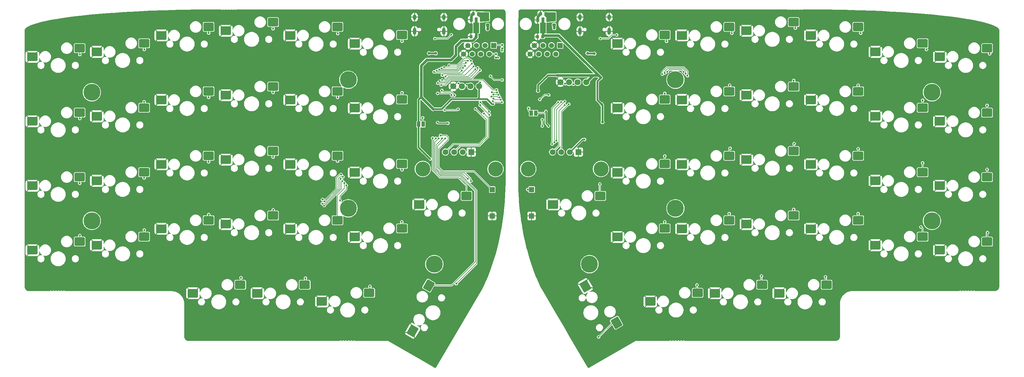
<source format=gbl>
G04 #@! TF.GenerationSoftware,KiCad,Pcbnew,9.0.1*
G04 #@! TF.CreationDate,2025-05-10T22:07:30+12:00*
G04 #@! TF.ProjectId,Koca58,4b6f6361-3538-42e6-9b69-6361645f7063,v1.0.0*
G04 #@! TF.SameCoordinates,Original*
G04 #@! TF.FileFunction,Copper,L2,Bot*
G04 #@! TF.FilePolarity,Positive*
%FSLAX46Y46*%
G04 Gerber Fmt 4.6, Leading zero omitted, Abs format (unit mm)*
G04 Created by KiCad (PCBNEW 9.0.1) date 2025-05-10 22:07:30*
%MOMM*%
%LPD*%
G01*
G04 APERTURE LIST*
G04 Aperture macros list*
%AMRoundRect*
0 Rectangle with rounded corners*
0 $1 Rounding radius*
0 $2 $3 $4 $5 $6 $7 $8 $9 X,Y pos of 4 corners*
0 Add a 4 corners polygon primitive as box body*
4,1,4,$2,$3,$4,$5,$6,$7,$8,$9,$2,$3,0*
0 Add four circle primitives for the rounded corners*
1,1,$1+$1,$2,$3*
1,1,$1+$1,$4,$5*
1,1,$1+$1,$6,$7*
1,1,$1+$1,$8,$9*
0 Add four rect primitives between the rounded corners*
20,1,$1+$1,$2,$3,$4,$5,0*
20,1,$1+$1,$4,$5,$6,$7,0*
20,1,$1+$1,$6,$7,$8,$9,0*
20,1,$1+$1,$8,$9,$2,$3,0*%
%AMFreePoly0*
4,1,9,3.862500,-0.866500,0.737500,-0.866500,0.737500,-0.450000,-0.737500,-0.450000,-0.737500,0.450000,0.737500,0.450000,0.737500,0.866500,3.862500,0.866500,3.862500,-0.866500,3.862500,-0.866500,$1*%
G04 Aperture macros list end*
G04 #@! TA.AperFunction,SMDPad,CuDef*
%ADD10RoundRect,0.250000X1.250000X1.000000X-1.250000X1.000000X-1.250000X-1.000000X1.250000X-1.000000X0*%
G04 #@! TD*
G04 #@! TA.AperFunction,SMDPad,CuDef*
%ADD11RoundRect,0.250000X1.491025X-0.582532X0.241025X1.582532X-1.491025X0.582532X-0.241025X-1.582532X0*%
G04 #@! TD*
G04 #@! TA.AperFunction,SMDPad,CuDef*
%ADD12RoundRect,0.250000X-0.241025X1.582532X-1.491025X-0.582532X0.241025X-1.582532X1.491025X0.582532X0*%
G04 #@! TD*
G04 #@! TA.AperFunction,ComponentPad*
%ADD13R,1.500000X1.500000*%
G04 #@! TD*
G04 #@! TA.AperFunction,ComponentPad*
%ADD14C,1.500000*%
G04 #@! TD*
G04 #@! TA.AperFunction,ComponentPad*
%ADD15O,1.000000X2.100000*%
G04 #@! TD*
G04 #@! TA.AperFunction,ComponentPad*
%ADD16O,1.000000X1.600000*%
G04 #@! TD*
G04 #@! TA.AperFunction,ComponentPad*
%ADD17C,5.000000*%
G04 #@! TD*
G04 #@! TA.AperFunction,ComponentPad*
%ADD18C,4.400000*%
G04 #@! TD*
G04 #@! TA.AperFunction,ComponentPad*
%ADD19R,1.700000X1.700000*%
G04 #@! TD*
G04 #@! TA.AperFunction,ComponentPad*
%ADD20C,1.700000*%
G04 #@! TD*
G04 #@! TA.AperFunction,SMDPad,CuDef*
%ADD21RoundRect,0.218750X-0.256250X0.218750X-0.256250X-0.218750X0.256250X-0.218750X0.256250X0.218750X0*%
G04 #@! TD*
G04 #@! TA.AperFunction,SMDPad,CuDef*
%ADD22C,1.800000*%
G04 #@! TD*
G04 #@! TA.AperFunction,SMDPad,CuDef*
%ADD23RoundRect,0.135000X-0.185000X0.135000X-0.185000X-0.135000X0.185000X-0.135000X0.185000X0.135000X0*%
G04 #@! TD*
G04 #@! TA.AperFunction,SMDPad,CuDef*
%ADD24R,1.000000X1.500000*%
G04 #@! TD*
G04 #@! TA.AperFunction,SMDPad,CuDef*
%ADD25RoundRect,0.225000X0.225000X0.250000X-0.225000X0.250000X-0.225000X-0.250000X0.225000X-0.250000X0*%
G04 #@! TD*
G04 #@! TA.AperFunction,SMDPad,CuDef*
%ADD26RoundRect,0.225000X-0.225000X0.425000X-0.225000X-0.425000X0.225000X-0.425000X0.225000X0.425000X0*%
G04 #@! TD*
G04 #@! TA.AperFunction,SMDPad,CuDef*
%ADD27FreePoly0,270.000000*%
G04 #@! TD*
G04 #@! TA.AperFunction,SMDPad,CuDef*
%ADD28R,1.500000X1.500000*%
G04 #@! TD*
G04 #@! TA.AperFunction,ViaPad*
%ADD29C,0.600000*%
G04 #@! TD*
G04 #@! TA.AperFunction,ViaPad*
%ADD30C,0.800000*%
G04 #@! TD*
G04 #@! TA.AperFunction,Conductor*
%ADD31C,0.800000*%
G04 #@! TD*
G04 #@! TA.AperFunction,Conductor*
%ADD32C,0.150000*%
G04 #@! TD*
G04 #@! TA.AperFunction,Conductor*
%ADD33C,0.500000*%
G04 #@! TD*
G04 #@! TA.AperFunction,Conductor*
%ADD34C,0.300000*%
G04 #@! TD*
G04 #@! TA.AperFunction,Conductor*
%ADD35C,0.400000*%
G04 #@! TD*
G04 #@! TA.AperFunction,Conductor*
%ADD36C,0.200000*%
G04 #@! TD*
G04 #@! TA.AperFunction,Conductor*
%ADD37C,0.250000*%
G04 #@! TD*
G04 APERTURE END LIST*
D10*
X292486000Y-99360000D03*
X306456000Y-96820000D03*
X264086000Y-175560000D03*
X278056000Y-173020000D03*
X216286000Y-149310000D03*
X230256000Y-146770000D03*
X81480000Y-142310000D03*
X95450000Y-139770000D03*
X119580000Y-117010000D03*
X133550000Y-114470000D03*
X119580000Y-136060000D03*
X133550000Y-133520000D03*
X157680000Y-139860000D03*
X171650000Y-137320000D03*
X81480000Y-104210000D03*
X95450000Y-101670000D03*
X62430000Y-143760000D03*
X76400000Y-141220000D03*
X138630000Y-118410000D03*
X152600000Y-115870000D03*
X254386000Y-99360000D03*
X268356000Y-96820000D03*
X254386000Y-156510000D03*
X268356000Y-153970000D03*
X119580000Y-155110000D03*
X133550000Y-152570000D03*
X100530000Y-118410000D03*
X114500000Y-115870000D03*
X292486000Y-118410000D03*
X306456000Y-115870000D03*
X157680000Y-120810000D03*
X171650000Y-118270000D03*
X273436000Y-97960000D03*
X287406000Y-95420000D03*
X109880000Y-175560000D03*
X123850000Y-173020000D03*
X176730000Y-149310000D03*
X190700000Y-146770000D03*
X311536000Y-142310000D03*
X325506000Y-139770000D03*
X330586000Y-143760000D03*
X344556000Y-141220000D03*
X235336000Y-101760000D03*
X249306000Y-99220000D03*
X119580000Y-97960000D03*
X133550000Y-95420000D03*
X273436000Y-155110000D03*
X287406000Y-152570000D03*
X245036000Y-177960000D03*
X259006000Y-175420000D03*
X235336000Y-120810000D03*
X249306000Y-118270000D03*
X138630000Y-137460000D03*
X152600000Y-134920000D03*
X311536000Y-104210000D03*
X325506000Y-101670000D03*
X81480000Y-161360000D03*
X95450000Y-158820000D03*
X128930000Y-175560000D03*
X142900000Y-173020000D03*
X100530000Y-137460000D03*
X114500000Y-134920000D03*
X235336000Y-139860000D03*
X249306000Y-137320000D03*
D11*
X225845705Y-173430886D03*
X235030409Y-184259261D03*
D10*
X283136000Y-175560000D03*
X297106000Y-173020000D03*
X273436000Y-136060000D03*
X287406000Y-133520000D03*
X254386000Y-137460000D03*
X268356000Y-134920000D03*
X330586000Y-105660000D03*
X344556000Y-103120000D03*
X292486000Y-156510000D03*
X306456000Y-153970000D03*
X100530000Y-99360000D03*
X114500000Y-96820000D03*
X273436000Y-117010000D03*
X287406000Y-114470000D03*
D12*
X174790295Y-186629114D03*
X179575591Y-173260739D03*
D10*
X62430000Y-162810000D03*
X76400000Y-160270000D03*
X330586000Y-124710000D03*
X344556000Y-122170000D03*
X62430000Y-124710000D03*
X76400000Y-122170000D03*
X138630000Y-99360000D03*
X152600000Y-96820000D03*
X311536000Y-123260000D03*
X325506000Y-120720000D03*
X311536000Y-161360000D03*
X325506000Y-158820000D03*
X157680000Y-158910000D03*
X171650000Y-156370000D03*
X157680000Y-101760000D03*
X171650000Y-99220000D03*
X235336000Y-158910000D03*
X249306000Y-156370000D03*
X62430000Y-105660000D03*
X76400000Y-103120000D03*
X138630000Y-156510000D03*
X152600000Y-153970000D03*
X254386000Y-118410000D03*
X268356000Y-115870000D03*
X81480000Y-123260000D03*
X95450000Y-120720000D03*
X147980000Y-177960000D03*
X161950000Y-175420000D03*
X292486000Y-137460000D03*
X306456000Y-134920000D03*
X330586000Y-162810000D03*
X344556000Y-160270000D03*
X100530000Y-156510000D03*
X114500000Y-153970000D03*
D13*
X218401000Y-102300000D03*
D14*
X217131000Y-104840000D03*
X215861000Y-102300000D03*
X214591000Y-104840000D03*
X213321000Y-102300000D03*
X212051000Y-104840000D03*
X210781000Y-102300000D03*
X209511000Y-104840000D03*
D15*
X232876000Y-98130000D03*
D16*
X232876000Y-93950000D03*
D15*
X224236000Y-98130000D03*
D16*
X224236000Y-93950000D03*
D15*
X184020000Y-98130000D03*
D16*
X184020000Y-93950000D03*
D15*
X175380000Y-98130000D03*
D16*
X175380000Y-93950000D03*
D13*
X198745000Y-102300000D03*
D14*
X197475000Y-104840000D03*
X196205000Y-102300000D03*
X194935000Y-104840000D03*
X193665000Y-102300000D03*
X192395000Y-104840000D03*
X191125000Y-102300000D03*
X189855000Y-104840000D03*
D17*
X80000000Y-116150000D03*
X227056000Y-166950000D03*
D18*
X177800000Y-138800000D03*
D17*
X181200000Y-166950000D03*
X155800000Y-150450000D03*
X328256000Y-116150000D03*
X80000000Y-154150000D03*
X252456000Y-150450000D03*
D18*
X230456000Y-138800000D03*
D17*
X252456000Y-112450000D03*
D19*
X223766000Y-133800000D03*
D20*
X221226000Y-133800000D03*
X218686000Y-133800000D03*
X216146000Y-133800000D03*
D18*
X208956000Y-138800000D03*
D17*
X155800000Y-112450000D03*
X328256000Y-154150000D03*
D18*
X199300000Y-138800000D03*
D19*
X192110000Y-133800000D03*
D20*
X189570000Y-133800000D03*
X187030000Y-133800000D03*
X184490000Y-133800000D03*
D21*
X216600000Y-94662500D03*
X216600000Y-96237500D03*
D22*
X218480000Y-113150000D03*
X221020000Y-113150000D03*
X223560000Y-113150000D03*
X226100000Y-113150000D03*
D23*
X199425000Y-104865000D03*
X199425000Y-105885000D03*
D24*
X211150000Y-122300000D03*
X209850000Y-122300000D03*
D25*
X213250000Y-99725000D03*
X211700000Y-99725000D03*
D22*
X186820000Y-114400000D03*
X189360000Y-114400000D03*
X191900000Y-114400000D03*
X194440000Y-114400000D03*
D21*
X196925000Y-94700000D03*
X196925000Y-96275000D03*
D25*
X214150000Y-92975000D03*
X212600000Y-92975000D03*
D26*
X211762500Y-94725000D03*
D27*
X213262500Y-94812500D03*
D26*
X214762500Y-94725000D03*
D23*
X201250000Y-102165000D03*
X201250000Y-103185000D03*
D28*
X198300000Y-152700000D03*
X198300000Y-144900000D03*
D25*
X193600000Y-99700000D03*
X192050000Y-99700000D03*
D28*
X209956000Y-152700000D03*
X209956000Y-144900000D03*
D24*
X176600000Y-125575000D03*
X177900000Y-125575000D03*
D25*
X194250000Y-92950000D03*
X192700000Y-92950000D03*
D26*
X192100000Y-94675000D03*
D27*
X193600000Y-94762500D03*
D26*
X195100000Y-94675000D03*
D29*
X175615600Y-117348000D03*
D30*
X178816000Y-116535200D03*
D29*
X187375000Y-98400000D03*
X197231000Y-163449000D03*
X187625000Y-100900000D03*
X184050000Y-101900000D03*
X198500000Y-113650000D03*
X64109600Y-135686800D03*
X198312500Y-120787500D03*
X192125600Y-119735600D03*
D30*
X180644800Y-119024400D03*
D29*
X200075000Y-93225000D03*
X172720000Y-151180800D03*
X180050000Y-107550000D03*
X178206400Y-193192400D03*
X169418000Y-144526000D03*
X187502800Y-164642800D03*
X186385200Y-126034800D03*
X170180000Y-133654800D03*
X185600000Y-105350000D03*
X172516800Y-112547400D03*
X168300400Y-125323600D03*
X89560400Y-95148400D03*
X180850000Y-140850000D03*
X184979000Y-124002800D03*
X133096000Y-188671200D03*
X190906400Y-123952000D03*
X147523200Y-110845600D03*
X109880400Y-110845600D03*
X109677200Y-130606800D03*
D30*
X145542000Y-143865600D03*
D29*
X177925000Y-120150000D03*
X150012400Y-130149600D03*
X174375000Y-127050000D03*
X195975000Y-110625000D03*
D30*
X104140000Y-144475200D03*
D29*
X192000000Y-127100000D03*
D30*
X126847600Y-149758400D03*
D29*
X176525000Y-104550000D03*
X186525000Y-107525000D03*
X104698800Y-170688000D03*
D30*
X178075000Y-102400000D03*
D29*
X188400000Y-93000000D03*
X200710800Y-134112000D03*
X187960000Y-119278400D03*
X63804800Y-171704000D03*
X201750000Y-121800000D03*
X178511200Y-128320800D03*
X195650000Y-107950000D03*
X192278000Y-116332000D03*
X186537600Y-128727200D03*
X168503600Y-129184400D03*
X201200000Y-114600000D03*
X179950000Y-93900000D03*
X187960000Y-116128800D03*
X180492400Y-122936000D03*
X127050800Y-92456000D03*
X168605200Y-93319600D03*
X151536400Y-150672800D03*
D30*
X131064000Y-124714000D03*
D29*
X167700000Y-167050000D03*
X195681600Y-125526800D03*
D30*
X90373200Y-131622800D03*
D29*
X169062400Y-106070400D03*
X145491200Y-167843200D03*
X197250000Y-99875000D03*
D30*
X198750481Y-110281637D03*
D29*
X183074000Y-128905000D03*
X197825000Y-111400000D03*
X201225000Y-112500000D03*
X188350000Y-113500000D03*
X190804800Y-113893600D03*
X193357955Y-121065918D03*
X195834000Y-122377200D03*
X177749200Y-123675000D03*
X186334400Y-117000000D03*
X182168800Y-116450000D03*
X215036400Y-116941600D03*
X212394800Y-118262400D03*
X76450000Y-105000000D03*
X181135711Y-110125000D03*
X189344000Y-109664634D03*
X181866279Y-109775000D03*
X189700716Y-108948562D03*
X95500000Y-103500000D03*
X190239205Y-108356925D03*
X182612638Y-109425000D03*
X114500000Y-98650000D03*
X183349429Y-109075278D03*
X190550000Y-107400000D03*
X133550000Y-97350000D03*
X184068671Y-108725000D03*
X191150000Y-106800000D03*
X152650000Y-98800000D03*
X192050000Y-106860000D03*
X171650000Y-101050000D03*
X185572400Y-108150000D03*
X199600000Y-115450000D03*
X76450000Y-123900000D03*
X183235600Y-114025000D03*
X95450000Y-118950000D03*
X194027039Y-108933513D03*
X182770225Y-112875000D03*
X194700000Y-109650000D03*
X114500000Y-117650000D03*
X182214011Y-113450000D03*
X133550000Y-116200000D03*
X183489600Y-112525000D03*
X193344000Y-109350000D03*
X184550000Y-111500000D03*
X152600000Y-117650000D03*
X192844000Y-108550000D03*
X183550000Y-111100000D03*
X171650000Y-116300000D03*
X192344000Y-107700000D03*
X198476053Y-118786012D03*
X76400000Y-143050000D03*
X201220685Y-119084063D03*
X200838683Y-118381156D03*
X198625000Y-118000000D03*
X95450000Y-141450000D03*
X198051167Y-117378429D03*
X114500000Y-136700000D03*
X200516992Y-117648681D03*
X198625000Y-116816133D03*
X133550000Y-135300000D03*
X200145905Y-116939950D03*
X152600000Y-136500000D03*
X198268413Y-116100000D03*
X199775000Y-116231125D03*
X171650000Y-139050000D03*
X76454000Y-158496000D03*
X148132800Y-147825000D03*
X153670000Y-140462000D03*
X154200785Y-141151998D03*
X95504000Y-156845000D03*
X148691600Y-148437600D03*
X114554000Y-152273000D03*
X148107400Y-149047200D03*
X153570998Y-141726998D03*
X133604000Y-150876000D03*
X194758000Y-119989413D03*
X154051000Y-142367000D03*
X197485000Y-122809000D03*
X148656959Y-149628568D03*
X154619000Y-142996998D03*
X197358000Y-121860000D03*
X194831025Y-119112975D03*
X153350000Y-148175000D03*
X171577000Y-154432000D03*
X155194000Y-143637000D03*
X183515000Y-129755000D03*
X124079000Y-170942000D03*
X191135000Y-141732000D03*
X192024000Y-142367000D03*
X143129000Y-171069000D03*
X184404000Y-129755000D03*
X162179000Y-173482000D03*
X182499000Y-129755000D03*
X187706000Y-172720000D03*
X181610000Y-129755000D03*
X180721000Y-129667000D03*
X249809000Y-101092000D03*
D30*
X180850000Y-121100000D03*
X179000000Y-106575000D03*
D29*
X185216800Y-125272800D03*
X179984400Y-135839200D03*
X194767200Y-113284000D03*
X182168800Y-125069600D03*
X198625000Y-119657821D03*
D30*
X177350000Y-110925000D03*
D29*
X269113000Y-98679000D03*
D30*
X211850000Y-115700000D03*
X230632000Y-119700000D03*
D29*
X225600000Y-130079000D03*
D30*
X230387500Y-111837500D03*
X230886000Y-124968000D03*
X217525600Y-111125000D03*
D29*
X214900000Y-126100000D03*
D30*
X223500000Y-104950000D03*
D29*
X214200000Y-121800000D03*
X287909000Y-97155000D03*
X307213000Y-98679000D03*
X326644000Y-103505000D03*
X186225000Y-99150000D03*
X181375000Y-100270002D03*
X345313000Y-104775000D03*
X249301000Y-116459000D03*
X256006600Y-111252000D03*
X248564400Y-110786000D03*
X268478000Y-114046000D03*
X249301000Y-110436000D03*
X255447800Y-110642400D03*
X287401000Y-112649000D03*
X250063000Y-110086000D03*
X306451000Y-114046000D03*
X254863600Y-110086000D03*
X325501000Y-118491000D03*
X344551000Y-120015000D03*
X249301000Y-135001000D03*
X268605000Y-132715000D03*
X287528000Y-131318000D03*
X306451000Y-132842000D03*
X325501000Y-137033000D03*
X344551000Y-138938000D03*
X249301000Y-154432000D03*
X268351000Y-152019000D03*
X287401000Y-150749000D03*
X306451000Y-152019000D03*
X324993000Y-155956000D03*
X344678000Y-157607000D03*
X230124000Y-143256000D03*
X229743000Y-188468000D03*
X216027000Y-131445000D03*
X258826000Y-173101000D03*
X217816733Y-119063094D03*
X218694000Y-118999000D03*
X216662000Y-130937000D03*
X277876000Y-170434000D03*
X217297000Y-130429000D03*
X219710000Y-118872000D03*
X296799000Y-170688000D03*
X219805117Y-113601744D03*
X222278278Y-113763794D03*
X220957000Y-119657000D03*
X219762500Y-119962500D03*
X213100000Y-124275000D03*
X208800000Y-144900000D03*
X213100000Y-126100000D03*
X209075000Y-120875000D03*
X317703200Y-95250000D03*
X260756400Y-112217200D03*
X269875000Y-148725000D03*
X343154000Y-97790000D03*
X220975000Y-141225000D03*
D30*
X280873200Y-105613200D03*
D29*
X216154000Y-112166400D03*
X223875600Y-119811800D03*
X227838000Y-121666000D03*
X206875000Y-109025000D03*
X215265000Y-124968000D03*
X236575600Y-105918000D03*
X232613200Y-121564400D03*
D30*
X208610414Y-112387500D03*
D29*
X208100000Y-119025000D03*
X217200000Y-100400000D03*
X346964000Y-127355600D03*
D30*
X219075000Y-107061000D03*
D29*
X219506800Y-163728400D03*
X232765600Y-151231600D03*
X241858800Y-117805200D03*
X225958400Y-116586000D03*
X232765600Y-111912400D03*
X247802400Y-170332400D03*
X225350000Y-101300000D03*
X221025000Y-105175000D03*
X215138000Y-130175000D03*
X239776000Y-125476000D03*
X214225000Y-119800000D03*
X223400000Y-127100000D03*
X222504000Y-124079000D03*
X252095000Y-105308400D03*
X220600000Y-129900000D03*
D30*
X226943543Y-102452865D03*
D29*
X214475000Y-113200000D03*
X223025000Y-102875000D03*
X238252000Y-112268000D03*
X301955200Y-168198800D03*
D30*
X323240400Y-132791200D03*
D29*
X211074000Y-164211000D03*
X212750000Y-116300000D03*
X219875000Y-92925000D03*
X220726000Y-116535200D03*
X228450000Y-93625000D03*
X208025000Y-115925000D03*
X215075000Y-96775000D03*
X233324400Y-191211200D03*
X213360000Y-128143000D03*
X230136000Y-120650000D03*
D30*
X306374800Y-147421600D03*
D29*
X282041600Y-92151200D03*
X237075000Y-132125000D03*
X208050000Y-93150000D03*
X230124000Y-113800000D03*
X232050000Y-104500000D03*
X241808000Y-92811600D03*
X277977600Y-187045600D03*
X209375000Y-129175000D03*
X299008800Y-130302000D03*
X260045200Y-129590800D03*
X242115230Y-165437851D03*
X314147200Y-115722400D03*
X346710000Y-165252400D03*
D30*
X282295600Y-163271200D03*
D29*
X214075000Y-110225000D03*
X188225000Y-121160000D03*
X184251600Y-121412000D03*
X187133622Y-117035327D03*
X183438800Y-115620800D03*
D30*
X196925000Y-97500000D03*
X181625000Y-104625000D03*
X179625000Y-104625000D03*
X216625000Y-97200000D03*
X228500000Y-104725000D03*
X226475000Y-104600000D03*
D29*
X230256000Y-100270002D03*
X235100000Y-99200000D03*
X200100000Y-105925000D03*
X201225000Y-103900000D03*
D31*
X192100000Y-94675000D02*
X192100000Y-93550000D01*
X192100000Y-93550000D02*
X192700000Y-92950000D01*
D32*
X183074000Y-128905000D02*
X184785000Y-128905000D01*
X192970000Y-139570000D02*
X198300000Y-144900000D01*
X182499000Y-138316026D02*
X183752974Y-139570000D01*
X184785000Y-128905000D02*
X185293000Y-129413000D01*
X183752974Y-139570000D02*
X192970000Y-139570000D01*
X185293000Y-129413000D02*
X185293000Y-130175000D01*
X185293000Y-130175000D02*
X182499000Y-132969000D01*
X182499000Y-132969000D02*
X182499000Y-138316026D01*
X197825000Y-111400000D02*
X198925000Y-112500000D01*
X198925000Y-112500000D02*
X201225000Y-112500000D01*
X188460000Y-113500000D02*
X189360000Y-114400000D01*
X188350000Y-113500000D02*
X188460000Y-113500000D01*
X191393600Y-113893600D02*
X191900000Y-114400000D01*
X190804800Y-113893600D02*
X191393600Y-113893600D01*
X194360800Y-131470400D02*
X186819600Y-131470400D01*
X193405118Y-121065918D02*
X196646800Y-124307600D01*
X196646800Y-124307600D02*
X196646800Y-129184400D01*
X196646800Y-129184400D02*
X194360800Y-131470400D01*
X193357955Y-121065918D02*
X193405118Y-121065918D01*
X186819600Y-131470400D02*
X184490000Y-133800000D01*
X197104000Y-129336800D02*
X194462400Y-131978400D01*
X194462400Y-131978400D02*
X188851600Y-131978400D01*
X197104000Y-123647200D02*
X197104000Y-129336800D01*
X195834000Y-122377200D02*
X197104000Y-123647200D01*
X188851600Y-131978400D02*
X187030000Y-133800000D01*
X177738800Y-125413800D02*
X177900000Y-125575000D01*
X177738800Y-123685400D02*
X177738800Y-125413800D01*
X177749200Y-123675000D02*
X177738800Y-123685400D01*
X186334400Y-116738400D02*
X186080400Y-116484400D01*
X182203200Y-116484400D02*
X182168800Y-116450000D01*
X186334400Y-117000000D02*
X186334400Y-116738400D01*
X186080400Y-116484400D02*
X182203200Y-116484400D01*
X215036400Y-116941600D02*
X213715600Y-116941600D01*
X213715600Y-116941600D02*
X212394800Y-118262400D01*
X181360711Y-110350000D02*
X188658634Y-110350000D01*
X76400000Y-103120000D02*
X76400000Y-104950000D01*
X76400000Y-104950000D02*
X76450000Y-105000000D01*
X188658634Y-110350000D02*
X189344000Y-109664634D01*
X181135711Y-110125000D02*
X181360711Y-110350000D01*
X189201438Y-108948562D02*
X189700716Y-108948562D01*
X182091279Y-110000000D02*
X183700000Y-110000000D01*
X188950000Y-109200000D02*
X189201438Y-108948562D01*
X95450000Y-101670000D02*
X95450000Y-103450000D01*
X181866279Y-109775000D02*
X182091279Y-110000000D01*
X95450000Y-103450000D02*
X95500000Y-103500000D01*
X183700000Y-110000000D02*
X188150000Y-110000000D01*
X188150000Y-110000000D02*
X188950000Y-109200000D01*
X188005026Y-109650000D02*
X188805026Y-108850000D01*
X182837638Y-109650000D02*
X183750000Y-109650000D01*
X188805026Y-108850000D02*
X189281464Y-108373562D01*
X190222568Y-108373562D02*
X190239205Y-108356925D01*
X189281464Y-108373562D02*
X190222568Y-108373562D01*
X183750000Y-109650000D02*
X188005026Y-109650000D01*
X114500000Y-96820000D02*
X114500000Y-98650000D01*
X182612638Y-109425000D02*
X182837638Y-109650000D01*
X183574151Y-109300000D02*
X187860052Y-109300000D01*
X133550000Y-95420000D02*
X133550000Y-97350000D01*
X189401725Y-107758327D02*
X190191673Y-107758327D01*
X188605026Y-108555026D02*
X189401725Y-107758327D01*
X190191673Y-107758327D02*
X190550000Y-107400000D01*
X183349429Y-109075278D02*
X183574151Y-109300000D01*
X187860052Y-109300000D02*
X188605026Y-108555026D01*
X184068671Y-108725000D02*
X187940078Y-108725000D01*
X189865078Y-106800000D02*
X191150000Y-106800000D01*
X189082539Y-107582539D02*
X189865078Y-106800000D01*
X152600000Y-96820000D02*
X152600000Y-98750000D01*
X187940078Y-108725000D02*
X189082539Y-107582539D01*
X152600000Y-98750000D02*
X152650000Y-98800000D01*
X171650000Y-99220000D02*
X171650000Y-101050000D01*
X192050000Y-106860000D02*
X191274456Y-106084456D01*
X188050000Y-108100000D02*
X185622400Y-108100000D01*
X191274456Y-106084456D02*
X190065544Y-106084456D01*
X185622400Y-108100000D02*
X185572400Y-108150000D01*
X190065544Y-106084456D02*
X188050000Y-108100000D01*
X195507200Y-112500000D02*
X198457200Y-115450000D01*
X76400000Y-123850000D02*
X76450000Y-123900000D01*
X183235600Y-114025000D02*
X184419974Y-114025000D01*
X184419974Y-114025000D02*
X185944974Y-112500000D01*
X198457200Y-115450000D02*
X199600000Y-115450000D01*
X185944974Y-112500000D02*
X195507200Y-112500000D01*
X76400000Y-122170000D02*
X76400000Y-123850000D01*
X95450000Y-120720000D02*
X95450000Y-118950000D01*
X191707173Y-111800000D02*
X194027039Y-109480134D01*
X184258147Y-113100000D02*
X185558147Y-111800000D01*
X185558147Y-111800000D02*
X191707173Y-111800000D01*
X194027039Y-109480134D02*
X194027039Y-108933513D01*
X182995225Y-113100000D02*
X184258147Y-113100000D01*
X182770225Y-112875000D02*
X182995225Y-113100000D01*
X182214011Y-113450000D02*
X184500000Y-113450000D01*
X114500000Y-115870000D02*
X114500000Y-117650000D01*
X185800000Y-112150000D02*
X192200000Y-112150000D01*
X192200000Y-112150000D02*
X194700000Y-109650000D01*
X184500000Y-113450000D02*
X185800000Y-112150000D01*
X185413173Y-111450000D02*
X191244000Y-111450000D01*
X133550000Y-114470000D02*
X133550000Y-116200000D01*
X184338173Y-112525000D02*
X185413173Y-111450000D01*
X191244000Y-111450000D02*
X193344000Y-109350000D01*
X183489600Y-112525000D02*
X184338173Y-112525000D01*
X190294000Y-111100000D02*
X192844000Y-108550000D01*
X184950000Y-111100000D02*
X190294000Y-111100000D01*
X184550000Y-111500000D02*
X184950000Y-111100000D01*
X152600000Y-115870000D02*
X152600000Y-117650000D01*
X183550000Y-111100000D02*
X183900000Y-110750000D01*
X171650000Y-118270000D02*
X171650000Y-116300000D01*
X189294000Y-110750000D02*
X192344000Y-107700000D01*
X188400000Y-110750000D02*
X189294000Y-110750000D01*
X183900000Y-110750000D02*
X188400000Y-110750000D01*
X198476053Y-118786012D02*
X198774104Y-119084063D01*
X198774104Y-119084063D02*
X201220685Y-119084063D01*
X76400000Y-141220000D02*
X76400000Y-143050000D01*
X199006156Y-118381156D02*
X200838683Y-118381156D01*
X95450000Y-139770000D02*
X95450000Y-141450000D01*
X198625000Y-118000000D02*
X199006156Y-118381156D01*
X198097738Y-117425000D02*
X199817782Y-117425000D01*
X199817782Y-117425000D02*
X200041463Y-117648681D01*
X114500000Y-134920000D02*
X114500000Y-136700000D01*
X200041463Y-117648681D02*
X200516992Y-117648681D01*
X198051167Y-117378429D02*
X198097738Y-117425000D01*
X133550000Y-133520000D02*
X133550000Y-135300000D01*
X200145905Y-116939950D02*
X200012080Y-116806125D01*
X200012080Y-116806125D02*
X198635008Y-116806125D01*
X198635008Y-116806125D02*
X198625000Y-116816133D01*
X199775000Y-116231125D02*
X198399538Y-116231125D01*
X152600000Y-134920000D02*
X152600000Y-136500000D01*
X198399538Y-116231125D02*
X198268413Y-116100000D01*
X171650000Y-137320000D02*
X171650000Y-139050000D01*
X149098000Y-147825000D02*
X152273000Y-144650000D01*
X152273000Y-144650000D02*
X152273000Y-141478000D01*
X76454000Y-158496000D02*
X76454000Y-160216000D01*
X152273000Y-141478000D02*
X153289000Y-140462000D01*
X148132800Y-147825000D02*
X149098000Y-147825000D01*
X76454000Y-160216000D02*
X76400000Y-160270000D01*
X153289000Y-140462000D02*
X153670000Y-140462000D01*
X152781000Y-144636974D02*
X148980374Y-148437600D01*
X154200785Y-141151998D02*
X153332825Y-141151998D01*
X152781000Y-142367000D02*
X152781000Y-144636974D01*
X95450000Y-158820000D02*
X95450000Y-156899000D01*
X153332825Y-141151998D02*
X152781000Y-141703823D01*
X152781000Y-141703823D02*
X152781000Y-142367000D01*
X148980374Y-148437600D02*
X148691600Y-148437600D01*
X95450000Y-156899000D02*
X95504000Y-156845000D01*
X148895173Y-149047200D02*
X148107400Y-149047200D01*
X153570998Y-141726998D02*
X153263600Y-142034396D01*
X114500000Y-152327000D02*
X114554000Y-152273000D01*
X114500000Y-153970000D02*
X114500000Y-152327000D01*
X153263600Y-142034396D02*
X153263600Y-143662400D01*
X153263600Y-143662400D02*
X153263600Y-144678773D01*
X153570998Y-141726998D02*
X153476000Y-141821996D01*
X153263600Y-144678773D02*
X148895173Y-149047200D01*
X148808779Y-149628568D02*
X148656959Y-149628568D01*
X154051000Y-142367000D02*
X154044000Y-142374000D01*
X194758000Y-119989413D02*
X194758000Y-120082000D01*
X153670000Y-144322800D02*
X153670000Y-144767347D01*
X153670000Y-144767347D02*
X148808779Y-149628568D01*
X133550000Y-150930000D02*
X133604000Y-150876000D01*
X153670000Y-142748000D02*
X153670000Y-144322800D01*
X154051000Y-142367000D02*
X153670000Y-142748000D01*
X133550000Y-152570000D02*
X133550000Y-150930000D01*
X194758000Y-120082000D02*
X197485000Y-122809000D01*
X197358000Y-121639950D02*
X197358000Y-121860000D01*
X154619000Y-144542200D02*
X152600000Y-146561200D01*
X152600000Y-146561200D02*
X152600000Y-153970000D01*
X194831025Y-119112975D02*
X197358000Y-121639950D01*
X154619000Y-142996998D02*
X154619000Y-144542200D01*
X153350000Y-146750000D02*
X155194000Y-144906000D01*
X153350000Y-148175000D02*
X153350000Y-146750000D01*
X171650000Y-154505000D02*
X171650000Y-156370000D01*
X155194000Y-144906000D02*
X155194000Y-143637000D01*
X171577000Y-154432000D02*
X171650000Y-154505000D01*
X183410922Y-140270000D02*
X182098461Y-138957539D01*
X188214000Y-140270000D02*
X183410922Y-140270000D01*
X181771000Y-136398000D02*
X181771000Y-131665000D01*
X183515000Y-129921000D02*
X183515000Y-129755000D01*
X182098461Y-138957539D02*
X181771000Y-138630078D01*
X181771000Y-138630078D02*
X181771000Y-136398000D01*
X181864000Y-131572000D02*
X183515000Y-129921000D01*
X124050000Y-170971000D02*
X124050000Y-173020000D01*
X181771000Y-131665000D02*
X181864000Y-131572000D01*
X189546000Y-140270000D02*
X188214000Y-140270000D01*
X191135000Y-141732000D02*
X191008000Y-141732000D01*
X191008000Y-141732000D02*
X189546000Y-140270000D01*
X124079000Y-170942000D02*
X124050000Y-170971000D01*
X191897000Y-142240000D02*
X191897000Y-141680827D01*
X182121000Y-138176000D02*
X182121000Y-132038000D01*
X182121000Y-138433000D02*
X182121000Y-138176000D01*
X143100000Y-173020000D02*
X143100000Y-171098000D01*
X192024000Y-142367000D02*
X191897000Y-142240000D01*
X183608000Y-139920000D02*
X182121000Y-138433000D01*
X190136173Y-139920000D02*
X187833000Y-139920000D01*
X143100000Y-171098000D02*
X143129000Y-171069000D01*
X191897000Y-141680827D02*
X190136173Y-139920000D01*
X187833000Y-139920000D02*
X183608000Y-139920000D01*
X182121000Y-132038000D02*
X184404000Y-129755000D01*
X187706000Y-172720000D02*
X193644000Y-166782000D01*
X182168474Y-139522526D02*
X181421000Y-138775052D01*
X181421000Y-138775052D02*
X181421000Y-135001000D01*
X181421000Y-135001000D02*
X181421000Y-130833000D01*
X193644000Y-166782000D02*
X193644000Y-164338000D01*
X192913000Y-144399000D02*
X189134000Y-140620000D01*
X181421000Y-130833000D02*
X182499000Y-129755000D01*
X189134000Y-140620000D02*
X187325000Y-140620000D01*
X162150000Y-175420000D02*
X162150000Y-173511000D01*
X162150000Y-173511000D02*
X162179000Y-173482000D01*
X193644000Y-164338000D02*
X193644000Y-145130000D01*
X187325000Y-140620000D02*
X183265948Y-140620000D01*
X193644000Y-145130000D02*
X192913000Y-144399000D01*
X183265948Y-140620000D02*
X182168474Y-139522526D01*
X181071000Y-138920026D02*
X183120974Y-140970000D01*
X181610000Y-129755000D02*
X181071000Y-130294000D01*
X193294000Y-145288000D02*
X193294000Y-166243000D01*
X193294000Y-166243000D02*
X186276261Y-173260739D01*
X183120974Y-140970000D02*
X188976000Y-140970000D01*
X181071000Y-130294000D02*
X181071000Y-138920026D01*
X188976000Y-140970000D02*
X193294000Y-145288000D01*
X186276261Y-173260739D02*
X179575591Y-173260739D01*
X180721000Y-139065000D02*
X180721000Y-129667000D01*
X189992000Y-143002000D02*
X188341000Y-141351000D01*
X190700000Y-146770000D02*
X190700000Y-143710000D01*
X188341000Y-141351000D02*
X184658000Y-141351000D01*
X190700000Y-143710000D02*
X189992000Y-143002000D01*
X183007000Y-141351000D02*
X180721000Y-139065000D01*
X184658000Y-141351000D02*
X183007000Y-141351000D01*
X249809000Y-99723000D02*
X249306000Y-99220000D01*
X249809000Y-101092000D02*
X249809000Y-99723000D01*
D31*
X193600000Y-94762500D02*
X193600000Y-99700000D01*
D33*
X193950000Y-118200000D02*
X194440000Y-117710000D01*
X180850000Y-121100000D02*
X183425000Y-121100000D01*
D31*
X177350000Y-108225000D02*
X177350000Y-110925000D01*
X177350000Y-117600000D02*
X180850000Y-121100000D01*
D34*
X182372000Y-125272800D02*
X185216800Y-125272800D01*
D33*
X194440000Y-117710000D02*
X194440000Y-114400000D01*
D31*
X187575000Y-102600000D02*
X187575000Y-105150000D01*
D33*
X196827966Y-118200000D02*
X198285787Y-119657821D01*
D31*
X189300000Y-100875000D02*
X187575000Y-102600000D01*
D33*
X176600000Y-132454800D02*
X179984400Y-135839200D01*
D31*
X177350000Y-111925000D02*
X177350000Y-117600000D01*
X193600000Y-99799374D02*
X192524374Y-100875000D01*
D33*
X176600000Y-125575000D02*
X176600000Y-118350000D01*
D34*
X194440000Y-113611200D02*
X194440000Y-114400000D01*
D31*
X187575000Y-105150000D02*
X186150000Y-106575000D01*
D33*
X183425000Y-121100000D02*
X186325000Y-118200000D01*
X176600000Y-118350000D02*
X177350000Y-117600000D01*
X176600000Y-125575000D02*
X176600000Y-132454800D01*
D31*
X186150000Y-106575000D02*
X179000000Y-106575000D01*
X177350000Y-111075000D02*
X177350000Y-111925000D01*
D33*
X198285787Y-119657821D02*
X198625000Y-119657821D01*
D31*
X192524374Y-100875000D02*
X189300000Y-100875000D01*
X193600000Y-99700000D02*
X193600000Y-99799374D01*
D34*
X182168800Y-125069600D02*
X182372000Y-125272800D01*
D31*
X179000000Y-106575000D02*
X177350000Y-108225000D01*
D33*
X193950000Y-118200000D02*
X196827966Y-118200000D01*
X186325000Y-118200000D02*
X193950000Y-118200000D01*
D34*
X194767200Y-113284000D02*
X194440000Y-113611200D01*
D32*
X269113000Y-98679000D02*
X269113000Y-97577000D01*
X269113000Y-97577000D02*
X268356000Y-96820000D01*
D35*
X214200000Y-125300000D02*
X214200000Y-121800000D01*
D33*
X230387500Y-111837500D02*
X230387500Y-111887500D01*
D31*
X229567000Y-111158000D02*
X229637500Y-111087500D01*
D33*
X217525600Y-111125000D02*
X214787925Y-111125000D01*
D31*
X226100000Y-113150000D02*
X228092000Y-111158000D01*
X228092000Y-111125000D02*
X217525600Y-111125000D01*
D33*
X229374000Y-118442000D02*
X230632000Y-119700000D01*
D31*
X213250000Y-99725000D02*
X213625000Y-99350000D01*
D33*
X230886000Y-119954000D02*
X230886000Y-124968000D01*
D36*
X213700000Y-122300000D02*
X214200000Y-121800000D01*
D31*
X223500000Y-104950000D02*
X229637500Y-111087500D01*
D33*
X230632000Y-119700000D02*
X230886000Y-119954000D01*
X214787925Y-111125000D02*
X211850000Y-114062925D01*
D31*
X213625000Y-99350000D02*
X217900000Y-99350000D01*
X213262500Y-99712500D02*
X213250000Y-99725000D01*
X213262500Y-94812500D02*
X213262500Y-99712500D01*
D36*
X211150000Y-122300000D02*
X213700000Y-122300000D01*
D33*
X230387500Y-111887500D02*
X229374000Y-112901000D01*
X229374000Y-112901000D02*
X229374000Y-118442000D01*
X211850000Y-114062925D02*
X211850000Y-115700000D01*
D35*
X224987000Y-130079000D02*
X221266000Y-133800000D01*
D31*
X228092000Y-111158000D02*
X228092000Y-111125000D01*
D35*
X225600000Y-130079000D02*
X224987000Y-130079000D01*
D31*
X229637500Y-111087500D02*
X230387500Y-111837500D01*
D35*
X214900000Y-126100000D02*
X214900000Y-126000000D01*
D33*
X217525600Y-111125000D02*
X217550600Y-111100000D01*
D35*
X214900000Y-126000000D02*
X214200000Y-125300000D01*
D31*
X217900000Y-99350000D02*
X223500000Y-104950000D01*
D35*
X221266000Y-133800000D02*
X221226000Y-133800000D01*
D31*
X228092000Y-111158000D02*
X229567000Y-111158000D01*
D32*
X287909000Y-97155000D02*
X287909000Y-95923000D01*
X287909000Y-95923000D02*
X287406000Y-95420000D01*
X307213000Y-97577000D02*
X306456000Y-96820000D01*
X307213000Y-98679000D02*
X307213000Y-97577000D01*
X326644000Y-102808000D02*
X325506000Y-101670000D01*
X326644000Y-103505000D02*
X326644000Y-102808000D01*
X181375000Y-100270002D02*
X185104998Y-100270002D01*
X185104998Y-100270002D02*
X186225000Y-99150000D01*
X345313000Y-103877000D02*
X344556000Y-103120000D01*
X345313000Y-104775000D02*
X345313000Y-103877000D01*
X249301000Y-116459000D02*
X249306000Y-116464000D01*
X249306000Y-116464000D02*
X249306000Y-118270000D01*
X256027113Y-111231487D02*
X256006600Y-111252000D01*
X248564400Y-110786000D02*
X248564400Y-110083600D01*
X250766775Y-108768400D02*
X254854148Y-108768400D01*
X254854148Y-108768400D02*
X256027113Y-109941365D01*
X249879600Y-108768400D02*
X250766775Y-108768400D01*
X268356000Y-114168000D02*
X268356000Y-115870000D01*
X249351800Y-109296200D02*
X249879600Y-108768400D01*
X268478000Y-114046000D02*
X268356000Y-114168000D01*
X256027113Y-109941365D02*
X256027113Y-111231487D01*
X248564400Y-110083600D02*
X249351800Y-109296200D01*
X249301000Y-110436000D02*
X249301000Y-110034827D01*
X287401000Y-112649000D02*
X287406000Y-112654000D01*
X250621800Y-109118400D02*
X254709173Y-109118400D01*
X249301000Y-110034827D02*
X250217427Y-109118400D01*
X287406000Y-112654000D02*
X287406000Y-114470000D01*
X254709173Y-109118400D02*
X255447800Y-109857027D01*
X250217427Y-109118400D02*
X250621800Y-109118400D01*
X255447800Y-109857027D02*
X255447800Y-110642400D01*
X250063000Y-110086000D02*
X250675000Y-109474000D01*
X252526800Y-109474000D02*
X254251600Y-109474000D01*
X250675000Y-109474000D02*
X252526800Y-109474000D01*
X306456000Y-114051000D02*
X306456000Y-115870000D01*
X254251600Y-109474000D02*
X254863600Y-110086000D01*
X306451000Y-114046000D02*
X306456000Y-114051000D01*
X325506000Y-119131000D02*
X325506000Y-120720000D01*
X325501000Y-119126000D02*
X325506000Y-119131000D01*
X325501000Y-118491000D02*
X325501000Y-119126000D01*
X344551000Y-120015000D02*
X344556000Y-120020000D01*
X344556000Y-120020000D02*
X344556000Y-122170000D01*
X249306000Y-135006000D02*
X249301000Y-135001000D01*
X249306000Y-137320000D02*
X249306000Y-135006000D01*
X268356000Y-132964000D02*
X268605000Y-132715000D01*
X268356000Y-134920000D02*
X268356000Y-132964000D01*
X287406000Y-131440000D02*
X287406000Y-133520000D01*
X287528000Y-131318000D02*
X287406000Y-131440000D01*
X306451000Y-132842000D02*
X306451000Y-133223000D01*
X306451000Y-133223000D02*
X306456000Y-133228000D01*
X306456000Y-133228000D02*
X306456000Y-134920000D01*
X325501000Y-139765000D02*
X325506000Y-139770000D01*
X325501000Y-137033000D02*
X325501000Y-139765000D01*
X344556000Y-138943000D02*
X344556000Y-141220000D01*
X344551000Y-138938000D02*
X344556000Y-138943000D01*
X249301000Y-154432000D02*
X249306000Y-154437000D01*
X249306000Y-154437000D02*
X249306000Y-156370000D01*
X268351000Y-152019000D02*
X268356000Y-152024000D01*
X268356000Y-152024000D02*
X268356000Y-153970000D01*
X287406000Y-150754000D02*
X287406000Y-152570000D01*
X287401000Y-150749000D02*
X287406000Y-150754000D01*
X306451000Y-152019000D02*
X306456000Y-152024000D01*
X306456000Y-152024000D02*
X306456000Y-153970000D01*
X325506000Y-156469000D02*
X325506000Y-158820000D01*
X324993000Y-155956000D02*
X325506000Y-156469000D01*
D37*
X344556000Y-160270000D02*
X344556000Y-157729000D01*
X344556000Y-157729000D02*
X344678000Y-157607000D01*
D32*
X230124000Y-143256000D02*
X230124000Y-146638000D01*
X230124000Y-146638000D02*
X230256000Y-146770000D01*
X229743000Y-188468000D02*
X233951739Y-184259261D01*
X233951739Y-184259261D02*
X235030409Y-184259261D01*
X216027000Y-131445000D02*
X216027000Y-120852827D01*
X216027000Y-120852827D02*
X217816733Y-119063094D01*
X258806000Y-175420000D02*
X258806000Y-173121000D01*
X258806000Y-173121000D02*
X258826000Y-173101000D01*
X277856000Y-170454000D02*
X277876000Y-170434000D01*
X216662000Y-121031000D02*
X218694000Y-118999000D01*
X277856000Y-173020000D02*
X277856000Y-170454000D01*
X216662000Y-130937000D02*
X216662000Y-121031000D01*
X296906000Y-173020000D02*
X296906000Y-170795000D01*
X217297000Y-130429000D02*
X217297000Y-121285000D01*
X296906000Y-170795000D02*
X296799000Y-170688000D01*
X217297000Y-121285000D02*
X219710000Y-118872000D01*
X199400000Y-104840000D02*
X199425000Y-104865000D01*
X197475000Y-104840000D02*
X199400000Y-104840000D01*
X198880000Y-102165000D02*
X201250000Y-102165000D01*
X198745000Y-102300000D02*
X198880000Y-102165000D01*
X220568256Y-113601744D02*
X221020000Y-113150000D01*
X219805117Y-113601744D02*
X220568256Y-113601744D01*
X222946206Y-113763794D02*
X223560000Y-113150000D01*
X222278278Y-113763794D02*
X222946206Y-113763794D01*
X218686000Y-121928000D02*
X218686000Y-133800000D01*
X220957000Y-119657000D02*
X218686000Y-121928000D01*
X219762500Y-119962500D02*
X218059000Y-121666000D01*
X218059000Y-131887000D02*
X216146000Y-133800000D01*
X218059000Y-121666000D02*
X218059000Y-131887000D01*
D36*
X209956000Y-144900000D02*
X208800000Y-144900000D01*
D32*
X213100000Y-124275000D02*
X213100000Y-126100000D01*
D36*
X209075000Y-121525000D02*
X209850000Y-122300000D01*
X209075000Y-120875000D02*
X209075000Y-121525000D01*
D31*
X211762500Y-93812500D02*
X212600000Y-92975000D01*
X211762500Y-94725000D02*
X211762500Y-93812500D01*
D32*
X188214000Y-121160000D02*
X187962000Y-121412000D01*
X187962000Y-121412000D02*
X184251600Y-121412000D01*
X188225000Y-121160000D02*
X188214000Y-121160000D01*
X186303000Y-116078000D02*
X183896000Y-116078000D01*
X187133622Y-117035327D02*
X187133622Y-116908622D01*
X187133622Y-116908622D02*
X186303000Y-116078000D01*
X183896000Y-116078000D02*
X183438800Y-115620800D01*
D33*
X179625000Y-104625000D02*
X181625000Y-104625000D01*
D31*
X196925000Y-96275000D02*
X196925000Y-97500000D01*
D33*
X228500000Y-104725000D02*
X226600000Y-104725000D01*
X226600000Y-104725000D02*
X226475000Y-104600000D01*
D31*
X216600000Y-96287500D02*
X216600000Y-97175000D01*
X216600000Y-97175000D02*
X216625000Y-97200000D01*
D32*
X230256000Y-100270002D02*
X232604998Y-100270002D01*
X232604998Y-100270002D02*
X233225000Y-99650000D01*
X233225000Y-99650000D02*
X233675000Y-99200000D01*
X233675000Y-99200000D02*
X235100000Y-99200000D01*
X200100000Y-105925000D02*
X199465000Y-105925000D01*
X199465000Y-105925000D02*
X199425000Y-105885000D01*
X201225000Y-103900000D02*
X201225000Y-103210000D01*
X201225000Y-103210000D02*
X201250000Y-103185000D01*
G04 #@! TA.AperFunction,Conductor*
G36*
X289465926Y-91647740D02*
G01*
X289506286Y-91688100D01*
X289620414Y-91753992D01*
X289747705Y-91788099D01*
X289747706Y-91788100D01*
X289747708Y-91788100D01*
X289879494Y-91788100D01*
X289879494Y-91788099D01*
X290006786Y-91753992D01*
X290120914Y-91688100D01*
X290159309Y-91649703D01*
X290166341Y-91646791D01*
X290170576Y-91640465D01*
X290191721Y-91636277D01*
X290211635Y-91628029D01*
X290226135Y-91629463D01*
X290230129Y-91630261D01*
X290230171Y-91630270D01*
X290230789Y-91630393D01*
X290230792Y-91630395D01*
X290230795Y-91630395D01*
X290231317Y-91630499D01*
X290231318Y-91630500D01*
X290231319Y-91630500D01*
X290270796Y-91630500D01*
X293098878Y-91637922D01*
X295411596Y-91655121D01*
X297698927Y-91682128D01*
X299965975Y-91718880D01*
X299966297Y-91718886D01*
X302204053Y-91765118D01*
X304410587Y-91820630D01*
X306583978Y-91885217D01*
X310808626Y-92040183D01*
X310809167Y-92040205D01*
X314673510Y-92219073D01*
X314849911Y-92227238D01*
X314850648Y-92227275D01*
X318681799Y-92443099D01*
X318682362Y-92443134D01*
X322282289Y-92684102D01*
X322283042Y-92684157D01*
X325634239Y-92946326D01*
X325634816Y-92946374D01*
X328724552Y-93225618D01*
X328725418Y-93225702D01*
X331546427Y-93517873D01*
X331547375Y-93517977D01*
X334097864Y-93819047D01*
X334098834Y-93819169D01*
X336381661Y-94125272D01*
X336382820Y-94125438D01*
X338405036Y-94432950D01*
X338406334Y-94433160D01*
X340179064Y-94738839D01*
X340180602Y-94739123D01*
X341717586Y-95040017D01*
X341719378Y-95040392D01*
X343036749Y-95333949D01*
X343038832Y-95334445D01*
X343961398Y-95569364D01*
X344154120Y-95618438D01*
X344156637Y-95619127D01*
X345088092Y-95891616D01*
X345091039Y-95892545D01*
X345313334Y-95967781D01*
X345857437Y-96151934D01*
X345860878Y-96153196D01*
X346480530Y-96398032D01*
X346484609Y-96399787D01*
X346975447Y-96628837D01*
X346980268Y-96631308D01*
X347359151Y-96843317D01*
X347364807Y-96846825D01*
X347647767Y-97040606D01*
X347654295Y-97045633D01*
X347856325Y-97219944D01*
X347863534Y-97227082D01*
X347998917Y-97380908D01*
X348006276Y-97390830D01*
X348088877Y-97524178D01*
X348095319Y-97537330D01*
X348138321Y-97652848D01*
X348142327Y-97668927D01*
X348158187Y-97788407D01*
X348158830Y-97798144D01*
X348158830Y-173527311D01*
X348158685Y-173531934D01*
X348146868Y-173720708D01*
X348146008Y-173728241D01*
X348128991Y-173830423D01*
X348127798Y-173836170D01*
X348102530Y-173937512D01*
X348100867Y-173943200D01*
X348067866Y-174041316D01*
X348065732Y-174046903D01*
X348025596Y-174140449D01*
X348023003Y-174145873D01*
X347975679Y-174235336D01*
X347972637Y-174240558D01*
X347918717Y-174325004D01*
X347915252Y-174329971D01*
X347854874Y-174409375D01*
X347851006Y-174414050D01*
X347788354Y-174483758D01*
X347781868Y-174490139D01*
X347628176Y-174623752D01*
X347618430Y-174630914D01*
X347449366Y-174735033D01*
X347438668Y-174740478D01*
X347252782Y-174816802D01*
X347241506Y-174820409D01*
X347074136Y-174859500D01*
X347041235Y-174867184D01*
X347029776Y-174868928D01*
X346806129Y-174885201D01*
X346800754Y-174885396D01*
X341168950Y-174885038D01*
X341168950Y-174885037D01*
X341161884Y-174885036D01*
X341161882Y-174885036D01*
X341129158Y-174885036D01*
X341124454Y-174885035D01*
X341082131Y-174885033D01*
X341082130Y-174885033D01*
X341082122Y-174885033D01*
X341082119Y-174885034D01*
X341081895Y-174885127D01*
X341081893Y-174885126D01*
X341049968Y-174898351D01*
X340993331Y-174898351D01*
X340969324Y-174882310D01*
X340946514Y-174859500D01*
X340832390Y-174793610D01*
X340832381Y-174793606D01*
X340705094Y-174759500D01*
X340705092Y-174759500D01*
X340573308Y-174759500D01*
X340573306Y-174759500D01*
X340446018Y-174793606D01*
X340446009Y-174793610D01*
X340331885Y-174859500D01*
X340291526Y-174899860D01*
X340239200Y-174921534D01*
X340186874Y-174899860D01*
X340146514Y-174859500D01*
X340032390Y-174793610D01*
X340032381Y-174793606D01*
X339905094Y-174759500D01*
X339905092Y-174759500D01*
X339773308Y-174759500D01*
X339773306Y-174759500D01*
X339646018Y-174793606D01*
X339646009Y-174793610D01*
X339531885Y-174859500D01*
X339491526Y-174899860D01*
X339439200Y-174921534D01*
X339386874Y-174899860D01*
X339346514Y-174859500D01*
X339232390Y-174793610D01*
X339232381Y-174793606D01*
X339105094Y-174759500D01*
X339105092Y-174759500D01*
X338973308Y-174759500D01*
X338973306Y-174759500D01*
X338846018Y-174793606D01*
X338846009Y-174793610D01*
X338731885Y-174859500D01*
X338691526Y-174899860D01*
X338639200Y-174921534D01*
X338586874Y-174899860D01*
X338546514Y-174859500D01*
X338432390Y-174793610D01*
X338432381Y-174793606D01*
X338305094Y-174759500D01*
X338305092Y-174759500D01*
X338173308Y-174759500D01*
X338173306Y-174759500D01*
X338046018Y-174793606D01*
X338046009Y-174793610D01*
X337931885Y-174859500D01*
X337891526Y-174899860D01*
X337839200Y-174921534D01*
X337786874Y-174899860D01*
X337746514Y-174859500D01*
X337632390Y-174793610D01*
X337632381Y-174793606D01*
X337505094Y-174759500D01*
X337505092Y-174759500D01*
X337373308Y-174759500D01*
X337373306Y-174759500D01*
X337246018Y-174793606D01*
X337246009Y-174793610D01*
X337131885Y-174859500D01*
X337091526Y-174899860D01*
X337039200Y-174921534D01*
X336986874Y-174899860D01*
X336946514Y-174859500D01*
X336832390Y-174793610D01*
X336832381Y-174793606D01*
X336705094Y-174759500D01*
X336705092Y-174759500D01*
X336573308Y-174759500D01*
X336573306Y-174759500D01*
X336446018Y-174793606D01*
X336446009Y-174793610D01*
X336331885Y-174859500D01*
X336320581Y-174870804D01*
X336268254Y-174892476D01*
X336239939Y-174886843D01*
X336234282Y-174884500D01*
X304847947Y-174884500D01*
X304844254Y-174883132D01*
X304808192Y-174884500D01*
X304772118Y-174884500D01*
X304772116Y-174884500D01*
X304769375Y-174885045D01*
X304757749Y-174886413D01*
X304586107Y-174892923D01*
X304573843Y-174893388D01*
X304567493Y-174891488D01*
X304534215Y-174894891D01*
X304531843Y-174894981D01*
X304531838Y-174894982D01*
X304500765Y-174896162D01*
X304493680Y-174897853D01*
X304493520Y-174897184D01*
X304482540Y-174900177D01*
X304385976Y-174910055D01*
X304385974Y-174910055D01*
X304373374Y-174911343D01*
X304367963Y-174910036D01*
X304333898Y-174915380D01*
X304331913Y-174915584D01*
X304331899Y-174915586D01*
X304299564Y-174918894D01*
X304292602Y-174921035D01*
X304292313Y-174920097D01*
X304282160Y-174923499D01*
X304189479Y-174938042D01*
X304179308Y-174939638D01*
X304176975Y-174940004D01*
X304171488Y-174938988D01*
X304137770Y-174946155D01*
X304135790Y-174946466D01*
X304135789Y-174946465D01*
X304103691Y-174951504D01*
X304096849Y-174954017D01*
X304096515Y-174953107D01*
X304086546Y-174957045D01*
X303993984Y-174976724D01*
X303981601Y-174979356D01*
X303976059Y-174978636D01*
X303942771Y-174987611D01*
X303940810Y-174988029D01*
X303909050Y-174994781D01*
X303902358Y-174997657D01*
X303901968Y-174996750D01*
X303892226Y-175001242D01*
X303802196Y-175025518D01*
X303802197Y-175025519D01*
X303789975Y-175028814D01*
X303784403Y-175028394D01*
X303751659Y-175039147D01*
X303749721Y-175039670D01*
X303749720Y-175039669D01*
X303718364Y-175048126D01*
X303711832Y-175051361D01*
X303711392Y-175050473D01*
X303701912Y-175055485D01*
X303612394Y-175084883D01*
X303612393Y-175084882D01*
X303600373Y-175088829D01*
X303594790Y-175088711D01*
X303562679Y-175101210D01*
X303560757Y-175101842D01*
X303560756Y-175101841D01*
X303529911Y-175111973D01*
X303523561Y-175115556D01*
X303523073Y-175114691D01*
X303513877Y-175120209D01*
X303427059Y-175154006D01*
X303427058Y-175154006D01*
X303415261Y-175158598D01*
X303409685Y-175158779D01*
X303378294Y-175172988D01*
X303376450Y-175173706D01*
X303376425Y-175173716D01*
X303358624Y-175180646D01*
X303346136Y-175185509D01*
X303339996Y-175189424D01*
X303339473Y-175188603D01*
X303330579Y-175194588D01*
X303244867Y-175233390D01*
X303233331Y-175238612D01*
X303227779Y-175239092D01*
X303197175Y-175254979D01*
X303195359Y-175255802D01*
X303165752Y-175269205D01*
X303159827Y-175273449D01*
X303159259Y-175272656D01*
X303150699Y-175279109D01*
X303067871Y-175322110D01*
X303067872Y-175322111D01*
X303056634Y-175327945D01*
X303051123Y-175328722D01*
X303021406Y-175346234D01*
X303019626Y-175347159D01*
X303019625Y-175347160D01*
X302990781Y-175362136D01*
X302985097Y-175366688D01*
X302984482Y-175365920D01*
X302976297Y-175372819D01*
X302895278Y-175420568D01*
X302884366Y-175426998D01*
X302878917Y-175428067D01*
X302850186Y-175447143D01*
X302848470Y-175448155D01*
X302848468Y-175448155D01*
X302820444Y-175464672D01*
X302815006Y-175469529D01*
X302814352Y-175468797D01*
X302806544Y-175476121D01*
X302728625Y-175527858D01*
X302728626Y-175527859D01*
X302718071Y-175534867D01*
X302712695Y-175536224D01*
X302684993Y-175556832D01*
X302683338Y-175557932D01*
X302656245Y-175575922D01*
X302651078Y-175581060D01*
X302650371Y-175580348D01*
X302642987Y-175588085D01*
X302567655Y-175644131D01*
X302557489Y-175651693D01*
X302552203Y-175653332D01*
X302525677Y-175675360D01*
X302524073Y-175676554D01*
X302524068Y-175676559D01*
X302497944Y-175695996D01*
X302493060Y-175701402D01*
X302492326Y-175700739D01*
X302485354Y-175708848D01*
X302410443Y-175771060D01*
X302401470Y-175778512D01*
X302393792Y-175781583D01*
X302370994Y-175803822D01*
X302368710Y-175805720D01*
X302346477Y-175824185D01*
X302341888Y-175829845D01*
X302341704Y-175829696D01*
X302334270Y-175839649D01*
X302125114Y-176043696D01*
X302117480Y-176051142D01*
X302107767Y-176056285D01*
X302089158Y-176078772D01*
X302086331Y-176081531D01*
X302086332Y-176081531D01*
X302068258Y-176099165D01*
X302068254Y-176099170D01*
X302068123Y-176099478D01*
X302057129Y-176117481D01*
X301869058Y-176344773D01*
X301862257Y-176352991D01*
X301853150Y-176359134D01*
X301837045Y-176383459D01*
X301834523Y-176386508D01*
X301834521Y-176386513D01*
X301818417Y-176405976D01*
X301818415Y-176405980D01*
X301818318Y-176406297D01*
X301809299Y-176425369D01*
X301647151Y-176670298D01*
X301647152Y-176670299D01*
X301641267Y-176679188D01*
X301632855Y-176686273D01*
X301619422Y-176712187D01*
X301617246Y-176715475D01*
X301617244Y-176715476D01*
X301603310Y-176736524D01*
X301603308Y-176736528D01*
X301603243Y-176736866D01*
X301596305Y-176756783D01*
X301461743Y-177016383D01*
X301461742Y-177016382D01*
X301456837Y-177025844D01*
X301449223Y-177033790D01*
X301438633Y-177060967D01*
X301436812Y-177064482D01*
X301425205Y-177086875D01*
X301425202Y-177086883D01*
X301425172Y-177087243D01*
X301420394Y-177107778D01*
X301314624Y-177379248D01*
X301310755Y-177389175D01*
X301304024Y-177397896D01*
X301296391Y-177426041D01*
X301294953Y-177429734D01*
X301294953Y-177429735D01*
X301285800Y-177453230D01*
X301285799Y-177453236D01*
X301285807Y-177453593D01*
X301283245Y-177474526D01*
X301207081Y-177755412D01*
X301207081Y-177755413D01*
X301204292Y-177765697D01*
X301198535Y-177775071D01*
X301193939Y-177803875D01*
X301192905Y-177807689D01*
X301192905Y-177807691D01*
X301186299Y-177832059D01*
X301186299Y-177832065D01*
X301186343Y-177832406D01*
X301186023Y-177853497D01*
X301140046Y-178141710D01*
X301138363Y-178152255D01*
X301133653Y-178162140D01*
X301132130Y-178191335D01*
X301127525Y-178220207D01*
X301127590Y-178220480D01*
X301129513Y-178241517D01*
X301114576Y-178527986D01*
X301113916Y-178540645D01*
X301111851Y-178545634D01*
X301111851Y-178580280D01*
X301111751Y-178582200D01*
X301111751Y-178582202D01*
X301110046Y-178614906D01*
X301111082Y-178622036D01*
X301111851Y-178632675D01*
X301111851Y-188318603D01*
X301111603Y-188324651D01*
X301094998Y-188527149D01*
X301093001Y-188539190D01*
X301046108Y-188725207D01*
X301042177Y-188736713D01*
X300964517Y-188914693D01*
X300958800Y-188925331D01*
X300851466Y-189091021D01*
X300844136Y-189100542D01*
X300705752Y-189252895D01*
X300699303Y-189259181D01*
X300627151Y-189321404D01*
X300622433Y-189325148D01*
X300540693Y-189384774D01*
X300535678Y-189388128D01*
X300449640Y-189440721D01*
X300444343Y-189443668D01*
X300353752Y-189489314D01*
X300348218Y-189491823D01*
X300255087Y-189529519D01*
X300249345Y-189531572D01*
X300152420Y-189561786D01*
X300146523Y-189563361D01*
X300048479Y-189585252D01*
X300042477Y-189586334D01*
X299942271Y-189600172D01*
X299935702Y-189600783D01*
X299809288Y-189606861D01*
X299805734Y-189606946D01*
X255382516Y-189606946D01*
X255334183Y-189626966D01*
X255277545Y-189626966D01*
X255253539Y-189610925D01*
X255234114Y-189591500D01*
X255119990Y-189525610D01*
X255119981Y-189525606D01*
X254992694Y-189491500D01*
X254992692Y-189491500D01*
X254860908Y-189491500D01*
X254860906Y-189491500D01*
X254733618Y-189525606D01*
X254733609Y-189525610D01*
X254619485Y-189591500D01*
X254579126Y-189631860D01*
X254526800Y-189653534D01*
X254474474Y-189631860D01*
X254434114Y-189591500D01*
X254319990Y-189525610D01*
X254319981Y-189525606D01*
X254192694Y-189491500D01*
X254192692Y-189491500D01*
X254060908Y-189491500D01*
X254060906Y-189491500D01*
X253933618Y-189525606D01*
X253933609Y-189525610D01*
X253819485Y-189591500D01*
X253779126Y-189631860D01*
X253726800Y-189653534D01*
X253674474Y-189631860D01*
X253634114Y-189591500D01*
X253519990Y-189525610D01*
X253519981Y-189525606D01*
X253392694Y-189491500D01*
X253392692Y-189491500D01*
X253260908Y-189491500D01*
X253260906Y-189491500D01*
X253133618Y-189525606D01*
X253133609Y-189525610D01*
X253019485Y-189591500D01*
X252979126Y-189631860D01*
X252926800Y-189653534D01*
X252874474Y-189631860D01*
X252834114Y-189591500D01*
X252719990Y-189525610D01*
X252719981Y-189525606D01*
X252592694Y-189491500D01*
X252592692Y-189491500D01*
X252460908Y-189491500D01*
X252460906Y-189491500D01*
X252333618Y-189525606D01*
X252333609Y-189525610D01*
X252219485Y-189591500D01*
X252179126Y-189631860D01*
X252126800Y-189653534D01*
X252074474Y-189631860D01*
X252034114Y-189591500D01*
X251919990Y-189525610D01*
X251919981Y-189525606D01*
X251792694Y-189491500D01*
X251792692Y-189491500D01*
X251660908Y-189491500D01*
X251660906Y-189491500D01*
X251533618Y-189525606D01*
X251533609Y-189525610D01*
X251419485Y-189591500D01*
X251379126Y-189631860D01*
X251326800Y-189653534D01*
X251274474Y-189631860D01*
X251234114Y-189591500D01*
X251119990Y-189525610D01*
X251119981Y-189525606D01*
X250992694Y-189491500D01*
X250992692Y-189491500D01*
X250860908Y-189491500D01*
X250860906Y-189491500D01*
X250733618Y-189525606D01*
X250733609Y-189525610D01*
X250619485Y-189591500D01*
X250570258Y-189640726D01*
X250517932Y-189662399D01*
X250489619Y-189656768D01*
X250483883Y-189654392D01*
X250483882Y-189654392D01*
X240738778Y-189654392D01*
X240725638Y-189650887D01*
X240699242Y-189654392D01*
X240672613Y-189654392D01*
X240672611Y-189654392D01*
X240669008Y-189655885D01*
X240650436Y-189660872D01*
X240646571Y-189661385D01*
X240646570Y-189661385D01*
X240627755Y-189672276D01*
X240627754Y-189672275D01*
X240623514Y-189674729D01*
X240598921Y-189684916D01*
X240589308Y-189694527D01*
X240580913Y-189699387D01*
X240580910Y-189699390D01*
X227211119Y-197438287D01*
X227208128Y-197439927D01*
X227085418Y-197503593D01*
X227074701Y-197508123D01*
X226936391Y-197554144D01*
X226921218Y-197557475D01*
X226814317Y-197569376D01*
X226796518Y-197569203D01*
X226714324Y-197558437D01*
X226695473Y-197553371D01*
X226619957Y-197521905D01*
X226606734Y-197514740D01*
X226583126Y-197498645D01*
X226575372Y-197492565D01*
X226544780Y-197465097D01*
X226538123Y-197458297D01*
X226506806Y-197421896D01*
X226501367Y-197414737D01*
X226466744Y-197362903D01*
X226464480Y-197359292D01*
X221200648Y-188402105D01*
X229242500Y-188402105D01*
X229242500Y-188533894D01*
X229276606Y-188661181D01*
X229276607Y-188661184D01*
X229276608Y-188661186D01*
X229342500Y-188775314D01*
X229435686Y-188868500D01*
X229549814Y-188934392D01*
X229677105Y-188968499D01*
X229677106Y-188968500D01*
X229677108Y-188968500D01*
X229808894Y-188968500D01*
X229808894Y-188968499D01*
X229936186Y-188934392D01*
X230050314Y-188868500D01*
X230143500Y-188775314D01*
X230209392Y-188661186D01*
X230243499Y-188533894D01*
X230243500Y-188533894D01*
X230243500Y-188402103D01*
X230243029Y-188398525D01*
X230257689Y-188343819D01*
X230264062Y-188336551D01*
X233648165Y-184952449D01*
X233700490Y-184930776D01*
X233752816Y-184952450D01*
X233764576Y-184967776D01*
X234426376Y-186114045D01*
X234444058Y-186138966D01*
X234546993Y-186227548D01*
X234546994Y-186227549D01*
X234546996Y-186227550D01*
X234546998Y-186227551D01*
X234547002Y-186227553D01*
X234671466Y-186281857D01*
X234671469Y-186281858D01*
X234786789Y-186294851D01*
X234806418Y-186297063D01*
X234806418Y-186297062D01*
X234806419Y-186297063D01*
X234939855Y-186271815D01*
X234967638Y-186259070D01*
X236793680Y-185204804D01*
X236818609Y-185187116D01*
X236907192Y-185084181D01*
X236961499Y-184959708D01*
X236976704Y-184824757D01*
X236951457Y-184691321D01*
X236938712Y-184663538D01*
X236784954Y-184397222D01*
X235954003Y-182957973D01*
X235634446Y-182404484D01*
X235634443Y-182404481D01*
X235634441Y-182404476D01*
X235616759Y-182379555D01*
X235513824Y-182290973D01*
X235513815Y-182290968D01*
X235389351Y-182236664D01*
X235254399Y-182221458D01*
X235120964Y-182246706D01*
X235120959Y-182246708D01*
X235093184Y-182259449D01*
X235093176Y-182259453D01*
X233267130Y-183313722D01*
X233242209Y-183331405D01*
X233153627Y-183434339D01*
X233153626Y-183434341D01*
X233099318Y-183558815D01*
X233084113Y-183693764D01*
X233109360Y-183827198D01*
X233109362Y-183827204D01*
X233122103Y-183854979D01*
X233122107Y-183854987D01*
X233402747Y-184341069D01*
X233410140Y-184397222D01*
X233390987Y-184430395D01*
X229874454Y-187946929D01*
X229822128Y-187968603D01*
X229812478Y-187967971D01*
X229808897Y-187967500D01*
X229808892Y-187967500D01*
X229677108Y-187967500D01*
X229677106Y-187967500D01*
X229549818Y-188001606D01*
X229549809Y-188001610D01*
X229435685Y-188067500D01*
X229342500Y-188160685D01*
X229276610Y-188274809D01*
X229276606Y-188274818D01*
X229242500Y-188402105D01*
X221200648Y-188402105D01*
X219551563Y-185595944D01*
X228945500Y-185595944D01*
X228945500Y-185802873D01*
X228985868Y-186005822D01*
X228985870Y-186005829D01*
X229065059Y-186197007D01*
X229121753Y-186281857D01*
X229180023Y-186369064D01*
X229326345Y-186515386D01*
X229498402Y-186630350D01*
X229689580Y-186709539D01*
X229892535Y-186749909D01*
X229892536Y-186749909D01*
X230099464Y-186749909D01*
X230099465Y-186749909D01*
X230302420Y-186709539D01*
X230493598Y-186630350D01*
X230665655Y-186515386D01*
X230811977Y-186369064D01*
X230926941Y-186197007D01*
X231006130Y-186005829D01*
X231046500Y-185802874D01*
X231046500Y-185595944D01*
X231006130Y-185392989D01*
X230926941Y-185201811D01*
X230811977Y-185029754D01*
X230665655Y-184883432D01*
X230493598Y-184768468D01*
X230302420Y-184689279D01*
X230302413Y-184689277D01*
X230149516Y-184658864D01*
X230099465Y-184648909D01*
X229892535Y-184648909D01*
X229852385Y-184656895D01*
X229689586Y-184689277D01*
X229689579Y-184689279D01*
X229498401Y-184768468D01*
X229326345Y-184883431D01*
X229326344Y-184883433D01*
X229180024Y-185029753D01*
X229180022Y-185029754D01*
X229065059Y-185201810D01*
X228985870Y-185392988D01*
X228985868Y-185392995D01*
X228945500Y-185595944D01*
X219551563Y-185595944D01*
X216942226Y-181155772D01*
X225255500Y-181155772D01*
X225255500Y-181444228D01*
X225259597Y-181475345D01*
X225293150Y-181730215D01*
X225367809Y-182008846D01*
X225478192Y-182275336D01*
X225478195Y-182275344D01*
X225622422Y-182525152D01*
X225622426Y-182525158D01*
X225728080Y-182662849D01*
X225798026Y-182754004D01*
X226001996Y-182957974D01*
X226230844Y-183133575D01*
X226480655Y-183277804D01*
X226747155Y-183388191D01*
X227025783Y-183462849D01*
X227311772Y-183500500D01*
X227311774Y-183500500D01*
X227600226Y-183500500D01*
X227600228Y-183500500D01*
X227886217Y-183462849D01*
X228164845Y-183388191D01*
X228431345Y-183277804D01*
X228681156Y-183133575D01*
X228910004Y-182957974D01*
X229113974Y-182754004D01*
X229289575Y-182525156D01*
X229433804Y-182275345D01*
X229544191Y-182008845D01*
X229618849Y-181730217D01*
X229656500Y-181444228D01*
X229656500Y-181155772D01*
X229626805Y-180930215D01*
X229618849Y-180869781D01*
X229618848Y-180869780D01*
X229617561Y-180864973D01*
X229617561Y-180864971D01*
X229613080Y-180848249D01*
X231424909Y-180848249D01*
X231424909Y-181071160D01*
X231454004Y-181292166D01*
X231511699Y-181507487D01*
X231597000Y-181713422D01*
X231597003Y-181713430D01*
X231708458Y-181906475D01*
X231708462Y-181906481D01*
X231844156Y-182083323D01*
X232001790Y-182240957D01*
X232178632Y-182376651D01*
X232178638Y-182376655D01*
X232226839Y-182404484D01*
X232371683Y-182488110D01*
X232577628Y-182573415D01*
X232792946Y-182631109D01*
X233013952Y-182660205D01*
X233013954Y-182660205D01*
X233236864Y-182660205D01*
X233236866Y-182660205D01*
X233457872Y-182631109D01*
X233673190Y-182573415D01*
X233879135Y-182488110D01*
X234072183Y-182376653D01*
X234224922Y-182259453D01*
X234249027Y-182240957D01*
X234249028Y-182240955D01*
X234249033Y-182240952D01*
X234406656Y-182083329D01*
X234463809Y-182008846D01*
X234476470Y-181992345D01*
X234542357Y-181906479D01*
X234653814Y-181713431D01*
X234739119Y-181507486D01*
X234796813Y-181292168D01*
X234825909Y-181071162D01*
X234825909Y-180848248D01*
X234796813Y-180627242D01*
X234739119Y-180411924D01*
X234653814Y-180205979D01*
X234606174Y-180123464D01*
X234542359Y-180012934D01*
X234542355Y-180012928D01*
X234406661Y-179836086D01*
X234249027Y-179678452D01*
X234224555Y-179659674D01*
X243513100Y-179659674D01*
X243633301Y-179699505D01*
X243736025Y-179709999D01*
X246335970Y-179709999D01*
X246335976Y-179709998D01*
X246438696Y-179699505D01*
X246605121Y-179644357D01*
X246754343Y-179552316D01*
X246754347Y-179552314D01*
X246878314Y-179428347D01*
X246878316Y-179428343D01*
X246970357Y-179279121D01*
X247025505Y-179112697D01*
X247035999Y-179009975D01*
X247035999Y-178337302D01*
X247057673Y-178284976D01*
X247109999Y-178263302D01*
X247162325Y-178284976D01*
X247181477Y-178318149D01*
X247232286Y-178507769D01*
X247232290Y-178507781D01*
X247317591Y-178713717D01*
X247317594Y-178713725D01*
X247429049Y-178906770D01*
X247429053Y-178906776D01*
X247564747Y-179083618D01*
X247722381Y-179241252D01*
X247851982Y-179340697D01*
X247880301Y-179389746D01*
X247865642Y-179444453D01*
X247816593Y-179472772D01*
X247792498Y-179471983D01*
X247679465Y-179449500D01*
X247472535Y-179449500D01*
X247432385Y-179457486D01*
X247269586Y-179489868D01*
X247269579Y-179489870D01*
X247078401Y-179569059D01*
X246906345Y-179684022D01*
X246906344Y-179684024D01*
X246760024Y-179830344D01*
X246760022Y-179830345D01*
X246645059Y-180002401D01*
X246565870Y-180193579D01*
X246565868Y-180193586D01*
X246525500Y-180396535D01*
X246525500Y-180603464D01*
X246565868Y-180806413D01*
X246565870Y-180806420D01*
X246645059Y-180997598D01*
X246750746Y-181155772D01*
X246760023Y-181169655D01*
X246906345Y-181315977D01*
X247078402Y-181430941D01*
X247269580Y-181510130D01*
X247472535Y-181550500D01*
X247472536Y-181550500D01*
X247679464Y-181550500D01*
X247679465Y-181550500D01*
X247882420Y-181510130D01*
X248073598Y-181430941D01*
X248245655Y-181315977D01*
X248391977Y-181169655D01*
X248506941Y-180997598D01*
X248586130Y-180806420D01*
X248626500Y-180603465D01*
X248626500Y-180396535D01*
X248618392Y-180355773D01*
X250455500Y-180355773D01*
X250455500Y-180644226D01*
X250493150Y-180930215D01*
X250567809Y-181208846D01*
X250678192Y-181475336D01*
X250678195Y-181475344D01*
X250822422Y-181725152D01*
X250822426Y-181725158D01*
X250998026Y-181954004D01*
X251201995Y-182157973D01*
X251430841Y-182333573D01*
X251430847Y-182333577D01*
X251680655Y-182477804D01*
X251947155Y-182588191D01*
X252225783Y-182662849D01*
X252511772Y-182700500D01*
X252511774Y-182700500D01*
X252800226Y-182700500D01*
X252800228Y-182700500D01*
X253086217Y-182662849D01*
X253364845Y-182588191D01*
X253631345Y-182477804D01*
X253881156Y-182333575D01*
X254110004Y-182157974D01*
X254313974Y-181954004D01*
X254489575Y-181725156D01*
X254633804Y-181475345D01*
X254744191Y-181208845D01*
X254818849Y-180930217D01*
X254856500Y-180644228D01*
X254856500Y-180396535D01*
X256685500Y-180396535D01*
X256685500Y-180603464D01*
X256725868Y-180806413D01*
X256725870Y-180806420D01*
X256805059Y-180997598D01*
X256910746Y-181155772D01*
X256920023Y-181169655D01*
X257066345Y-181315977D01*
X257238402Y-181430941D01*
X257429580Y-181510130D01*
X257632535Y-181550500D01*
X257632536Y-181550500D01*
X257839464Y-181550500D01*
X257839465Y-181550500D01*
X258042420Y-181510130D01*
X258233598Y-181430941D01*
X258405655Y-181315977D01*
X258551977Y-181169655D01*
X258666941Y-180997598D01*
X258746130Y-180806420D01*
X258786500Y-180603465D01*
X258786500Y-180396535D01*
X258746130Y-180193580D01*
X258666941Y-180002402D01*
X258551977Y-179830345D01*
X258405655Y-179684023D01*
X258397326Y-179678458D01*
X258233598Y-179569059D01*
X258042420Y-179489870D01*
X258042413Y-179489868D01*
X257889516Y-179459455D01*
X257839465Y-179449500D01*
X257632535Y-179449500D01*
X257592385Y-179457486D01*
X257429586Y-179489868D01*
X257429579Y-179489870D01*
X257238401Y-179569059D01*
X257066345Y-179684022D01*
X257066344Y-179684024D01*
X256920024Y-179830344D01*
X256920022Y-179830345D01*
X256805059Y-180002401D01*
X256725870Y-180193579D01*
X256725868Y-180193586D01*
X256685500Y-180396535D01*
X254856500Y-180396535D01*
X254856500Y-180355772D01*
X254818849Y-180069783D01*
X254744191Y-179791155D01*
X254633804Y-179524655D01*
X254578198Y-179428343D01*
X254489577Y-179274847D01*
X254489573Y-179274841D01*
X254313973Y-179045995D01*
X254110004Y-178842026D01*
X253881158Y-178666426D01*
X253881152Y-178666422D01*
X253631344Y-178522195D01*
X253631336Y-178522192D01*
X253364846Y-178411809D01*
X253086215Y-178337150D01*
X252875528Y-178309413D01*
X252800228Y-178299500D01*
X252511772Y-178299500D01*
X252445232Y-178308260D01*
X252225784Y-178337150D01*
X251947153Y-178411809D01*
X251680663Y-178522192D01*
X251680655Y-178522195D01*
X251430847Y-178666422D01*
X251430841Y-178666426D01*
X251201995Y-178842026D01*
X250998026Y-179045995D01*
X250822426Y-179274841D01*
X250822422Y-179274847D01*
X250678195Y-179524655D01*
X250678192Y-179524663D01*
X250567809Y-179791153D01*
X250493150Y-180069784D01*
X250455500Y-180355773D01*
X248618392Y-180355773D01*
X248586130Y-180193580D01*
X248506941Y-180002402D01*
X248391977Y-179830345D01*
X248271008Y-179709376D01*
X248249334Y-179657050D01*
X248271008Y-179604724D01*
X248323334Y-179583050D01*
X248342487Y-179585572D01*
X248513526Y-179631402D01*
X248513535Y-179631404D01*
X248594219Y-179642026D01*
X248734543Y-179660500D01*
X248734545Y-179660500D01*
X248957455Y-179660500D01*
X248957457Y-179660500D01*
X249178463Y-179631404D01*
X249393781Y-179573710D01*
X249599726Y-179488405D01*
X249792774Y-179376948D01*
X249908303Y-179288300D01*
X249969618Y-179241252D01*
X249969619Y-179241250D01*
X249969624Y-179241247D01*
X250127247Y-179083624D01*
X250133601Y-179075344D01*
X250189641Y-179002309D01*
X250262948Y-178906774D01*
X250374405Y-178713726D01*
X250459710Y-178507781D01*
X250517404Y-178292463D01*
X250546500Y-178071457D01*
X250546500Y-177848543D01*
X250517404Y-177627537D01*
X250459710Y-177412219D01*
X250396524Y-177259674D01*
X262563100Y-177259674D01*
X262683301Y-177299505D01*
X262786025Y-177309999D01*
X265385970Y-177309999D01*
X265385976Y-177309998D01*
X265488696Y-177299505D01*
X265655121Y-177244357D01*
X265804343Y-177152316D01*
X265804347Y-177152314D01*
X265928314Y-177028347D01*
X265928316Y-177028343D01*
X266020357Y-176879121D01*
X266075505Y-176712697D01*
X266085999Y-176609975D01*
X266085999Y-175937302D01*
X266107673Y-175884976D01*
X266159999Y-175863302D01*
X266212325Y-175884976D01*
X266231477Y-175918149D01*
X266282286Y-176107769D01*
X266282290Y-176107781D01*
X266367591Y-176313717D01*
X266367594Y-176313725D01*
X266479049Y-176506770D01*
X266479053Y-176506776D01*
X266614747Y-176683618D01*
X266772381Y-176841252D01*
X266901982Y-176940697D01*
X266930301Y-176989746D01*
X266915642Y-177044453D01*
X266866593Y-177072772D01*
X266842498Y-177071983D01*
X266729465Y-177049500D01*
X266522535Y-177049500D01*
X266482385Y-177057486D01*
X266319586Y-177089868D01*
X266319579Y-177089870D01*
X266128401Y-177169059D01*
X265956345Y-177284022D01*
X265956344Y-177284024D01*
X265810024Y-177430344D01*
X265810022Y-177430345D01*
X265695059Y-177602401D01*
X265615870Y-177793579D01*
X265615868Y-177793586D01*
X265575500Y-177996535D01*
X265575500Y-178203464D01*
X265615868Y-178406413D01*
X265615870Y-178406420D01*
X265695059Y-178597598D01*
X265772652Y-178713726D01*
X265810023Y-178769655D01*
X265956345Y-178915977D01*
X266128402Y-179030941D01*
X266319580Y-179110130D01*
X266522535Y-179150500D01*
X266522536Y-179150500D01*
X266729464Y-179150500D01*
X266729465Y-179150500D01*
X266932420Y-179110130D01*
X267123598Y-179030941D01*
X267295655Y-178915977D01*
X267441977Y-178769655D01*
X267556941Y-178597598D01*
X267636130Y-178406420D01*
X267676500Y-178203465D01*
X267676500Y-177996535D01*
X267668392Y-177955773D01*
X269505500Y-177955773D01*
X269505500Y-178244226D01*
X269543150Y-178530215D01*
X269617809Y-178808846D01*
X269728192Y-179075336D01*
X269728195Y-179075344D01*
X269872422Y-179325152D01*
X269872426Y-179325158D01*
X269997690Y-179488405D01*
X270048026Y-179554004D01*
X270251996Y-179757974D01*
X270346311Y-179830344D01*
X270480841Y-179933573D01*
X270480847Y-179933577D01*
X270600055Y-180002402D01*
X270730655Y-180077804D01*
X270997155Y-180188191D01*
X271275783Y-180262849D01*
X271561772Y-180300500D01*
X271561774Y-180300500D01*
X271850226Y-180300500D01*
X271850228Y-180300500D01*
X272136217Y-180262849D01*
X272414845Y-180188191D01*
X272681345Y-180077804D01*
X272931156Y-179933575D01*
X273160004Y-179757974D01*
X273363974Y-179554004D01*
X273539575Y-179325156D01*
X273683804Y-179075345D01*
X273794191Y-178808845D01*
X273868849Y-178530217D01*
X273906500Y-178244228D01*
X273906500Y-177996535D01*
X275735500Y-177996535D01*
X275735500Y-178203464D01*
X275775868Y-178406413D01*
X275775870Y-178406420D01*
X275855059Y-178597598D01*
X275932652Y-178713726D01*
X275970023Y-178769655D01*
X276116345Y-178915977D01*
X276288402Y-179030941D01*
X276479580Y-179110130D01*
X276682535Y-179150500D01*
X276682536Y-179150500D01*
X276889464Y-179150500D01*
X276889465Y-179150500D01*
X277092420Y-179110130D01*
X277283598Y-179030941D01*
X277455655Y-178915977D01*
X277601977Y-178769655D01*
X277716941Y-178597598D01*
X277796130Y-178406420D01*
X277836500Y-178203465D01*
X277836500Y-177996535D01*
X277796130Y-177793580D01*
X277716941Y-177602402D01*
X277601977Y-177430345D01*
X277455655Y-177284023D01*
X277446976Y-177278224D01*
X277419214Y-177259674D01*
X281613100Y-177259674D01*
X281733301Y-177299505D01*
X281836025Y-177309999D01*
X284435970Y-177309999D01*
X284435976Y-177309998D01*
X284538696Y-177299505D01*
X284705121Y-177244357D01*
X284854343Y-177152316D01*
X284854347Y-177152314D01*
X284978314Y-177028347D01*
X284978316Y-177028343D01*
X285070357Y-176879121D01*
X285125505Y-176712697D01*
X285135999Y-176609975D01*
X285135999Y-175937302D01*
X285157673Y-175884976D01*
X285209999Y-175863302D01*
X285262325Y-175884976D01*
X285281477Y-175918149D01*
X285332286Y-176107769D01*
X285332290Y-176107781D01*
X285417591Y-176313717D01*
X285417594Y-176313725D01*
X285529049Y-176506770D01*
X285529053Y-176506776D01*
X285664747Y-176683618D01*
X285822381Y-176841252D01*
X285951982Y-176940697D01*
X285980301Y-176989746D01*
X285965642Y-177044453D01*
X285916593Y-177072772D01*
X285892498Y-177071983D01*
X285779465Y-177049500D01*
X285572535Y-177049500D01*
X285532385Y-177057486D01*
X285369586Y-177089868D01*
X285369579Y-177089870D01*
X285178401Y-177169059D01*
X285006345Y-177284022D01*
X285006344Y-177284024D01*
X284860024Y-177430344D01*
X284860022Y-177430345D01*
X284745059Y-177602401D01*
X284665870Y-177793579D01*
X284665868Y-177793586D01*
X284625500Y-177996535D01*
X284625500Y-178203464D01*
X284665868Y-178406413D01*
X284665870Y-178406420D01*
X284745059Y-178597598D01*
X284822652Y-178713726D01*
X284860023Y-178769655D01*
X285006345Y-178915977D01*
X285178402Y-179030941D01*
X285369580Y-179110130D01*
X285572535Y-179150500D01*
X285572536Y-179150500D01*
X285779464Y-179150500D01*
X285779465Y-179150500D01*
X285982420Y-179110130D01*
X286173598Y-179030941D01*
X286345655Y-178915977D01*
X286491977Y-178769655D01*
X286606941Y-178597598D01*
X286686130Y-178406420D01*
X286726500Y-178203465D01*
X286726500Y-177996535D01*
X286718392Y-177955773D01*
X288555500Y-177955773D01*
X288555500Y-178244226D01*
X288593150Y-178530215D01*
X288667809Y-178808846D01*
X288778192Y-179075336D01*
X288778195Y-179075344D01*
X288922422Y-179325152D01*
X288922426Y-179325158D01*
X289047690Y-179488405D01*
X289098026Y-179554004D01*
X289301996Y-179757974D01*
X289396311Y-179830344D01*
X289530841Y-179933573D01*
X289530847Y-179933577D01*
X289650055Y-180002402D01*
X289780655Y-180077804D01*
X290047155Y-180188191D01*
X290325783Y-180262849D01*
X290611772Y-180300500D01*
X290611774Y-180300500D01*
X290900226Y-180300500D01*
X290900228Y-180300500D01*
X291186217Y-180262849D01*
X291464845Y-180188191D01*
X291731345Y-180077804D01*
X291981156Y-179933575D01*
X292210004Y-179757974D01*
X292413974Y-179554004D01*
X292589575Y-179325156D01*
X292733804Y-179075345D01*
X292844191Y-178808845D01*
X292918849Y-178530217D01*
X292956500Y-178244228D01*
X292956500Y-177996535D01*
X294785500Y-177996535D01*
X294785500Y-178203464D01*
X294825868Y-178406413D01*
X294825870Y-178406420D01*
X294905059Y-178597598D01*
X294982652Y-178713726D01*
X295020023Y-178769655D01*
X295166345Y-178915977D01*
X295338402Y-179030941D01*
X295529580Y-179110130D01*
X295732535Y-179150500D01*
X295732536Y-179150500D01*
X295939464Y-179150500D01*
X295939465Y-179150500D01*
X296142420Y-179110130D01*
X296333598Y-179030941D01*
X296505655Y-178915977D01*
X296651977Y-178769655D01*
X296766941Y-178597598D01*
X296846130Y-178406420D01*
X296886500Y-178203465D01*
X296886500Y-177996535D01*
X296846130Y-177793580D01*
X296766941Y-177602402D01*
X296651977Y-177430345D01*
X296505655Y-177284023D01*
X296496976Y-177278224D01*
X296333598Y-177169059D01*
X296142420Y-177089870D01*
X296142413Y-177089868D01*
X295989516Y-177059455D01*
X295939465Y-177049500D01*
X295732535Y-177049500D01*
X295692385Y-177057486D01*
X295529586Y-177089868D01*
X295529579Y-177089870D01*
X295338401Y-177169059D01*
X295166345Y-177284022D01*
X295166344Y-177284024D01*
X295020024Y-177430344D01*
X295020022Y-177430345D01*
X294905059Y-177602401D01*
X294825870Y-177793579D01*
X294825868Y-177793586D01*
X294785500Y-177996535D01*
X292956500Y-177996535D01*
X292956500Y-177955772D01*
X292918849Y-177669783D01*
X292844191Y-177391155D01*
X292733804Y-177124655D01*
X292669470Y-177013226D01*
X292589577Y-176874847D01*
X292589573Y-176874841D01*
X292456373Y-176701252D01*
X292413974Y-176645996D01*
X292210004Y-176442026D01*
X292159134Y-176402992D01*
X291981158Y-176266426D01*
X291981152Y-176266422D01*
X291731344Y-176122195D01*
X291731336Y-176122192D01*
X291464846Y-176011809D01*
X291186215Y-175937150D01*
X290975528Y-175909413D01*
X290900228Y-175899500D01*
X290611772Y-175899500D01*
X290545232Y-175908260D01*
X290325784Y-175937150D01*
X290047153Y-176011809D01*
X289780663Y-176122192D01*
X289780655Y-176122195D01*
X289530847Y-176266422D01*
X289530841Y-176266426D01*
X289301995Y-176442026D01*
X289098026Y-176645995D01*
X288922426Y-176874841D01*
X288922422Y-176874847D01*
X288778195Y-177124655D01*
X288778192Y-177124663D01*
X288667809Y-177391153D01*
X288593150Y-177669784D01*
X288555500Y-177955773D01*
X286718392Y-177955773D01*
X286686130Y-177793580D01*
X286606941Y-177602402D01*
X286491977Y-177430345D01*
X286371008Y-177309376D01*
X286349334Y-177257050D01*
X286371008Y-177204724D01*
X286423334Y-177183050D01*
X286442487Y-177185572D01*
X286613526Y-177231402D01*
X286613535Y-177231404D01*
X286711925Y-177244357D01*
X286834543Y-177260500D01*
X286834545Y-177260500D01*
X287057455Y-177260500D01*
X287057457Y-177260500D01*
X287278463Y-177231404D01*
X287493781Y-177173710D01*
X287699726Y-177088405D01*
X287892774Y-176976948D01*
X287995039Y-176898478D01*
X288069618Y-176841252D01*
X288069619Y-176841250D01*
X288069624Y-176841247D01*
X288227247Y-176683624D01*
X288230990Y-176678747D01*
X288334672Y-176543624D01*
X288362948Y-176506774D01*
X288474405Y-176313726D01*
X288559710Y-176107781D01*
X288617404Y-175892463D01*
X288646500Y-175671457D01*
X288646500Y-175448543D01*
X288617404Y-175227537D01*
X288559710Y-175012219D01*
X288474405Y-174806274D01*
X288438544Y-174744161D01*
X288362950Y-174613229D01*
X288362946Y-174613223D01*
X288227252Y-174436381D01*
X288069618Y-174278747D01*
X287892776Y-174143053D01*
X287892770Y-174143049D01*
X287699725Y-174031594D01*
X287699717Y-174031591D01*
X287493782Y-173946290D01*
X287278461Y-173888595D01*
X287115647Y-173867160D01*
X287057457Y-173859500D01*
X286834543Y-173859500D01*
X286783122Y-173866269D01*
X286613538Y-173888595D01*
X286398217Y-173946290D01*
X286192282Y-174031591D01*
X286192274Y-174031594D01*
X285999229Y-174143049D01*
X285999223Y-174143053D01*
X285822381Y-174278747D01*
X285664747Y-174436381D01*
X285529053Y-174613223D01*
X285529049Y-174613229D01*
X285417594Y-174806274D01*
X285417591Y-174806282D01*
X285332290Y-175012218D01*
X285332286Y-175012230D01*
X285281477Y-175201851D01*
X285246999Y-175246784D01*
X285190846Y-175254176D01*
X285145913Y-175219698D01*
X285135999Y-175182698D01*
X285135999Y-174510029D01*
X285135998Y-174510023D01*
X285125505Y-174407303D01*
X285070357Y-174240878D01*
X284978316Y-174091656D01*
X284978314Y-174091653D01*
X284879718Y-173993057D01*
X283224388Y-175648388D01*
X281613100Y-177259674D01*
X277419214Y-177259674D01*
X277283598Y-177169059D01*
X277092420Y-177089870D01*
X277092413Y-177089868D01*
X276939516Y-177059455D01*
X276889465Y-177049500D01*
X276682535Y-177049500D01*
X276642385Y-177057486D01*
X276479586Y-177089868D01*
X276479579Y-177089870D01*
X276288401Y-177169059D01*
X276116345Y-177284022D01*
X276116344Y-177284024D01*
X275970024Y-177430344D01*
X275970022Y-177430345D01*
X275855059Y-177602401D01*
X275775870Y-177793579D01*
X275775868Y-177793586D01*
X275735500Y-177996535D01*
X273906500Y-177996535D01*
X273906500Y-177955772D01*
X273868849Y-177669783D01*
X273794191Y-177391155D01*
X273683804Y-177124655D01*
X273619470Y-177013226D01*
X273539577Y-176874847D01*
X273539573Y-176874841D01*
X273406373Y-176701252D01*
X273363974Y-176645996D01*
X273160004Y-176442026D01*
X273109134Y-176402992D01*
X272931158Y-176266426D01*
X272931152Y-176266422D01*
X272681344Y-176122195D01*
X272681336Y-176122192D01*
X272414846Y-176011809D01*
X272136215Y-175937150D01*
X271925528Y-175909413D01*
X271850228Y-175899500D01*
X271561772Y-175899500D01*
X271495232Y-175908260D01*
X271275784Y-175937150D01*
X270997153Y-176011809D01*
X270730663Y-176122192D01*
X270730655Y-176122195D01*
X270480847Y-176266422D01*
X270480841Y-176266426D01*
X270251995Y-176442026D01*
X270048026Y-176645995D01*
X269872426Y-176874841D01*
X269872422Y-176874847D01*
X269728195Y-177124655D01*
X269728192Y-177124663D01*
X269617809Y-177391153D01*
X269543150Y-177669784D01*
X269505500Y-177955773D01*
X267668392Y-177955773D01*
X267636130Y-177793580D01*
X267556941Y-177602402D01*
X267441977Y-177430345D01*
X267321008Y-177309376D01*
X267299334Y-177257050D01*
X267321008Y-177204724D01*
X267373334Y-177183050D01*
X267392487Y-177185572D01*
X267563526Y-177231402D01*
X267563535Y-177231404D01*
X267661925Y-177244357D01*
X267784543Y-177260500D01*
X267784545Y-177260500D01*
X268007455Y-177260500D01*
X268007457Y-177260500D01*
X268228463Y-177231404D01*
X268443781Y-177173710D01*
X268649726Y-177088405D01*
X268842774Y-176976948D01*
X268945039Y-176898478D01*
X269019618Y-176841252D01*
X269019619Y-176841250D01*
X269019624Y-176841247D01*
X269177247Y-176683624D01*
X269180990Y-176678747D01*
X269284672Y-176543624D01*
X269312948Y-176506774D01*
X269424405Y-176313726D01*
X269509710Y-176107781D01*
X269567404Y-175892463D01*
X269596500Y-175671457D01*
X269596500Y-175448543D01*
X269567404Y-175227537D01*
X269509710Y-175012219D01*
X269424405Y-174806274D01*
X269388544Y-174744161D01*
X269312950Y-174613229D01*
X269312946Y-174613223D01*
X269177252Y-174436381D01*
X269019618Y-174278747D01*
X268842776Y-174143053D01*
X268842770Y-174143049D01*
X268649725Y-174031594D01*
X268649717Y-174031591D01*
X268443782Y-173946290D01*
X268228461Y-173888595D01*
X268065647Y-173867160D01*
X268007457Y-173859500D01*
X267784543Y-173859500D01*
X267733122Y-173866269D01*
X267563538Y-173888595D01*
X267348217Y-173946290D01*
X267142282Y-174031591D01*
X267142274Y-174031594D01*
X266949229Y-174143049D01*
X266949223Y-174143053D01*
X266772381Y-174278747D01*
X266614747Y-174436381D01*
X266479053Y-174613223D01*
X266479049Y-174613229D01*
X266367594Y-174806274D01*
X266367591Y-174806282D01*
X266282290Y-175012218D01*
X266282286Y-175012230D01*
X266231477Y-175201851D01*
X266196999Y-175246784D01*
X266140846Y-175254176D01*
X266095913Y-175219698D01*
X266085999Y-175182698D01*
X266085999Y-174510029D01*
X266085998Y-174510023D01*
X266075505Y-174407303D01*
X266020357Y-174240878D01*
X265928316Y-174091656D01*
X265928314Y-174091653D01*
X265829718Y-173993057D01*
X264174388Y-175648388D01*
X262563100Y-177259674D01*
X250396524Y-177259674D01*
X250374405Y-177206274D01*
X250355604Y-177173710D01*
X250262950Y-177013229D01*
X250262946Y-177013223D01*
X250127252Y-176836381D01*
X249969618Y-176678747D01*
X249792776Y-176543053D01*
X249792770Y-176543049D01*
X249599725Y-176431594D01*
X249599717Y-176431591D01*
X249393782Y-176346290D01*
X249178461Y-176288595D01*
X249010065Y-176266426D01*
X248957457Y-176259500D01*
X248734543Y-176259500D01*
X248683122Y-176266269D01*
X248513538Y-176288595D01*
X248298217Y-176346290D01*
X248092282Y-176431591D01*
X248092274Y-176431594D01*
X247899229Y-176543049D01*
X247899223Y-176543053D01*
X247722381Y-176678747D01*
X247564747Y-176836381D01*
X247429053Y-177013223D01*
X247429049Y-177013229D01*
X247317594Y-177206274D01*
X247317591Y-177206282D01*
X247232290Y-177412218D01*
X247232286Y-177412230D01*
X247181477Y-177601851D01*
X247146999Y-177646784D01*
X247090846Y-177654176D01*
X247045913Y-177619698D01*
X247035999Y-177582698D01*
X247035999Y-176910029D01*
X247035998Y-176910023D01*
X247025505Y-176807303D01*
X246970357Y-176640878D01*
X246878316Y-176491656D01*
X246878314Y-176491653D01*
X246779718Y-176393057D01*
X245124388Y-178048388D01*
X243513100Y-179659674D01*
X234224555Y-179659674D01*
X234072185Y-179542758D01*
X234072179Y-179542754D01*
X233879134Y-179431299D01*
X233879126Y-179431296D01*
X233673191Y-179345995D01*
X233457870Y-179288300D01*
X233295056Y-179266865D01*
X233236866Y-179259205D01*
X233013952Y-179259205D01*
X232962531Y-179265974D01*
X232792947Y-179288300D01*
X232577626Y-179345995D01*
X232371691Y-179431296D01*
X232371683Y-179431299D01*
X232178638Y-179542754D01*
X232178632Y-179542758D01*
X232001790Y-179678452D01*
X231844156Y-179836086D01*
X231708462Y-180012928D01*
X231708458Y-180012934D01*
X231597003Y-180205979D01*
X231597000Y-180205987D01*
X231511699Y-180411922D01*
X231454004Y-180627243D01*
X231424909Y-180848249D01*
X229613080Y-180848249D01*
X229544194Y-180591166D01*
X229544193Y-180591165D01*
X229544191Y-180591155D01*
X229433804Y-180324655D01*
X229289575Y-180074844D01*
X229285692Y-180069784D01*
X229131043Y-179868241D01*
X229113974Y-179845996D01*
X228910004Y-179642026D01*
X228877799Y-179617314D01*
X228681158Y-179466426D01*
X228681152Y-179466422D01*
X228431344Y-179322195D01*
X228431336Y-179322192D01*
X228164846Y-179211809D01*
X227886215Y-179137150D01*
X227668757Y-179108522D01*
X227600228Y-179099500D01*
X227311772Y-179099500D01*
X227245232Y-179108260D01*
X227025784Y-179137150D01*
X226747153Y-179211809D01*
X226480663Y-179322192D01*
X226480655Y-179322195D01*
X226230847Y-179466422D01*
X226230841Y-179466426D01*
X226001995Y-179642026D01*
X225798026Y-179845995D01*
X225622426Y-180074841D01*
X225622422Y-180074847D01*
X225478195Y-180324655D01*
X225478192Y-180324663D01*
X225367809Y-180591153D01*
X225293150Y-180869784D01*
X225269689Y-181047996D01*
X225255500Y-181155772D01*
X216942226Y-181155772D01*
X213019076Y-174479953D01*
X213017248Y-174476652D01*
X213015465Y-174473229D01*
X212577418Y-173632239D01*
X212576683Y-173630788D01*
X212308142Y-173085862D01*
X212307706Y-173084959D01*
X212249465Y-172961854D01*
X223612293Y-172961854D01*
X223637901Y-173085869D01*
X223637903Y-173085876D01*
X223680168Y-173180065D01*
X223680169Y-173180067D01*
X224980153Y-175431703D01*
X225040593Y-175515404D01*
X225040597Y-175515409D01*
X225171568Y-175631964D01*
X225171571Y-175631965D01*
X225325889Y-175715173D01*
X225495239Y-175760550D01*
X225670491Y-175765649D01*
X225670497Y-175765649D01*
X225842189Y-175730197D01*
X225936404Y-175687921D01*
X226518950Y-175351588D01*
X226575102Y-175344195D01*
X226620036Y-175378674D01*
X226627429Y-175434826D01*
X226608276Y-175468000D01*
X226469452Y-175606824D01*
X226333758Y-175783666D01*
X226333754Y-175783672D01*
X226222299Y-175976717D01*
X226222296Y-175976725D01*
X226136995Y-176182660D01*
X226079300Y-176397981D01*
X226058807Y-176553646D01*
X226030488Y-176602695D01*
X225975781Y-176617354D01*
X225926732Y-176589035D01*
X225917073Y-176572306D01*
X225909344Y-176553646D01*
X225846941Y-176402993D01*
X225731977Y-176230936D01*
X225585655Y-176084614D01*
X225543257Y-176056285D01*
X225413598Y-175969650D01*
X225222420Y-175890461D01*
X225222413Y-175890459D01*
X225069516Y-175860046D01*
X225019465Y-175850091D01*
X224812535Y-175850091D01*
X224772385Y-175858077D01*
X224609586Y-175890459D01*
X224609579Y-175890461D01*
X224418401Y-175969650D01*
X224246345Y-176084613D01*
X224246344Y-176084615D01*
X224100024Y-176230935D01*
X224100022Y-176230936D01*
X223985059Y-176402992D01*
X223905870Y-176594170D01*
X223905868Y-176594177D01*
X223873525Y-176756783D01*
X223865500Y-176797126D01*
X223865500Y-177004056D01*
X223873535Y-177044453D01*
X223905868Y-177207004D01*
X223905870Y-177207011D01*
X223985059Y-177398189D01*
X224042508Y-177484169D01*
X224100023Y-177570246D01*
X224246345Y-177716568D01*
X224418402Y-177831532D01*
X224609580Y-177910721D01*
X224812535Y-177951091D01*
X224812536Y-177951091D01*
X225019464Y-177951091D01*
X225019465Y-177951091D01*
X225222420Y-177910721D01*
X225413598Y-177831532D01*
X225585655Y-177716568D01*
X225731977Y-177570246D01*
X225846941Y-177398189D01*
X225926130Y-177207011D01*
X225945926Y-177107488D01*
X225977392Y-177060396D01*
X226032940Y-177049347D01*
X226080033Y-177080813D01*
X226089983Y-177102772D01*
X226136995Y-177278225D01*
X226222296Y-177484160D01*
X226222299Y-177484168D01*
X226333754Y-177677213D01*
X226333758Y-177677219D01*
X226469452Y-177854061D01*
X226627086Y-178011695D01*
X226803928Y-178147389D01*
X226803934Y-178147393D01*
X226901053Y-178203465D01*
X226996979Y-178258848D01*
X227202924Y-178344153D01*
X227418242Y-178401847D01*
X227639248Y-178430943D01*
X227639250Y-178430943D01*
X227862160Y-178430943D01*
X227862162Y-178430943D01*
X228083168Y-178401847D01*
X228298486Y-178344153D01*
X228504431Y-178258848D01*
X228697479Y-178147391D01*
X228826503Y-178048388D01*
X228874323Y-178011695D01*
X228874324Y-178011693D01*
X228874329Y-178011690D01*
X229031952Y-177854067D01*
X229032390Y-177853497D01*
X229167651Y-177677219D01*
X229167653Y-177677217D01*
X229279110Y-177484169D01*
X229364415Y-177278224D01*
X229422109Y-177062906D01*
X229442236Y-176910024D01*
X243036000Y-176910024D01*
X243036000Y-179009970D01*
X243036001Y-179009976D01*
X243046494Y-179112696D01*
X243101642Y-179279121D01*
X243193683Y-179428343D01*
X243193686Y-179428347D01*
X243292281Y-179526942D01*
X244859223Y-177959999D01*
X243292281Y-176393057D01*
X243193686Y-176491652D01*
X243193683Y-176491656D01*
X243101642Y-176640878D01*
X243046494Y-176807302D01*
X243036000Y-176910024D01*
X229442236Y-176910024D01*
X229451205Y-176841900D01*
X229451205Y-176618986D01*
X229422109Y-176397980D01*
X229385224Y-176260324D01*
X243513100Y-176260324D01*
X245035999Y-177783223D01*
X246558897Y-176260325D01*
X246438697Y-176220494D01*
X246335974Y-176210000D01*
X243736029Y-176210000D01*
X243736023Y-176210001D01*
X243633301Y-176220494D01*
X243513100Y-176260324D01*
X229385224Y-176260324D01*
X229364415Y-176182662D01*
X229279110Y-175976717D01*
X229245296Y-175918149D01*
X229167655Y-175783672D01*
X229167651Y-175783666D01*
X229031957Y-175606824D01*
X228874327Y-175449194D01*
X228874323Y-175449191D01*
X228764378Y-175364828D01*
X228697481Y-175313496D01*
X228697475Y-175313492D01*
X228688903Y-175308543D01*
X253495500Y-175308543D01*
X253495500Y-175531457D01*
X253501354Y-175575922D01*
X253524595Y-175752461D01*
X253582290Y-175967782D01*
X253667591Y-176173717D01*
X253667594Y-176173725D01*
X253779049Y-176366770D01*
X253779053Y-176366776D01*
X253914747Y-176543618D01*
X254072381Y-176701252D01*
X254249223Y-176836946D01*
X254249229Y-176836950D01*
X254375805Y-176910029D01*
X254442274Y-176948405D01*
X254648219Y-177033710D01*
X254863537Y-177091404D01*
X255084543Y-177120500D01*
X255084545Y-177120500D01*
X255307455Y-177120500D01*
X255307457Y-177120500D01*
X255528463Y-177091404D01*
X255743781Y-177033710D01*
X255949726Y-176948405D01*
X256142774Y-176836948D01*
X256273650Y-176736524D01*
X256319618Y-176701252D01*
X256319619Y-176701250D01*
X256319624Y-176701247D01*
X256477247Y-176543624D01*
X256477686Y-176543053D01*
X256567987Y-176425369D01*
X256612948Y-176366774D01*
X256724405Y-176173726D01*
X256809710Y-175967781D01*
X256867404Y-175752463D01*
X256896500Y-175531457D01*
X256896500Y-175308543D01*
X256867404Y-175087537D01*
X256809710Y-174872219D01*
X256724405Y-174666274D01*
X256705604Y-174633710D01*
X256612950Y-174473229D01*
X256612946Y-174473223D01*
X256563706Y-174409052D01*
X256530467Y-174365734D01*
X257305500Y-174365734D01*
X257305500Y-176474266D01*
X257308354Y-176504699D01*
X257308354Y-176504701D01*
X257308355Y-176504704D01*
X257353206Y-176632881D01*
X257353207Y-176632883D01*
X257433846Y-176742146D01*
X257433853Y-176742153D01*
X257543116Y-176822792D01*
X257543118Y-176822793D01*
X257671295Y-176867644D01*
X257671301Y-176867646D01*
X257701734Y-176870500D01*
X257701741Y-176870500D01*
X260310258Y-176870500D01*
X260310266Y-176870500D01*
X260340699Y-176867646D01*
X260468882Y-176822793D01*
X260578150Y-176742150D01*
X260658793Y-176632882D01*
X260703646Y-176504699D01*
X260706500Y-176474266D01*
X260706500Y-174510024D01*
X262086000Y-174510024D01*
X262086000Y-176609970D01*
X262086001Y-176609976D01*
X262096494Y-176712696D01*
X262151642Y-176879121D01*
X262243683Y-177028343D01*
X262243686Y-177028347D01*
X262342281Y-177126942D01*
X263909223Y-175559999D01*
X262342281Y-173993057D01*
X262243686Y-174091652D01*
X262243683Y-174091656D01*
X262151642Y-174240878D01*
X262096494Y-174407302D01*
X262086000Y-174510024D01*
X260706500Y-174510024D01*
X260706500Y-174365734D01*
X260703646Y-174335301D01*
X260658793Y-174207118D01*
X260658792Y-174207116D01*
X260578153Y-174097853D01*
X260578146Y-174097846D01*
X260468883Y-174017207D01*
X260468881Y-174017206D01*
X260340704Y-173972355D01*
X260340705Y-173972355D01*
X260340700Y-173972354D01*
X260340699Y-173972354D01*
X260310266Y-173969500D01*
X260310260Y-173969500D01*
X259155500Y-173969500D01*
X259103174Y-173947826D01*
X259081500Y-173895500D01*
X259081500Y-173860324D01*
X262563100Y-173860324D01*
X264085999Y-175383223D01*
X265608897Y-173860325D01*
X265488697Y-173820494D01*
X265385974Y-173810000D01*
X262786029Y-173810000D01*
X262786023Y-173810001D01*
X262683301Y-173820494D01*
X262563100Y-173860324D01*
X259081500Y-173860324D01*
X259081500Y-173574138D01*
X259103174Y-173521812D01*
X259118499Y-173510052D01*
X259133314Y-173501500D01*
X259226500Y-173408314D01*
X259292392Y-173294186D01*
X259326499Y-173166894D01*
X259326500Y-173166894D01*
X259326500Y-173035106D01*
X259326499Y-173035105D01*
X259297070Y-172925273D01*
X259292588Y-172908544D01*
X272545500Y-172908544D01*
X272545500Y-173131455D01*
X272574595Y-173352461D01*
X272632290Y-173567782D01*
X272717591Y-173773717D01*
X272717594Y-173773725D01*
X272829049Y-173966770D01*
X272829053Y-173966776D01*
X272964747Y-174143618D01*
X273122381Y-174301252D01*
X273299223Y-174436946D01*
X273299229Y-174436950D01*
X273425805Y-174510029D01*
X273492274Y-174548405D01*
X273698219Y-174633710D01*
X273913537Y-174691404D01*
X274134543Y-174720500D01*
X274134545Y-174720500D01*
X274357455Y-174720500D01*
X274357457Y-174720500D01*
X274578463Y-174691404D01*
X274793781Y-174633710D01*
X274999726Y-174548405D01*
X275066203Y-174510024D01*
X281136000Y-174510024D01*
X281136000Y-176609970D01*
X281136001Y-176609976D01*
X281146494Y-176712696D01*
X281201642Y-176879121D01*
X281293683Y-177028343D01*
X281293686Y-177028347D01*
X281392281Y-177126942D01*
X282959223Y-175559999D01*
X281392281Y-173993057D01*
X281293686Y-174091652D01*
X281293683Y-174091656D01*
X281201642Y-174240878D01*
X281146494Y-174407302D01*
X281136000Y-174510024D01*
X275066203Y-174510024D01*
X275192774Y-174436948D01*
X275350008Y-174316299D01*
X275369618Y-174301252D01*
X275369619Y-174301250D01*
X275369624Y-174301247D01*
X275527247Y-174143624D01*
X275527560Y-174143217D01*
X275613212Y-174031591D01*
X275662948Y-173966774D01*
X275774405Y-173773726D01*
X275859710Y-173567781D01*
X275917404Y-173352463D01*
X275946500Y-173131457D01*
X275946500Y-172908543D01*
X275917404Y-172687537D01*
X275859710Y-172472219D01*
X275774405Y-172266274D01*
X275662948Y-172073226D01*
X275638793Y-172041747D01*
X275613706Y-172009052D01*
X275580467Y-171965734D01*
X276355500Y-171965734D01*
X276355500Y-174074266D01*
X276358354Y-174104699D01*
X276358354Y-174104701D01*
X276358355Y-174104704D01*
X276403206Y-174232881D01*
X276403207Y-174232883D01*
X276483846Y-174342146D01*
X276483853Y-174342153D01*
X276593116Y-174422792D01*
X276593118Y-174422793D01*
X276721295Y-174467644D01*
X276721301Y-174467646D01*
X276751734Y-174470500D01*
X276751741Y-174470500D01*
X279360258Y-174470500D01*
X279360266Y-174470500D01*
X279390699Y-174467646D01*
X279412405Y-174460050D01*
X279474596Y-174438290D01*
X279504366Y-174427872D01*
X279518882Y-174422793D01*
X279628150Y-174342150D01*
X279708793Y-174232882D01*
X279753646Y-174104699D01*
X279756500Y-174074266D01*
X279756500Y-173860324D01*
X281613100Y-173860324D01*
X283135999Y-175383223D01*
X284658897Y-173860325D01*
X284538697Y-173820494D01*
X284435974Y-173810000D01*
X281836029Y-173810000D01*
X281836023Y-173810001D01*
X281733301Y-173820494D01*
X281613100Y-173860324D01*
X279756500Y-173860324D01*
X279756500Y-172908544D01*
X291595500Y-172908544D01*
X291595500Y-173131455D01*
X291624595Y-173352461D01*
X291682290Y-173567782D01*
X291767591Y-173773717D01*
X291767594Y-173773725D01*
X291879049Y-173966770D01*
X291879053Y-173966776D01*
X292014747Y-174143618D01*
X292172381Y-174301252D01*
X292349223Y-174436946D01*
X292349229Y-174436950D01*
X292475805Y-174510029D01*
X292542274Y-174548405D01*
X292748219Y-174633710D01*
X292963537Y-174691404D01*
X293184543Y-174720500D01*
X293184545Y-174720500D01*
X293407455Y-174720500D01*
X293407457Y-174720500D01*
X293628463Y-174691404D01*
X293843781Y-174633710D01*
X294049726Y-174548405D01*
X294242774Y-174436948D01*
X294400008Y-174316299D01*
X294419618Y-174301252D01*
X294419619Y-174301250D01*
X294419624Y-174301247D01*
X294577247Y-174143624D01*
X294577560Y-174143217D01*
X294663212Y-174031591D01*
X294712948Y-173966774D01*
X294824405Y-173773726D01*
X294909710Y-173567781D01*
X294967404Y-173352463D01*
X294996500Y-173131457D01*
X294996500Y-172908543D01*
X294967404Y-172687537D01*
X294909710Y-172472219D01*
X294824405Y-172266274D01*
X294712948Y-172073226D01*
X294688793Y-172041747D01*
X294663706Y-172009052D01*
X294630467Y-171965734D01*
X295405500Y-171965734D01*
X295405500Y-174074266D01*
X295408354Y-174104699D01*
X295408354Y-174104701D01*
X295408355Y-174104704D01*
X295453206Y-174232881D01*
X295453207Y-174232883D01*
X295533846Y-174342146D01*
X295533853Y-174342153D01*
X295643116Y-174422792D01*
X295643118Y-174422793D01*
X295771295Y-174467644D01*
X295771301Y-174467646D01*
X295801734Y-174470500D01*
X295801741Y-174470500D01*
X298410258Y-174470500D01*
X298410266Y-174470500D01*
X298440699Y-174467646D01*
X298568882Y-174422793D01*
X298678150Y-174342150D01*
X298758793Y-174232882D01*
X298803646Y-174104699D01*
X298806500Y-174074266D01*
X298806500Y-171965734D01*
X298803646Y-171935301D01*
X298758793Y-171807118D01*
X298708338Y-171738753D01*
X298678153Y-171697853D01*
X298678146Y-171697846D01*
X298568883Y-171617207D01*
X298568881Y-171617206D01*
X298440704Y-171572355D01*
X298440705Y-171572355D01*
X298440700Y-171572354D01*
X298440699Y-171572354D01*
X298410266Y-171569500D01*
X298410260Y-171569500D01*
X297255500Y-171569500D01*
X297203174Y-171547826D01*
X297181500Y-171495500D01*
X297181500Y-171043891D01*
X297196794Y-170998841D01*
X297199497Y-170995317D01*
X297199500Y-170995314D01*
X297265392Y-170881186D01*
X297299499Y-170753894D01*
X297299500Y-170753894D01*
X297299500Y-170622106D01*
X297299499Y-170622105D01*
X297265393Y-170494818D01*
X297265392Y-170494814D01*
X297199500Y-170380686D01*
X297106314Y-170287500D01*
X297025443Y-170240809D01*
X296992190Y-170221610D01*
X296992181Y-170221606D01*
X296864894Y-170187500D01*
X296864892Y-170187500D01*
X296733108Y-170187500D01*
X296733106Y-170187500D01*
X296605818Y-170221606D01*
X296605809Y-170221610D01*
X296491685Y-170287500D01*
X296398500Y-170380685D01*
X296332610Y-170494809D01*
X296332606Y-170494818D01*
X296298500Y-170622105D01*
X296298500Y-170753894D01*
X296332606Y-170881181D01*
X296332607Y-170881184D01*
X296332608Y-170881186D01*
X296398500Y-170995314D01*
X296491686Y-171088500D01*
X296593500Y-171147282D01*
X296627978Y-171192215D01*
X296630500Y-171211368D01*
X296630500Y-171495500D01*
X296608826Y-171547826D01*
X296556500Y-171569500D01*
X295801734Y-171569500D01*
X295771301Y-171572354D01*
X295771299Y-171572354D01*
X295771295Y-171572355D01*
X295643118Y-171617206D01*
X295643116Y-171617207D01*
X295533853Y-171697846D01*
X295533846Y-171697853D01*
X295453207Y-171807116D01*
X295453206Y-171807118D01*
X295408355Y-171935295D01*
X295408354Y-171935299D01*
X295408354Y-171935301D01*
X295405500Y-171965734D01*
X294630467Y-171965734D01*
X294577251Y-171896381D01*
X294577248Y-171896377D01*
X294419618Y-171738747D01*
X294242776Y-171603053D01*
X294242770Y-171603049D01*
X294049725Y-171491594D01*
X294049717Y-171491591D01*
X293843782Y-171406290D01*
X293628461Y-171348595D01*
X293465647Y-171327160D01*
X293407457Y-171319500D01*
X293184543Y-171319500D01*
X293133122Y-171326269D01*
X292963538Y-171348595D01*
X292748217Y-171406290D01*
X292542282Y-171491591D01*
X292542274Y-171491594D01*
X292349229Y-171603049D01*
X292349223Y-171603053D01*
X292172381Y-171738747D01*
X292014747Y-171896381D01*
X291879053Y-172073223D01*
X291879049Y-172073229D01*
X291767594Y-172266274D01*
X291767591Y-172266282D01*
X291682290Y-172472217D01*
X291624595Y-172687538D01*
X291610621Y-172793685D01*
X291595596Y-172907818D01*
X291595500Y-172908544D01*
X279756500Y-172908544D01*
X279756500Y-171965734D01*
X279753646Y-171935301D01*
X279708793Y-171807118D01*
X279658338Y-171738753D01*
X279628153Y-171697853D01*
X279628146Y-171697846D01*
X279518883Y-171617207D01*
X279518881Y-171617206D01*
X279390704Y-171572355D01*
X279390705Y-171572355D01*
X279390700Y-171572354D01*
X279390699Y-171572354D01*
X279360266Y-171569500D01*
X279360260Y-171569500D01*
X278205500Y-171569500D01*
X278153174Y-171547826D01*
X278131500Y-171495500D01*
X278131500Y-170907138D01*
X278153174Y-170854812D01*
X278168499Y-170843052D01*
X278183314Y-170834500D01*
X278276500Y-170741314D01*
X278342392Y-170627186D01*
X278376499Y-170499894D01*
X278376500Y-170499894D01*
X278376500Y-170368106D01*
X278376499Y-170368105D01*
X278342393Y-170240818D01*
X278342392Y-170240814D01*
X278276500Y-170126686D01*
X278183314Y-170033500D01*
X278098087Y-169984294D01*
X278069190Y-169967610D01*
X278069181Y-169967606D01*
X277941894Y-169933500D01*
X277941892Y-169933500D01*
X277810108Y-169933500D01*
X277810106Y-169933500D01*
X277682818Y-169967606D01*
X277682809Y-169967610D01*
X277568685Y-170033500D01*
X277475500Y-170126685D01*
X277409610Y-170240809D01*
X277409606Y-170240818D01*
X277375500Y-170368105D01*
X277375500Y-170499894D01*
X277409606Y-170627181D01*
X277409610Y-170627190D01*
X277475500Y-170741314D01*
X277558826Y-170824640D01*
X277580500Y-170876966D01*
X277580500Y-171495500D01*
X277558826Y-171547826D01*
X277506500Y-171569500D01*
X276751734Y-171569500D01*
X276721301Y-171572354D01*
X276721299Y-171572354D01*
X276721295Y-171572355D01*
X276593118Y-171617206D01*
X276593116Y-171617207D01*
X276483853Y-171697846D01*
X276483846Y-171697853D01*
X276403207Y-171807116D01*
X276403206Y-171807118D01*
X276358355Y-171935295D01*
X276358354Y-171935299D01*
X276358354Y-171935301D01*
X276355500Y-171965734D01*
X275580467Y-171965734D01*
X275527251Y-171896381D01*
X275527248Y-171896377D01*
X275369618Y-171738747D01*
X275192776Y-171603053D01*
X275192770Y-171603049D01*
X274999725Y-171491594D01*
X274999717Y-171491591D01*
X274793782Y-171406290D01*
X274578461Y-171348595D01*
X274415647Y-171327160D01*
X274357457Y-171319500D01*
X274134543Y-171319500D01*
X274083122Y-171326269D01*
X273913538Y-171348595D01*
X273698217Y-171406290D01*
X273492282Y-171491591D01*
X273492274Y-171491594D01*
X273299229Y-171603049D01*
X273299223Y-171603053D01*
X273122381Y-171738747D01*
X272964747Y-171896381D01*
X272829053Y-172073223D01*
X272829049Y-172073229D01*
X272717594Y-172266274D01*
X272717591Y-172266282D01*
X272632290Y-172472217D01*
X272574595Y-172687538D01*
X272560621Y-172793685D01*
X272545596Y-172907818D01*
X272545500Y-172908544D01*
X259292588Y-172908544D01*
X259292392Y-172907814D01*
X259226500Y-172793686D01*
X259133314Y-172700500D01*
X259110863Y-172687538D01*
X259019190Y-172634610D01*
X259019181Y-172634606D01*
X258891894Y-172600500D01*
X258891892Y-172600500D01*
X258760108Y-172600500D01*
X258760106Y-172600500D01*
X258632818Y-172634606D01*
X258632809Y-172634610D01*
X258518685Y-172700500D01*
X258425500Y-172793685D01*
X258359610Y-172907809D01*
X258359606Y-172907818D01*
X258325500Y-173035105D01*
X258325500Y-173166894D01*
X258359606Y-173294181D01*
X258359610Y-173294190D01*
X258425500Y-173408314D01*
X258508826Y-173491640D01*
X258530500Y-173543966D01*
X258530500Y-173895500D01*
X258508826Y-173947826D01*
X258456500Y-173969500D01*
X257701734Y-173969500D01*
X257671301Y-173972354D01*
X257671299Y-173972354D01*
X257671295Y-173972355D01*
X257543118Y-174017206D01*
X257543116Y-174017207D01*
X257433853Y-174097846D01*
X257433846Y-174097853D01*
X257353207Y-174207116D01*
X257353206Y-174207118D01*
X257308355Y-174335295D01*
X257308354Y-174335299D01*
X257308354Y-174335301D01*
X257305500Y-174365734D01*
X256530467Y-174365734D01*
X256477251Y-174296381D01*
X256477248Y-174296377D01*
X256319618Y-174138747D01*
X256142776Y-174003053D01*
X256142770Y-174003049D01*
X255949725Y-173891594D01*
X255949717Y-173891591D01*
X255743782Y-173806290D01*
X255528461Y-173748595D01*
X255365647Y-173727160D01*
X255307457Y-173719500D01*
X255084543Y-173719500D01*
X255046534Y-173724504D01*
X254863538Y-173748595D01*
X254648217Y-173806290D01*
X254442282Y-173891591D01*
X254442274Y-173891594D01*
X254249229Y-174003049D01*
X254249223Y-174003053D01*
X254072381Y-174138747D01*
X253914747Y-174296381D01*
X253779053Y-174473223D01*
X253779049Y-174473229D01*
X253667594Y-174666274D01*
X253667591Y-174666282D01*
X253582290Y-174872217D01*
X253524595Y-175087538D01*
X253501310Y-175264412D01*
X253495500Y-175308543D01*
X228688903Y-175308543D01*
X228504430Y-175202037D01*
X228504422Y-175202034D01*
X228298487Y-175116733D01*
X228083166Y-175059038D01*
X227920352Y-175037603D01*
X227862162Y-175029943D01*
X227639248Y-175029943D01*
X227597533Y-175035434D01*
X227418241Y-175059038D01*
X227228608Y-175109850D01*
X227172456Y-175102457D01*
X227137977Y-175057523D01*
X227145370Y-175001371D01*
X227172456Y-174974285D01*
X227755016Y-174637943D01*
X227838717Y-174577504D01*
X227838721Y-174577500D01*
X227955275Y-174446528D01*
X228038487Y-174292205D01*
X228074575Y-174157519D01*
X225813353Y-173551626D01*
X225032873Y-173342497D01*
X225998797Y-173342497D01*
X228079115Y-173899916D01*
X228053508Y-173775902D01*
X228053506Y-173775894D01*
X228011241Y-173681706D01*
X228011240Y-173681704D01*
X226711256Y-171430068D01*
X226650816Y-171346367D01*
X226650812Y-171346362D01*
X226556217Y-171262180D01*
X225998797Y-173342497D01*
X225032873Y-173342497D01*
X223612293Y-172961854D01*
X212249465Y-172961854D01*
X212127593Y-172704250D01*
X223616832Y-172704250D01*
X223616832Y-172704251D01*
X225757316Y-173277792D01*
X226330856Y-171137310D01*
X226196169Y-171101221D01*
X226020918Y-171096122D01*
X226020912Y-171096122D01*
X225849220Y-171131574D01*
X225755005Y-171173850D01*
X223936393Y-172223828D01*
X223852692Y-172284267D01*
X223852688Y-172284271D01*
X223736134Y-172415243D01*
X223652921Y-172569569D01*
X223616832Y-172704250D01*
X212127593Y-172704250D01*
X212036801Y-172512340D01*
X212036335Y-172511334D01*
X212018559Y-172472219D01*
X211765513Y-171915401D01*
X211765154Y-171914594D01*
X211493580Y-171292700D01*
X211493221Y-171291862D01*
X211224137Y-170650769D01*
X211223798Y-170649945D01*
X210955522Y-169984967D01*
X210954981Y-169983584D01*
X210948910Y-169967610D01*
X210427940Y-168596805D01*
X210427294Y-168595036D01*
X210309226Y-168258341D01*
X209916883Y-167139494D01*
X209916295Y-167137747D01*
X209813383Y-166819003D01*
X209806713Y-166798343D01*
X224355500Y-166798343D01*
X224355500Y-167101657D01*
X224370112Y-167231340D01*
X224389460Y-167403065D01*
X224456952Y-167698767D01*
X224456956Y-167698779D01*
X224557130Y-167985061D01*
X224688734Y-168258339D01*
X224850108Y-168515164D01*
X224996467Y-168698693D01*
X225039221Y-168752304D01*
X225253696Y-168966779D01*
X225490836Y-169155892D01*
X225747659Y-169317265D01*
X226020935Y-169448868D01*
X226307228Y-169549046D01*
X226602937Y-169616540D01*
X226904343Y-169650500D01*
X226904347Y-169650500D01*
X227207653Y-169650500D01*
X227207657Y-169650500D01*
X227509063Y-169616540D01*
X227804772Y-169549046D01*
X228091065Y-169448868D01*
X228364341Y-169317265D01*
X228621164Y-169155892D01*
X228858304Y-168966779D01*
X229072779Y-168752304D01*
X229261892Y-168515164D01*
X229423265Y-168258341D01*
X229554868Y-167985065D01*
X229655046Y-167698772D01*
X229722540Y-167403063D01*
X229756500Y-167101657D01*
X229756500Y-166798343D01*
X229722540Y-166496937D01*
X229655046Y-166201228D01*
X229554868Y-165914935D01*
X229423265Y-165641659D01*
X229261892Y-165384836D01*
X229072779Y-165147696D01*
X228858304Y-164933221D01*
X228841453Y-164919783D01*
X228621164Y-164744108D01*
X228519684Y-164680344D01*
X228364341Y-164582735D01*
X228207180Y-164507050D01*
X228091061Y-164451130D01*
X227804779Y-164350956D01*
X227804767Y-164350952D01*
X227509063Y-164283460D01*
X227509066Y-164283460D01*
X227379889Y-164268905D01*
X227207657Y-164249500D01*
X226904343Y-164249500D01*
X226732111Y-164268905D01*
X226602934Y-164283460D01*
X226307232Y-164350952D01*
X226307220Y-164350956D01*
X226020938Y-164451130D01*
X225747660Y-164582734D01*
X225490835Y-164744108D01*
X225253696Y-164933220D01*
X225039220Y-165147696D01*
X224850108Y-165384835D01*
X224688734Y-165641660D01*
X224557130Y-165914938D01*
X224456956Y-166201220D01*
X224456952Y-166201232D01*
X224389460Y-166496934D01*
X224389460Y-166496937D01*
X224355500Y-166798343D01*
X209806713Y-166798343D01*
X209426639Y-165621161D01*
X209426118Y-165619475D01*
X208960976Y-164049809D01*
X208960510Y-164048166D01*
X208948404Y-164003465D01*
X208522886Y-162432238D01*
X208522464Y-162430603D01*
X208517385Y-162409970D01*
X208114900Y-160774764D01*
X208114517Y-160773130D01*
X208078207Y-160609674D01*
X233813100Y-160609674D01*
X233933301Y-160649505D01*
X234036025Y-160659999D01*
X236635970Y-160659999D01*
X236635976Y-160659998D01*
X236738696Y-160649505D01*
X236905121Y-160594357D01*
X237054343Y-160502316D01*
X237054347Y-160502314D01*
X237178314Y-160378347D01*
X237178316Y-160378343D01*
X237270357Y-160229121D01*
X237325505Y-160062697D01*
X237335999Y-159959975D01*
X237335999Y-159287302D01*
X237357673Y-159234976D01*
X237409999Y-159213302D01*
X237462325Y-159234976D01*
X237481477Y-159268149D01*
X237532286Y-159457769D01*
X237532290Y-159457781D01*
X237617591Y-159663717D01*
X237617594Y-159663725D01*
X237729049Y-159856770D01*
X237729053Y-159856776D01*
X237864747Y-160033618D01*
X238022381Y-160191252D01*
X238151982Y-160290697D01*
X238180301Y-160339746D01*
X238165642Y-160394453D01*
X238116593Y-160422772D01*
X238092498Y-160421983D01*
X237979465Y-160399500D01*
X237772535Y-160399500D01*
X237732385Y-160407486D01*
X237569586Y-160439868D01*
X237569579Y-160439870D01*
X237378401Y-160519059D01*
X237206345Y-160634022D01*
X237206344Y-160634024D01*
X237060024Y-160780344D01*
X237060022Y-160780345D01*
X236945059Y-160952401D01*
X236865870Y-161143579D01*
X236865868Y-161143586D01*
X236826471Y-161341652D01*
X236825500Y-161346535D01*
X236825500Y-161553465D01*
X236833608Y-161594226D01*
X236865868Y-161756413D01*
X236865870Y-161756420D01*
X236945059Y-161947598D01*
X237056060Y-162113725D01*
X237060023Y-162119655D01*
X237206345Y-162265977D01*
X237378402Y-162380941D01*
X237569580Y-162460130D01*
X237772535Y-162500500D01*
X237772536Y-162500500D01*
X237979464Y-162500500D01*
X237979465Y-162500500D01*
X238182420Y-162460130D01*
X238373598Y-162380941D01*
X238545655Y-162265977D01*
X238691977Y-162119655D01*
X238806941Y-161947598D01*
X238886130Y-161756420D01*
X238926500Y-161553465D01*
X238926500Y-161346535D01*
X238918392Y-161305773D01*
X240755500Y-161305773D01*
X240755500Y-161594226D01*
X240793150Y-161880215D01*
X240867809Y-162158846D01*
X240978192Y-162425336D01*
X240978195Y-162425344D01*
X241122422Y-162675152D01*
X241122426Y-162675158D01*
X241239969Y-162828343D01*
X241298026Y-162904004D01*
X241501996Y-163107974D01*
X241546943Y-163142463D01*
X241730841Y-163283573D01*
X241730847Y-163283577D01*
X241884338Y-163372195D01*
X241980655Y-163427804D01*
X242247155Y-163538191D01*
X242525783Y-163612849D01*
X242811772Y-163650500D01*
X242811774Y-163650500D01*
X243100226Y-163650500D01*
X243100228Y-163650500D01*
X243386217Y-163612849D01*
X243664845Y-163538191D01*
X243931345Y-163427804D01*
X244181156Y-163283575D01*
X244410004Y-163107974D01*
X244458304Y-163059674D01*
X310013100Y-163059674D01*
X310133301Y-163099505D01*
X310236025Y-163109999D01*
X312835970Y-163109999D01*
X312835976Y-163109998D01*
X312938696Y-163099505D01*
X313105121Y-163044357D01*
X313254343Y-162952316D01*
X313254347Y-162952314D01*
X313378314Y-162828347D01*
X313378316Y-162828343D01*
X313470357Y-162679121D01*
X313525505Y-162512697D01*
X313535999Y-162409975D01*
X313535999Y-161737302D01*
X313557673Y-161684976D01*
X313609999Y-161663302D01*
X313662325Y-161684976D01*
X313681477Y-161718149D01*
X313732286Y-161907769D01*
X313732290Y-161907781D01*
X313817591Y-162113717D01*
X313817594Y-162113725D01*
X313929049Y-162306770D01*
X313929053Y-162306776D01*
X314064747Y-162483618D01*
X314222381Y-162641252D01*
X314351982Y-162740697D01*
X314380301Y-162789746D01*
X314365642Y-162844453D01*
X314316593Y-162872772D01*
X314292498Y-162871983D01*
X314179465Y-162849500D01*
X313972535Y-162849500D01*
X313932385Y-162857486D01*
X313769586Y-162889868D01*
X313769579Y-162889870D01*
X313578401Y-162969059D01*
X313406345Y-163084022D01*
X313406344Y-163084024D01*
X313260024Y-163230344D01*
X313260022Y-163230345D01*
X313145059Y-163402401D01*
X313065870Y-163593579D01*
X313065868Y-163593586D01*
X313025500Y-163796535D01*
X313025500Y-164003464D01*
X313065868Y-164206413D01*
X313065870Y-164206420D01*
X313145059Y-164397598D01*
X313236214Y-164534023D01*
X313260023Y-164569655D01*
X313406345Y-164715977D01*
X313578402Y-164830941D01*
X313769580Y-164910130D01*
X313972535Y-164950500D01*
X313972536Y-164950500D01*
X314179464Y-164950500D01*
X314179465Y-164950500D01*
X314382420Y-164910130D01*
X314573598Y-164830941D01*
X314745655Y-164715977D01*
X314891977Y-164569655D01*
X315006941Y-164397598D01*
X315086130Y-164206420D01*
X315126500Y-164003465D01*
X315126500Y-163796535D01*
X315118392Y-163755772D01*
X316955500Y-163755772D01*
X316955500Y-164044228D01*
X316956128Y-164048995D01*
X316993150Y-164330215D01*
X317067809Y-164608846D01*
X317178192Y-164875336D01*
X317178195Y-164875344D01*
X317322422Y-165125152D01*
X317322426Y-165125158D01*
X317498026Y-165354004D01*
X317701995Y-165557973D01*
X317930841Y-165733573D01*
X317930847Y-165733577D01*
X318011630Y-165780217D01*
X318180655Y-165877804D01*
X318447155Y-165988191D01*
X318725783Y-166062849D01*
X319011772Y-166100500D01*
X319011774Y-166100500D01*
X319300226Y-166100500D01*
X319300228Y-166100500D01*
X319586217Y-166062849D01*
X319864845Y-165988191D01*
X320131345Y-165877804D01*
X320381156Y-165733575D01*
X320610004Y-165557974D01*
X320813974Y-165354004D01*
X320989575Y-165125156D01*
X321133804Y-164875345D01*
X321244191Y-164608845D01*
X321318849Y-164330217D01*
X321356500Y-164044228D01*
X321356500Y-163796535D01*
X323185500Y-163796535D01*
X323185500Y-164003464D01*
X323225868Y-164206413D01*
X323225870Y-164206420D01*
X323305059Y-164397598D01*
X323396214Y-164534023D01*
X323420023Y-164569655D01*
X323566345Y-164715977D01*
X323738402Y-164830941D01*
X323929580Y-164910130D01*
X324132535Y-164950500D01*
X324132536Y-164950500D01*
X324339464Y-164950500D01*
X324339465Y-164950500D01*
X324542420Y-164910130D01*
X324733598Y-164830941D01*
X324905655Y-164715977D01*
X325051977Y-164569655D01*
X325092055Y-164509674D01*
X329063100Y-164509674D01*
X329183301Y-164549505D01*
X329286025Y-164559999D01*
X331885970Y-164559999D01*
X331885976Y-164559998D01*
X331988696Y-164549505D01*
X332155121Y-164494357D01*
X332304343Y-164402316D01*
X332304347Y-164402314D01*
X332428314Y-164278347D01*
X332428316Y-164278343D01*
X332520357Y-164129121D01*
X332575505Y-163962697D01*
X332585999Y-163859975D01*
X332585999Y-163187302D01*
X332607673Y-163134976D01*
X332659999Y-163113302D01*
X332712325Y-163134976D01*
X332731477Y-163168149D01*
X332782286Y-163357769D01*
X332782290Y-163357781D01*
X332867591Y-163563717D01*
X332867594Y-163563725D01*
X332979049Y-163756770D01*
X332979053Y-163756776D01*
X333114747Y-163933618D01*
X333272381Y-164091252D01*
X333401982Y-164190697D01*
X333430301Y-164239746D01*
X333415642Y-164294453D01*
X333366593Y-164322772D01*
X333342498Y-164321983D01*
X333229465Y-164299500D01*
X333022535Y-164299500D01*
X332982385Y-164307486D01*
X332819586Y-164339868D01*
X332819579Y-164339870D01*
X332628401Y-164419059D01*
X332456345Y-164534022D01*
X332456344Y-164534024D01*
X332310024Y-164680344D01*
X332310022Y-164680345D01*
X332195059Y-164852401D01*
X332115870Y-165043579D01*
X332115868Y-165043586D01*
X332075500Y-165246535D01*
X332075500Y-165453464D01*
X332115868Y-165656413D01*
X332115870Y-165656420D01*
X332195059Y-165847598D01*
X332288999Y-165988191D01*
X332310023Y-166019655D01*
X332456345Y-166165977D01*
X332628402Y-166280941D01*
X332819580Y-166360130D01*
X333022535Y-166400500D01*
X333022536Y-166400500D01*
X333229464Y-166400500D01*
X333229465Y-166400500D01*
X333432420Y-166360130D01*
X333623598Y-166280941D01*
X333795655Y-166165977D01*
X333941977Y-166019655D01*
X334056941Y-165847598D01*
X334136130Y-165656420D01*
X334176500Y-165453465D01*
X334176500Y-165246535D01*
X334168392Y-165205773D01*
X336005500Y-165205773D01*
X336005500Y-165494226D01*
X336043150Y-165780215D01*
X336117809Y-166058846D01*
X336228192Y-166325336D01*
X336228195Y-166325344D01*
X336372422Y-166575152D01*
X336372426Y-166575158D01*
X336548026Y-166804004D01*
X336751995Y-167007973D01*
X336980841Y-167183573D01*
X336980847Y-167183577D01*
X337230655Y-167327804D01*
X337497155Y-167438191D01*
X337775783Y-167512849D01*
X338061772Y-167550500D01*
X338061774Y-167550500D01*
X338350226Y-167550500D01*
X338350228Y-167550500D01*
X338636217Y-167512849D01*
X338914845Y-167438191D01*
X339181345Y-167327804D01*
X339431156Y-167183575D01*
X339660004Y-167007974D01*
X339863974Y-166804004D01*
X340039575Y-166575156D01*
X340183804Y-166325345D01*
X340294191Y-166058845D01*
X340368849Y-165780217D01*
X340406500Y-165494228D01*
X340406500Y-165246535D01*
X342235500Y-165246535D01*
X342235500Y-165453464D01*
X342275868Y-165656413D01*
X342275870Y-165656420D01*
X342355059Y-165847598D01*
X342448999Y-165988191D01*
X342470023Y-166019655D01*
X342616345Y-166165977D01*
X342788402Y-166280941D01*
X342979580Y-166360130D01*
X343182535Y-166400500D01*
X343182536Y-166400500D01*
X343389464Y-166400500D01*
X343389465Y-166400500D01*
X343592420Y-166360130D01*
X343783598Y-166280941D01*
X343955655Y-166165977D01*
X344101977Y-166019655D01*
X344216941Y-165847598D01*
X344296130Y-165656420D01*
X344336500Y-165453465D01*
X344336500Y-165246535D01*
X344296130Y-165043580D01*
X344216941Y-164852402D01*
X344101977Y-164680345D01*
X343955655Y-164534023D01*
X343896290Y-164494357D01*
X343783598Y-164419059D01*
X343592420Y-164339870D01*
X343592413Y-164339868D01*
X343439516Y-164309455D01*
X343389465Y-164299500D01*
X343182535Y-164299500D01*
X343142385Y-164307486D01*
X342979586Y-164339868D01*
X342979579Y-164339870D01*
X342788401Y-164419059D01*
X342616345Y-164534022D01*
X342616344Y-164534024D01*
X342470024Y-164680344D01*
X342470022Y-164680345D01*
X342355059Y-164852401D01*
X342275870Y-165043579D01*
X342275868Y-165043586D01*
X342235500Y-165246535D01*
X340406500Y-165246535D01*
X340406500Y-165205772D01*
X340368849Y-164919783D01*
X340294191Y-164641155D01*
X340183804Y-164374655D01*
X340158148Y-164330217D01*
X340039577Y-164124847D01*
X340039573Y-164124841D01*
X339863973Y-163895995D01*
X339660004Y-163692026D01*
X339431158Y-163516426D01*
X339431152Y-163516422D01*
X339181344Y-163372195D01*
X339181336Y-163372192D01*
X338914846Y-163261809D01*
X338636215Y-163187150D01*
X338425528Y-163159413D01*
X338350228Y-163149500D01*
X338061772Y-163149500D01*
X337995232Y-163158260D01*
X337775784Y-163187150D01*
X337497153Y-163261809D01*
X337230663Y-163372192D01*
X337230655Y-163372195D01*
X336980847Y-163516422D01*
X336980841Y-163516426D01*
X336751995Y-163692026D01*
X336548026Y-163895995D01*
X336372426Y-164124841D01*
X336372422Y-164124847D01*
X336228195Y-164374655D01*
X336228192Y-164374663D01*
X336117809Y-164641153D01*
X336043150Y-164919784D01*
X336005500Y-165205773D01*
X334168392Y-165205773D01*
X334136130Y-165043580D01*
X334056941Y-164852402D01*
X333941977Y-164680345D01*
X333821008Y-164559376D01*
X333799334Y-164507050D01*
X333821008Y-164454724D01*
X333873334Y-164433050D01*
X333892487Y-164435572D01*
X334063526Y-164481402D01*
X334063535Y-164481404D01*
X334161925Y-164494357D01*
X334284543Y-164510500D01*
X334284545Y-164510500D01*
X334507455Y-164510500D01*
X334507457Y-164510500D01*
X334728463Y-164481404D01*
X334943781Y-164423710D01*
X335149726Y-164338405D01*
X335342774Y-164226948D01*
X335438309Y-164153641D01*
X335519618Y-164091252D01*
X335519619Y-164091250D01*
X335519624Y-164091247D01*
X335677247Y-163933624D01*
X335812948Y-163756774D01*
X335924405Y-163563726D01*
X336009710Y-163357781D01*
X336067404Y-163142463D01*
X336096500Y-162921457D01*
X336096500Y-162698543D01*
X336067404Y-162477537D01*
X336009710Y-162262219D01*
X335924405Y-162056274D01*
X335874883Y-161970500D01*
X335812950Y-161863229D01*
X335812946Y-161863223D01*
X335677252Y-161686381D01*
X335519618Y-161528747D01*
X335342776Y-161393053D01*
X335342770Y-161393049D01*
X335149725Y-161281594D01*
X335149717Y-161281591D01*
X334943782Y-161196290D01*
X334728461Y-161138595D01*
X334565647Y-161117160D01*
X334507457Y-161109500D01*
X334284543Y-161109500D01*
X334233122Y-161116269D01*
X334063538Y-161138595D01*
X333848217Y-161196290D01*
X333642282Y-161281591D01*
X333642274Y-161281594D01*
X333449229Y-161393049D01*
X333449223Y-161393053D01*
X333272381Y-161528747D01*
X333114747Y-161686381D01*
X332979053Y-161863223D01*
X332979049Y-161863229D01*
X332867594Y-162056274D01*
X332867591Y-162056282D01*
X332782290Y-162262218D01*
X332782286Y-162262230D01*
X332731477Y-162451851D01*
X332696999Y-162496784D01*
X332640846Y-162504176D01*
X332595913Y-162469698D01*
X332585999Y-162432698D01*
X332585999Y-161760029D01*
X332585998Y-161760023D01*
X332575505Y-161657303D01*
X332520357Y-161490878D01*
X332428316Y-161341656D01*
X332428314Y-161341653D01*
X332329718Y-161243057D01*
X330674388Y-162898388D01*
X329063100Y-164509674D01*
X325092055Y-164509674D01*
X325166941Y-164397598D01*
X325246130Y-164206420D01*
X325286500Y-164003465D01*
X325286500Y-163796535D01*
X325246130Y-163593580D01*
X325166941Y-163402402D01*
X325051977Y-163230345D01*
X324905655Y-163084023D01*
X324846290Y-163044357D01*
X324733598Y-162969059D01*
X324542420Y-162889870D01*
X324542413Y-162889868D01*
X324389516Y-162859455D01*
X324339465Y-162849500D01*
X324132535Y-162849500D01*
X324092385Y-162857486D01*
X323929586Y-162889868D01*
X323929579Y-162889870D01*
X323738401Y-162969059D01*
X323566345Y-163084022D01*
X323566344Y-163084024D01*
X323420024Y-163230344D01*
X323420022Y-163230345D01*
X323305059Y-163402401D01*
X323225870Y-163593579D01*
X323225868Y-163593586D01*
X323185500Y-163796535D01*
X321356500Y-163796535D01*
X321356500Y-163755772D01*
X321318849Y-163469783D01*
X321244191Y-163191155D01*
X321133804Y-162924655D01*
X321048524Y-162776946D01*
X320989577Y-162674847D01*
X320989573Y-162674841D01*
X320852945Y-162496784D01*
X320813974Y-162445996D01*
X320610004Y-162242026D01*
X320501602Y-162158846D01*
X320381158Y-162066426D01*
X320381152Y-162066422D01*
X320131344Y-161922195D01*
X320131336Y-161922192D01*
X319900322Y-161826504D01*
X319864846Y-161811809D01*
X319671582Y-161760024D01*
X328586000Y-161760024D01*
X328586000Y-163859970D01*
X328586001Y-163859976D01*
X328596494Y-163962696D01*
X328651642Y-164129121D01*
X328743683Y-164278343D01*
X328743686Y-164278347D01*
X328842281Y-164376942D01*
X330409223Y-162809999D01*
X328842281Y-161243057D01*
X328743686Y-161341652D01*
X328743683Y-161341656D01*
X328651642Y-161490878D01*
X328596494Y-161657302D01*
X328586000Y-161760024D01*
X319671582Y-161760024D01*
X319586215Y-161737150D01*
X319375528Y-161709413D01*
X319300228Y-161699500D01*
X319011772Y-161699500D01*
X318945232Y-161708260D01*
X318725784Y-161737150D01*
X318447153Y-161811809D01*
X318180663Y-161922192D01*
X318180655Y-161922195D01*
X317930847Y-162066422D01*
X317930841Y-162066426D01*
X317701995Y-162242026D01*
X317498026Y-162445995D01*
X317322426Y-162674841D01*
X317322422Y-162674847D01*
X317178195Y-162924655D01*
X317178192Y-162924663D01*
X317067809Y-163191153D01*
X316993150Y-163469784D01*
X316976852Y-163593586D01*
X316955500Y-163755772D01*
X315118392Y-163755772D01*
X315086130Y-163593580D01*
X315006941Y-163402402D01*
X314891977Y-163230345D01*
X314771008Y-163109376D01*
X314749334Y-163057050D01*
X314771008Y-163004724D01*
X314823334Y-162983050D01*
X314842487Y-162985572D01*
X315013526Y-163031402D01*
X315013535Y-163031404D01*
X315111925Y-163044357D01*
X315234543Y-163060500D01*
X315234545Y-163060500D01*
X315457455Y-163060500D01*
X315457457Y-163060500D01*
X315678463Y-163031404D01*
X315893781Y-162973710D01*
X316099726Y-162888405D01*
X316292774Y-162776948D01*
X316394954Y-162698543D01*
X316469618Y-162641252D01*
X316469619Y-162641250D01*
X316469624Y-162641247D01*
X316627247Y-162483624D01*
X316645275Y-162460130D01*
X316762946Y-162306776D01*
X316762948Y-162306774D01*
X316874405Y-162113726D01*
X316959710Y-161907781D01*
X317017404Y-161692463D01*
X317046500Y-161471457D01*
X317046500Y-161248543D01*
X317028303Y-161110324D01*
X329063100Y-161110324D01*
X330585999Y-162633223D01*
X332108897Y-161110325D01*
X331988697Y-161070494D01*
X331885974Y-161060000D01*
X329286029Y-161060000D01*
X329286023Y-161060001D01*
X329183301Y-161070494D01*
X329063100Y-161110324D01*
X317028303Y-161110324D01*
X317017404Y-161027537D01*
X316959710Y-160812219D01*
X316874405Y-160606274D01*
X316815359Y-160504004D01*
X316762950Y-160413229D01*
X316762946Y-160413223D01*
X316627252Y-160236381D01*
X316469618Y-160078747D01*
X316292776Y-159943053D01*
X316292770Y-159943049D01*
X316099725Y-159831594D01*
X316099717Y-159831591D01*
X315893782Y-159746290D01*
X315678461Y-159688595D01*
X315515647Y-159667160D01*
X315457457Y-159659500D01*
X315234543Y-159659500D01*
X315183122Y-159666269D01*
X315013538Y-159688595D01*
X314798217Y-159746290D01*
X314592282Y-159831591D01*
X314592274Y-159831594D01*
X314399229Y-159943049D01*
X314399223Y-159943053D01*
X314222381Y-160078747D01*
X314064747Y-160236381D01*
X313929053Y-160413223D01*
X313929049Y-160413229D01*
X313817594Y-160606274D01*
X313817591Y-160606282D01*
X313732290Y-160812218D01*
X313732286Y-160812230D01*
X313681477Y-161001851D01*
X313646999Y-161046784D01*
X313590846Y-161054176D01*
X313545913Y-161019698D01*
X313535999Y-160982698D01*
X313535999Y-160310029D01*
X313535998Y-160310023D01*
X313525505Y-160207303D01*
X313470357Y-160040878D01*
X313378316Y-159891656D01*
X313378314Y-159891653D01*
X313279718Y-159793057D01*
X311624388Y-161448388D01*
X310013100Y-163059674D01*
X244458304Y-163059674D01*
X244613974Y-162904004D01*
X244789575Y-162675156D01*
X244933804Y-162425345D01*
X245044191Y-162158845D01*
X245118849Y-161880217D01*
X245156500Y-161594228D01*
X245156500Y-161346535D01*
X246985500Y-161346535D01*
X246985500Y-161553465D01*
X246993608Y-161594226D01*
X247025868Y-161756413D01*
X247025870Y-161756420D01*
X247105059Y-161947598D01*
X247216060Y-162113725D01*
X247220023Y-162119655D01*
X247366345Y-162265977D01*
X247538402Y-162380941D01*
X247729580Y-162460130D01*
X247932535Y-162500500D01*
X247932536Y-162500500D01*
X248139464Y-162500500D01*
X248139465Y-162500500D01*
X248342420Y-162460130D01*
X248533598Y-162380941D01*
X248705655Y-162265977D01*
X248851977Y-162119655D01*
X248966941Y-161947598D01*
X249046130Y-161756420D01*
X249086500Y-161553465D01*
X249086500Y-161346535D01*
X249046130Y-161143580D01*
X248966941Y-160952402D01*
X248851977Y-160780345D01*
X248705655Y-160634023D01*
X248664137Y-160606282D01*
X248533598Y-160519059D01*
X248342420Y-160439870D01*
X248342413Y-160439868D01*
X248189516Y-160409455D01*
X248139465Y-160399500D01*
X247932535Y-160399500D01*
X247892385Y-160407486D01*
X247729586Y-160439868D01*
X247729579Y-160439870D01*
X247538401Y-160519059D01*
X247366345Y-160634022D01*
X247366344Y-160634024D01*
X247220024Y-160780344D01*
X247220022Y-160780345D01*
X247105059Y-160952401D01*
X247025870Y-161143579D01*
X247025868Y-161143586D01*
X246986471Y-161341652D01*
X246985500Y-161346535D01*
X245156500Y-161346535D01*
X245156500Y-161305772D01*
X245118849Y-161019783D01*
X245044191Y-160741155D01*
X244933804Y-160474655D01*
X244838753Y-160310023D01*
X244789577Y-160224847D01*
X244789573Y-160224841D01*
X244642278Y-160032883D01*
X244613974Y-159995996D01*
X244410004Y-159792026D01*
X244339845Y-159738191D01*
X244181158Y-159616426D01*
X244181152Y-159616422D01*
X243931344Y-159472195D01*
X243931336Y-159472192D01*
X243664846Y-159361809D01*
X243386215Y-159287150D01*
X243172783Y-159259052D01*
X243100228Y-159249500D01*
X242811772Y-159249500D01*
X242745232Y-159258260D01*
X242525784Y-159287150D01*
X242247153Y-159361809D01*
X241980663Y-159472192D01*
X241980655Y-159472195D01*
X241730847Y-159616422D01*
X241730841Y-159616426D01*
X241501995Y-159792026D01*
X241298026Y-159995995D01*
X241122426Y-160224841D01*
X241122422Y-160224847D01*
X240978195Y-160474655D01*
X240978192Y-160474663D01*
X240867809Y-160741153D01*
X240793150Y-161019784D01*
X240763034Y-161248543D01*
X240758684Y-161281591D01*
X240755500Y-161305773D01*
X238918392Y-161305773D01*
X238886130Y-161143580D01*
X238806941Y-160952402D01*
X238691977Y-160780345D01*
X238571008Y-160659376D01*
X238549334Y-160607050D01*
X238571008Y-160554724D01*
X238623334Y-160533050D01*
X238642487Y-160535572D01*
X238813526Y-160581402D01*
X238813535Y-160581404D01*
X238911925Y-160594357D01*
X239034543Y-160610500D01*
X239034545Y-160610500D01*
X239257455Y-160610500D01*
X239257457Y-160610500D01*
X239478463Y-160581404D01*
X239693781Y-160523710D01*
X239899726Y-160438405D01*
X240092774Y-160326948D01*
X240210804Y-160236381D01*
X240269618Y-160191252D01*
X240269619Y-160191250D01*
X240269624Y-160191247D01*
X240427247Y-160033624D01*
X240427817Y-160032882D01*
X240536182Y-159891656D01*
X240562948Y-159856774D01*
X240674405Y-159663726D01*
X240759710Y-159457781D01*
X240817404Y-159242463D01*
X240846500Y-159021457D01*
X240846500Y-158798543D01*
X240817404Y-158577537D01*
X240759710Y-158362219D01*
X240696524Y-158209674D01*
X252863100Y-158209674D01*
X252983301Y-158249505D01*
X253086025Y-158259999D01*
X255685970Y-158259999D01*
X255685976Y-158259998D01*
X255788696Y-158249505D01*
X255955121Y-158194357D01*
X256104343Y-158102316D01*
X256104347Y-158102314D01*
X256228314Y-157978347D01*
X256228316Y-157978343D01*
X256320357Y-157829121D01*
X256375505Y-157662697D01*
X256385999Y-157559975D01*
X256385999Y-156887302D01*
X256407673Y-156834976D01*
X256459999Y-156813302D01*
X256512325Y-156834976D01*
X256531477Y-156868149D01*
X256582286Y-157057769D01*
X256582290Y-157057781D01*
X256667591Y-157263717D01*
X256667594Y-157263725D01*
X256779049Y-157456770D01*
X256779053Y-157456776D01*
X256914747Y-157633618D01*
X257072381Y-157791252D01*
X257201982Y-157890697D01*
X257230301Y-157939746D01*
X257215642Y-157994453D01*
X257166593Y-158022772D01*
X257142498Y-158021983D01*
X257029465Y-157999500D01*
X256822535Y-157999500D01*
X256782385Y-158007486D01*
X256619586Y-158039868D01*
X256619579Y-158039870D01*
X256428401Y-158119059D01*
X256256345Y-158234022D01*
X256256344Y-158234024D01*
X256110024Y-158380344D01*
X256110022Y-158380345D01*
X255995059Y-158552401D01*
X255915870Y-158743579D01*
X255915868Y-158743586D01*
X255875500Y-158946535D01*
X255875500Y-159153464D01*
X255915868Y-159356413D01*
X255915870Y-159356420D01*
X255995059Y-159547598D01*
X256089269Y-159688595D01*
X256110023Y-159719655D01*
X256256345Y-159865977D01*
X256428402Y-159980941D01*
X256619580Y-160060130D01*
X256822535Y-160100500D01*
X256822536Y-160100500D01*
X257029464Y-160100500D01*
X257029465Y-160100500D01*
X257232420Y-160060130D01*
X257423598Y-159980941D01*
X257595655Y-159865977D01*
X257741977Y-159719655D01*
X257856941Y-159547598D01*
X257936130Y-159356420D01*
X257976500Y-159153465D01*
X257976500Y-158946535D01*
X257968392Y-158905773D01*
X259805500Y-158905773D01*
X259805500Y-159194226D01*
X259843150Y-159480215D01*
X259917809Y-159758846D01*
X260028192Y-160025336D01*
X260028195Y-160025344D01*
X260172422Y-160275152D01*
X260172426Y-160275158D01*
X260297690Y-160438405D01*
X260348026Y-160504004D01*
X260551996Y-160707974D01*
X260636909Y-160773130D01*
X260780841Y-160883573D01*
X260780847Y-160883577D01*
X260900055Y-160952402D01*
X261030655Y-161027804D01*
X261297155Y-161138191D01*
X261575783Y-161212849D01*
X261861772Y-161250500D01*
X261861774Y-161250500D01*
X262150226Y-161250500D01*
X262150228Y-161250500D01*
X262436217Y-161212849D01*
X262714845Y-161138191D01*
X262981345Y-161027804D01*
X263231156Y-160883575D01*
X263460004Y-160707974D01*
X263663974Y-160504004D01*
X263839575Y-160275156D01*
X263983804Y-160025345D01*
X264094191Y-159758845D01*
X264168849Y-159480217D01*
X264206500Y-159194228D01*
X264206500Y-158946535D01*
X266035500Y-158946535D01*
X266035500Y-159153464D01*
X266075868Y-159356413D01*
X266075870Y-159356420D01*
X266155059Y-159547598D01*
X266249269Y-159688595D01*
X266270023Y-159719655D01*
X266416345Y-159865977D01*
X266588402Y-159980941D01*
X266779580Y-160060130D01*
X266982535Y-160100500D01*
X266982536Y-160100500D01*
X267189464Y-160100500D01*
X267189465Y-160100500D01*
X267392420Y-160060130D01*
X267583598Y-159980941D01*
X267755655Y-159865977D01*
X267901977Y-159719655D01*
X268016941Y-159547598D01*
X268096130Y-159356420D01*
X268136500Y-159153465D01*
X268136500Y-158946535D01*
X268096130Y-158743580D01*
X268016941Y-158552402D01*
X267901977Y-158380345D01*
X267755655Y-158234023D01*
X267726990Y-158214870D01*
X267583598Y-158119059D01*
X267392420Y-158039870D01*
X267392413Y-158039868D01*
X267229679Y-158007499D01*
X267189465Y-157999500D01*
X266982535Y-157999500D01*
X266942385Y-158007486D01*
X266779586Y-158039868D01*
X266779579Y-158039870D01*
X266588401Y-158119059D01*
X266416345Y-158234022D01*
X266416344Y-158234024D01*
X266270024Y-158380344D01*
X266270022Y-158380345D01*
X266155059Y-158552401D01*
X266075870Y-158743579D01*
X266075868Y-158743586D01*
X266035500Y-158946535D01*
X264206500Y-158946535D01*
X264206500Y-158905772D01*
X264168849Y-158619783D01*
X264094191Y-158341155D01*
X263983804Y-158074655D01*
X263919470Y-157963226D01*
X263839577Y-157824847D01*
X263839573Y-157824841D01*
X263706373Y-157651252D01*
X263663974Y-157595996D01*
X263460004Y-157392026D01*
X263418701Y-157360333D01*
X263231158Y-157216426D01*
X263231152Y-157216422D01*
X262981344Y-157072195D01*
X262981336Y-157072192D01*
X262714846Y-156961809D01*
X262436215Y-156887150D01*
X262229976Y-156859999D01*
X262150228Y-156849500D01*
X261861772Y-156849500D01*
X261795232Y-156858260D01*
X261575784Y-156887150D01*
X261297153Y-156961809D01*
X261030663Y-157072192D01*
X261030655Y-157072195D01*
X260780847Y-157216422D01*
X260780841Y-157216426D01*
X260551995Y-157392026D01*
X260348026Y-157595995D01*
X260172426Y-157824841D01*
X260172422Y-157824847D01*
X260028195Y-158074655D01*
X260028192Y-158074663D01*
X259917809Y-158341153D01*
X259843150Y-158619784D01*
X259805500Y-158905773D01*
X257968392Y-158905773D01*
X257936130Y-158743580D01*
X257856941Y-158552402D01*
X257741977Y-158380345D01*
X257621008Y-158259376D01*
X257599334Y-158207050D01*
X257621008Y-158154724D01*
X257673334Y-158133050D01*
X257692487Y-158135572D01*
X257863526Y-158181402D01*
X257863535Y-158181404D01*
X257961925Y-158194357D01*
X258084543Y-158210500D01*
X258084545Y-158210500D01*
X258307455Y-158210500D01*
X258307457Y-158210500D01*
X258528463Y-158181404D01*
X258743781Y-158123710D01*
X258949726Y-158038405D01*
X259142774Y-157926948D01*
X259265331Y-157832907D01*
X259319618Y-157791252D01*
X259319619Y-157791250D01*
X259319624Y-157791247D01*
X259477247Y-157633624D01*
X259480990Y-157628747D01*
X259581429Y-157497850D01*
X259612948Y-157456774D01*
X259724405Y-157263726D01*
X259809710Y-157057781D01*
X259867404Y-156842463D01*
X259871721Y-156809674D01*
X271913100Y-156809674D01*
X272033301Y-156849505D01*
X272136025Y-156859999D01*
X274735970Y-156859999D01*
X274735976Y-156859998D01*
X274838696Y-156849505D01*
X275005121Y-156794357D01*
X275154343Y-156702316D01*
X275154347Y-156702314D01*
X275278314Y-156578347D01*
X275278316Y-156578343D01*
X275370357Y-156429121D01*
X275425505Y-156262697D01*
X275435999Y-156159975D01*
X275435999Y-155487302D01*
X275457673Y-155434976D01*
X275509999Y-155413302D01*
X275562325Y-155434976D01*
X275581477Y-155468149D01*
X275632286Y-155657769D01*
X275632290Y-155657781D01*
X275717591Y-155863717D01*
X275717594Y-155863725D01*
X275829049Y-156056770D01*
X275829053Y-156056776D01*
X275964747Y-156233618D01*
X276122381Y-156391252D01*
X276251982Y-156490697D01*
X276280301Y-156539746D01*
X276265642Y-156594453D01*
X276216593Y-156622772D01*
X276192498Y-156621983D01*
X276079465Y-156599500D01*
X275872535Y-156599500D01*
X275832385Y-156607486D01*
X275669586Y-156639868D01*
X275669579Y-156639870D01*
X275478401Y-156719059D01*
X275306345Y-156834022D01*
X275306344Y-156834024D01*
X275160024Y-156980344D01*
X275160022Y-156980345D01*
X275045059Y-157152401D01*
X274965870Y-157343579D01*
X274965868Y-157343586D01*
X274935185Y-157497846D01*
X274925500Y-157546535D01*
X274925500Y-157753465D01*
X274927942Y-157765740D01*
X274965868Y-157956413D01*
X274965870Y-157956420D01*
X275045059Y-158147598D01*
X275128327Y-158272219D01*
X275160023Y-158319655D01*
X275306345Y-158465977D01*
X275478402Y-158580941D01*
X275669580Y-158660130D01*
X275872535Y-158700500D01*
X275872536Y-158700500D01*
X276079464Y-158700500D01*
X276079465Y-158700500D01*
X276282420Y-158660130D01*
X276473598Y-158580941D01*
X276645655Y-158465977D01*
X276791977Y-158319655D01*
X276906941Y-158147598D01*
X276986130Y-157956420D01*
X277026500Y-157753465D01*
X277026500Y-157546535D01*
X277018392Y-157505772D01*
X278855500Y-157505772D01*
X278855500Y-157794228D01*
X278856285Y-157800187D01*
X278893150Y-158080215D01*
X278967809Y-158358846D01*
X279078192Y-158625336D01*
X279078195Y-158625344D01*
X279222422Y-158875152D01*
X279222426Y-158875158D01*
X279398026Y-159104004D01*
X279601995Y-159307973D01*
X279830841Y-159483573D01*
X279830847Y-159483577D01*
X280049818Y-159610000D01*
X280080655Y-159627804D01*
X280347155Y-159738191D01*
X280625783Y-159812849D01*
X280911772Y-159850500D01*
X280911774Y-159850500D01*
X281200226Y-159850500D01*
X281200228Y-159850500D01*
X281486217Y-159812849D01*
X281764845Y-159738191D01*
X282031345Y-159627804D01*
X282281156Y-159483575D01*
X282510004Y-159307974D01*
X282713974Y-159104004D01*
X282889575Y-158875156D01*
X283033804Y-158625345D01*
X283144191Y-158358845D01*
X283218849Y-158080217D01*
X283256500Y-157794228D01*
X283256500Y-157546535D01*
X285085500Y-157546535D01*
X285085500Y-157753465D01*
X285087942Y-157765740D01*
X285125868Y-157956413D01*
X285125870Y-157956420D01*
X285205059Y-158147598D01*
X285288327Y-158272219D01*
X285320023Y-158319655D01*
X285466345Y-158465977D01*
X285638402Y-158580941D01*
X285829580Y-158660130D01*
X286032535Y-158700500D01*
X286032536Y-158700500D01*
X286239464Y-158700500D01*
X286239465Y-158700500D01*
X286442420Y-158660130D01*
X286633598Y-158580941D01*
X286805655Y-158465977D01*
X286951977Y-158319655D01*
X287025463Y-158209674D01*
X290963100Y-158209674D01*
X291083301Y-158249505D01*
X291186025Y-158259999D01*
X293785970Y-158259999D01*
X293785976Y-158259998D01*
X293888696Y-158249505D01*
X294055121Y-158194357D01*
X294204343Y-158102316D01*
X294204347Y-158102314D01*
X294328314Y-157978347D01*
X294328316Y-157978343D01*
X294420357Y-157829121D01*
X294475505Y-157662697D01*
X294485999Y-157559975D01*
X294485999Y-156887302D01*
X294507673Y-156834976D01*
X294559999Y-156813302D01*
X294612325Y-156834976D01*
X294631477Y-156868149D01*
X294682286Y-157057769D01*
X294682290Y-157057781D01*
X294767591Y-157263717D01*
X294767594Y-157263725D01*
X294879049Y-157456770D01*
X294879053Y-157456776D01*
X295014747Y-157633618D01*
X295172381Y-157791252D01*
X295301982Y-157890697D01*
X295330301Y-157939746D01*
X295315642Y-157994453D01*
X295266593Y-158022772D01*
X295242498Y-158021983D01*
X295129465Y-157999500D01*
X294922535Y-157999500D01*
X294882385Y-158007486D01*
X294719586Y-158039868D01*
X294719579Y-158039870D01*
X294528401Y-158119059D01*
X294356345Y-158234022D01*
X294356344Y-158234024D01*
X294210024Y-158380344D01*
X294210022Y-158380345D01*
X294095059Y-158552401D01*
X294015870Y-158743579D01*
X294015868Y-158743586D01*
X293975500Y-158946535D01*
X293975500Y-159153464D01*
X294015868Y-159356413D01*
X294015870Y-159356420D01*
X294095059Y-159547598D01*
X294189269Y-159688595D01*
X294210023Y-159719655D01*
X294356345Y-159865977D01*
X294528402Y-159980941D01*
X294719580Y-160060130D01*
X294922535Y-160100500D01*
X294922536Y-160100500D01*
X295129464Y-160100500D01*
X295129465Y-160100500D01*
X295332420Y-160060130D01*
X295523598Y-159980941D01*
X295695655Y-159865977D01*
X295841977Y-159719655D01*
X295956941Y-159547598D01*
X296036130Y-159356420D01*
X296076500Y-159153465D01*
X296076500Y-158946535D01*
X296068392Y-158905773D01*
X297905500Y-158905773D01*
X297905500Y-159194226D01*
X297943150Y-159480215D01*
X298017809Y-159758846D01*
X298128192Y-160025336D01*
X298128195Y-160025344D01*
X298272422Y-160275152D01*
X298272426Y-160275158D01*
X298397690Y-160438405D01*
X298448026Y-160504004D01*
X298651996Y-160707974D01*
X298736909Y-160773130D01*
X298880841Y-160883573D01*
X298880847Y-160883577D01*
X299000055Y-160952402D01*
X299130655Y-161027804D01*
X299397155Y-161138191D01*
X299675783Y-161212849D01*
X299961772Y-161250500D01*
X299961774Y-161250500D01*
X300250226Y-161250500D01*
X300250228Y-161250500D01*
X300536217Y-161212849D01*
X300814845Y-161138191D01*
X301081345Y-161027804D01*
X301331156Y-160883575D01*
X301560004Y-160707974D01*
X301763974Y-160504004D01*
X301912820Y-160310024D01*
X309536000Y-160310024D01*
X309536000Y-162409970D01*
X309536001Y-162409976D01*
X309546494Y-162512696D01*
X309601642Y-162679121D01*
X309693683Y-162828343D01*
X309693686Y-162828347D01*
X309792281Y-162926942D01*
X311359223Y-161359999D01*
X309792281Y-159793057D01*
X309693686Y-159891652D01*
X309693683Y-159891656D01*
X309601642Y-160040878D01*
X309546494Y-160207302D01*
X309536000Y-160310024D01*
X301912820Y-160310024D01*
X301939575Y-160275156D01*
X301940531Y-160273499D01*
X301941898Y-160271134D01*
X302040413Y-160100500D01*
X302083804Y-160025345D01*
X302194191Y-159758845D01*
X302268849Y-159480217D01*
X302306500Y-159194228D01*
X302306500Y-158946535D01*
X304135500Y-158946535D01*
X304135500Y-159153464D01*
X304175868Y-159356413D01*
X304175870Y-159356420D01*
X304255059Y-159547598D01*
X304349269Y-159688595D01*
X304370023Y-159719655D01*
X304516345Y-159865977D01*
X304688402Y-159980941D01*
X304879580Y-160060130D01*
X305082535Y-160100500D01*
X305082536Y-160100500D01*
X305289464Y-160100500D01*
X305289465Y-160100500D01*
X305492420Y-160060130D01*
X305683598Y-159980941D01*
X305855655Y-159865977D01*
X306001977Y-159719655D01*
X306041620Y-159660324D01*
X310013100Y-159660324D01*
X311535999Y-161183223D01*
X313058897Y-159660325D01*
X312938697Y-159620494D01*
X312835974Y-159610000D01*
X310236029Y-159610000D01*
X310236023Y-159610001D01*
X310133301Y-159620494D01*
X310013100Y-159660324D01*
X306041620Y-159660324D01*
X306116941Y-159547598D01*
X306196130Y-159356420D01*
X306236500Y-159153465D01*
X306236500Y-158946535D01*
X306196130Y-158743580D01*
X306195307Y-158741594D01*
X306192344Y-158734440D01*
X306181617Y-158708544D01*
X319995500Y-158708544D01*
X319995500Y-158931455D01*
X320024595Y-159152461D01*
X320082290Y-159367782D01*
X320167591Y-159573717D01*
X320167594Y-159573725D01*
X320279049Y-159766770D01*
X320279053Y-159766776D01*
X320414747Y-159943618D01*
X320572381Y-160101252D01*
X320749223Y-160236946D01*
X320749229Y-160236950D01*
X320875805Y-160310029D01*
X320942274Y-160348405D01*
X321148219Y-160433710D01*
X321363537Y-160491404D01*
X321584543Y-160520500D01*
X321584545Y-160520500D01*
X321807455Y-160520500D01*
X321807457Y-160520500D01*
X322028463Y-160491404D01*
X322243781Y-160433710D01*
X322449726Y-160348405D01*
X322642774Y-160236948D01*
X322766323Y-160142146D01*
X322819618Y-160101252D01*
X322819619Y-160101250D01*
X322819624Y-160101247D01*
X322977247Y-159943624D01*
X322977686Y-159943053D01*
X323063212Y-159831591D01*
X323112948Y-159766774D01*
X323224405Y-159573726D01*
X323309710Y-159367781D01*
X323367404Y-159152463D01*
X323396500Y-158931457D01*
X323396500Y-158708543D01*
X323367404Y-158487537D01*
X323309710Y-158272219D01*
X323224405Y-158066274D01*
X323164908Y-157963223D01*
X323112950Y-157873229D01*
X323112946Y-157873223D01*
X323063706Y-157809052D01*
X323030467Y-157765734D01*
X323805500Y-157765734D01*
X323805500Y-159874266D01*
X323808354Y-159904699D01*
X323808354Y-159904701D01*
X323808355Y-159904704D01*
X323853206Y-160032881D01*
X323853207Y-160032883D01*
X323933846Y-160142146D01*
X323933853Y-160142153D01*
X324043116Y-160222792D01*
X324043118Y-160222793D01*
X324171295Y-160267644D01*
X324171301Y-160267646D01*
X324201734Y-160270500D01*
X324201741Y-160270500D01*
X326810258Y-160270500D01*
X326810266Y-160270500D01*
X326840699Y-160267646D01*
X326968882Y-160222793D01*
X327055938Y-160158543D01*
X339045500Y-160158543D01*
X339045500Y-160381457D01*
X339049683Y-160413229D01*
X339074595Y-160602461D01*
X339132290Y-160817782D01*
X339217591Y-161023717D01*
X339217594Y-161023725D01*
X339329049Y-161216770D01*
X339329053Y-161216776D01*
X339464747Y-161393618D01*
X339622381Y-161551252D01*
X339799223Y-161686946D01*
X339799229Y-161686950D01*
X339925805Y-161760029D01*
X339992274Y-161798405D01*
X340198219Y-161883710D01*
X340413537Y-161941404D01*
X340634543Y-161970500D01*
X340634545Y-161970500D01*
X340857455Y-161970500D01*
X340857457Y-161970500D01*
X341078463Y-161941404D01*
X341293781Y-161883710D01*
X341499726Y-161798405D01*
X341692774Y-161686948D01*
X341813610Y-161594228D01*
X341869618Y-161551252D01*
X341869619Y-161551250D01*
X341869624Y-161551247D01*
X342027247Y-161393624D01*
X342027686Y-161393053D01*
X342162946Y-161216776D01*
X342162948Y-161216774D01*
X342274405Y-161023726D01*
X342359710Y-160817781D01*
X342417404Y-160602463D01*
X342446500Y-160381457D01*
X342446500Y-160158543D01*
X342417404Y-159937537D01*
X342359710Y-159722219D01*
X342274405Y-159516274D01*
X342248954Y-159472192D01*
X342162950Y-159323229D01*
X342162946Y-159323223D01*
X342113706Y-159259052D01*
X342080467Y-159215734D01*
X342855500Y-159215734D01*
X342855500Y-161324266D01*
X342858354Y-161354699D01*
X342858354Y-161354701D01*
X342858355Y-161354704D01*
X342903206Y-161482881D01*
X342903207Y-161482883D01*
X342983846Y-161592146D01*
X342983853Y-161592153D01*
X343093116Y-161672792D01*
X343093118Y-161672793D01*
X343221295Y-161717644D01*
X343221301Y-161717646D01*
X343251734Y-161720500D01*
X343251741Y-161720500D01*
X345860258Y-161720500D01*
X345860266Y-161720500D01*
X345890699Y-161717646D01*
X346018882Y-161672793D01*
X346128150Y-161592150D01*
X346208793Y-161482882D01*
X346253646Y-161354699D01*
X346256500Y-161324266D01*
X346256500Y-159215734D01*
X346253646Y-159185301D01*
X346208793Y-159057118D01*
X346208792Y-159057116D01*
X346128153Y-158947853D01*
X346128146Y-158947846D01*
X346018883Y-158867207D01*
X346018881Y-158867206D01*
X345890704Y-158822355D01*
X345890705Y-158822355D01*
X345890700Y-158822354D01*
X345890699Y-158822354D01*
X345860266Y-158819500D01*
X345860260Y-158819500D01*
X344955500Y-158819500D01*
X344903174Y-158797826D01*
X344881500Y-158745500D01*
X344881500Y-158110161D01*
X344903174Y-158057835D01*
X344918500Y-158046075D01*
X344985314Y-158007500D01*
X345078500Y-157914314D01*
X345144392Y-157800186D01*
X345178499Y-157672894D01*
X345178500Y-157672894D01*
X345178500Y-157541106D01*
X345178499Y-157541105D01*
X345165623Y-157493052D01*
X345144392Y-157413814D01*
X345078500Y-157299686D01*
X344985314Y-157206500D01*
X344885020Y-157148595D01*
X344871190Y-157140610D01*
X344871181Y-157140606D01*
X344743894Y-157106500D01*
X344743892Y-157106500D01*
X344612108Y-157106500D01*
X344612106Y-157106500D01*
X344484818Y-157140606D01*
X344484809Y-157140610D01*
X344370685Y-157206500D01*
X344277500Y-157299685D01*
X344211610Y-157413809D01*
X344211606Y-157413818D01*
X344177500Y-157541105D01*
X344177500Y-157541108D01*
X344177500Y-157672892D01*
X344211608Y-157800186D01*
X344220585Y-157815735D01*
X344230500Y-157852735D01*
X344230500Y-158745500D01*
X344208826Y-158797826D01*
X344156500Y-158819500D01*
X343251734Y-158819500D01*
X343221301Y-158822354D01*
X343221299Y-158822354D01*
X343221295Y-158822355D01*
X343093118Y-158867206D01*
X343093116Y-158867207D01*
X342983853Y-158947846D01*
X342983846Y-158947853D01*
X342903207Y-159057116D01*
X342903206Y-159057118D01*
X342858355Y-159185295D01*
X342858354Y-159185299D01*
X342858354Y-159185301D01*
X342855500Y-159215734D01*
X342080467Y-159215734D01*
X342027251Y-159146381D01*
X342027248Y-159146377D01*
X341869618Y-158988747D01*
X341692776Y-158853053D01*
X341692770Y-158853049D01*
X341499725Y-158741594D01*
X341499717Y-158741591D01*
X341293782Y-158656290D01*
X341078461Y-158598595D01*
X340915647Y-158577160D01*
X340857457Y-158569500D01*
X340634543Y-158569500D01*
X340583122Y-158576269D01*
X340413538Y-158598595D01*
X340198217Y-158656290D01*
X339992282Y-158741591D01*
X339992274Y-158741594D01*
X339799229Y-158853049D01*
X339799223Y-158853053D01*
X339622381Y-158988747D01*
X339464747Y-159146381D01*
X339329053Y-159323223D01*
X339329049Y-159323229D01*
X339217594Y-159516274D01*
X339217591Y-159516282D01*
X339132290Y-159722217D01*
X339074595Y-159937538D01*
X339051604Y-160112178D01*
X339045500Y-160158543D01*
X327055938Y-160158543D01*
X327078150Y-160142150D01*
X327078153Y-160142146D01*
X327100271Y-160112178D01*
X327158792Y-160032883D01*
X327158793Y-160032882D01*
X327203646Y-159904699D01*
X327206500Y-159874266D01*
X327206500Y-157765734D01*
X327203646Y-157735301D01*
X327188545Y-157692146D01*
X327158793Y-157607118D01*
X327158792Y-157607116D01*
X327078153Y-157497853D01*
X327078146Y-157497846D01*
X326968883Y-157417207D01*
X326968881Y-157417206D01*
X326840704Y-157372355D01*
X326840705Y-157372355D01*
X326840700Y-157372354D01*
X326840699Y-157372354D01*
X326810266Y-157369500D01*
X326810260Y-157369500D01*
X325855500Y-157369500D01*
X325803174Y-157347826D01*
X325781500Y-157295500D01*
X325781500Y-156414202D01*
X325781500Y-156414200D01*
X325775015Y-156398543D01*
X325739558Y-156312942D01*
X325514070Y-156087454D01*
X325492396Y-156035128D01*
X325493029Y-156025469D01*
X325493500Y-156021891D01*
X325493500Y-155890106D01*
X325493499Y-155890105D01*
X325486428Y-155863717D01*
X325459392Y-155762814D01*
X325393500Y-155648686D01*
X325300314Y-155555500D01*
X325201423Y-155498405D01*
X325186190Y-155489610D01*
X325186181Y-155489606D01*
X325058894Y-155455500D01*
X325058892Y-155455500D01*
X324927108Y-155455500D01*
X324927106Y-155455500D01*
X324799818Y-155489606D01*
X324799809Y-155489610D01*
X324685685Y-155555500D01*
X324592500Y-155648685D01*
X324526610Y-155762809D01*
X324526606Y-155762818D01*
X324492500Y-155890105D01*
X324492500Y-156021894D01*
X324526606Y-156149181D01*
X324526610Y-156149190D01*
X324575355Y-156233618D01*
X324592500Y-156263314D01*
X324685686Y-156356500D01*
X324799814Y-156422392D01*
X324927105Y-156456499D01*
X324927106Y-156456500D01*
X324927108Y-156456500D01*
X325058891Y-156456500D01*
X325058892Y-156456500D01*
X325058892Y-156456499D01*
X325062469Y-156456029D01*
X325067406Y-156457351D01*
X325072128Y-156455396D01*
X325094151Y-156464518D01*
X325117177Y-156470688D01*
X325124454Y-156477070D01*
X325208826Y-156561441D01*
X325230500Y-156613767D01*
X325230500Y-157295500D01*
X325208826Y-157347826D01*
X325156500Y-157369500D01*
X324201734Y-157369500D01*
X324171301Y-157372354D01*
X324171299Y-157372354D01*
X324171295Y-157372355D01*
X324043118Y-157417206D01*
X324043116Y-157417207D01*
X323933853Y-157497846D01*
X323933846Y-157497853D01*
X323853207Y-157607116D01*
X323853206Y-157607118D01*
X323808355Y-157735295D01*
X323808354Y-157735299D01*
X323808354Y-157735301D01*
X323805500Y-157765734D01*
X323030467Y-157765734D01*
X322977251Y-157696381D01*
X322977248Y-157696377D01*
X322819618Y-157538747D01*
X322642776Y-157403053D01*
X322642770Y-157403049D01*
X322449725Y-157291594D01*
X322449717Y-157291591D01*
X322243782Y-157206290D01*
X322028461Y-157148595D01*
X321865647Y-157127160D01*
X321807457Y-157119500D01*
X321584543Y-157119500D01*
X321533122Y-157126269D01*
X321363538Y-157148595D01*
X321148217Y-157206290D01*
X320942282Y-157291591D01*
X320942274Y-157291594D01*
X320749229Y-157403049D01*
X320749223Y-157403053D01*
X320572381Y-157538747D01*
X320414747Y-157696381D01*
X320279053Y-157873223D01*
X320279049Y-157873229D01*
X320167594Y-158066274D01*
X320167591Y-158066282D01*
X320082290Y-158272217D01*
X320024595Y-158487538D01*
X319995500Y-158708544D01*
X306181617Y-158708544D01*
X306116941Y-158552402D01*
X306001977Y-158380345D01*
X305855655Y-158234023D01*
X305826990Y-158214870D01*
X305683598Y-158119059D01*
X305492420Y-158039870D01*
X305492413Y-158039868D01*
X305329679Y-158007499D01*
X305289465Y-157999500D01*
X305082535Y-157999500D01*
X305042385Y-158007486D01*
X304879586Y-158039868D01*
X304879579Y-158039870D01*
X304688401Y-158119059D01*
X304516345Y-158234022D01*
X304516344Y-158234024D01*
X304370024Y-158380344D01*
X304370022Y-158380345D01*
X304255059Y-158552401D01*
X304175870Y-158743579D01*
X304175868Y-158743586D01*
X304135500Y-158946535D01*
X302306500Y-158946535D01*
X302306500Y-158905772D01*
X302268849Y-158619783D01*
X302194191Y-158341155D01*
X302083804Y-158074655D01*
X302019470Y-157963226D01*
X301939577Y-157824847D01*
X301939573Y-157824841D01*
X301806373Y-157651252D01*
X301763974Y-157595996D01*
X301560004Y-157392026D01*
X301518701Y-157360333D01*
X301331158Y-157216426D01*
X301331152Y-157216422D01*
X301081344Y-157072195D01*
X301081336Y-157072192D01*
X300814846Y-156961809D01*
X300536215Y-156887150D01*
X300325244Y-156859376D01*
X300250228Y-156849500D01*
X299961772Y-156849500D01*
X299895232Y-156858260D01*
X299675784Y-156887150D01*
X299397153Y-156961809D01*
X299130663Y-157072192D01*
X299130655Y-157072195D01*
X298880847Y-157216422D01*
X298880841Y-157216426D01*
X298651995Y-157392026D01*
X298448026Y-157595995D01*
X298272426Y-157824841D01*
X298272422Y-157824847D01*
X298128195Y-158074655D01*
X298128192Y-158074663D01*
X298017809Y-158341153D01*
X297943150Y-158619784D01*
X297905500Y-158905773D01*
X296068392Y-158905773D01*
X296036130Y-158743580D01*
X295956941Y-158552402D01*
X295841977Y-158380345D01*
X295721008Y-158259376D01*
X295699334Y-158207050D01*
X295721008Y-158154724D01*
X295773334Y-158133050D01*
X295792487Y-158135572D01*
X295963526Y-158181402D01*
X295963535Y-158181404D01*
X296061925Y-158194357D01*
X296184543Y-158210500D01*
X296184545Y-158210500D01*
X296407455Y-158210500D01*
X296407457Y-158210500D01*
X296628463Y-158181404D01*
X296843781Y-158123710D01*
X297049726Y-158038405D01*
X297242774Y-157926948D01*
X297365331Y-157832907D01*
X297419618Y-157791252D01*
X297419619Y-157791250D01*
X297419624Y-157791247D01*
X297577247Y-157633624D01*
X297580990Y-157628747D01*
X297681429Y-157497850D01*
X297712948Y-157456774D01*
X297824405Y-157263726D01*
X297909710Y-157057781D01*
X297967404Y-156842463D01*
X297996500Y-156621457D01*
X297996500Y-156398543D01*
X297995539Y-156391247D01*
X297978697Y-156263314D01*
X297967404Y-156177537D01*
X297909710Y-155962219D01*
X297824405Y-155756274D01*
X297762288Y-155648685D01*
X297712950Y-155563229D01*
X297712946Y-155563223D01*
X297577252Y-155386381D01*
X297419618Y-155228747D01*
X297242776Y-155093053D01*
X297242770Y-155093049D01*
X297049725Y-154981594D01*
X297049717Y-154981591D01*
X296843782Y-154896290D01*
X296628461Y-154838595D01*
X296465647Y-154817160D01*
X296407457Y-154809500D01*
X296184543Y-154809500D01*
X296133122Y-154816269D01*
X295963538Y-154838595D01*
X295748217Y-154896290D01*
X295542282Y-154981591D01*
X295542274Y-154981594D01*
X295349229Y-155093049D01*
X295349223Y-155093053D01*
X295172381Y-155228747D01*
X295014747Y-155386381D01*
X294879053Y-155563223D01*
X294879049Y-155563229D01*
X294767594Y-155756274D01*
X294767591Y-155756282D01*
X294682290Y-155962218D01*
X294682286Y-155962230D01*
X294631477Y-156151851D01*
X294596999Y-156196784D01*
X294540846Y-156204176D01*
X294495913Y-156169698D01*
X294485999Y-156132698D01*
X294485999Y-155460029D01*
X294485998Y-155460023D01*
X294475505Y-155357303D01*
X294420357Y-155190878D01*
X294328316Y-155041656D01*
X294328314Y-155041653D01*
X294229718Y-154943057D01*
X292574388Y-156598388D01*
X290963100Y-158209674D01*
X287025463Y-158209674D01*
X287066941Y-158147598D01*
X287146130Y-157956420D01*
X287186500Y-157753465D01*
X287186500Y-157546535D01*
X287146130Y-157343580D01*
X287066941Y-157152402D01*
X286951977Y-156980345D01*
X286805655Y-156834023D01*
X286779488Y-156816539D01*
X286633598Y-156719059D01*
X286442420Y-156639870D01*
X286442413Y-156639868D01*
X286289516Y-156609455D01*
X286239465Y-156599500D01*
X286032535Y-156599500D01*
X285992385Y-156607486D01*
X285829586Y-156639868D01*
X285829579Y-156639870D01*
X285638401Y-156719059D01*
X285466345Y-156834022D01*
X285466344Y-156834024D01*
X285320024Y-156980344D01*
X285320022Y-156980345D01*
X285205059Y-157152401D01*
X285125870Y-157343579D01*
X285125868Y-157343586D01*
X285095185Y-157497846D01*
X285085500Y-157546535D01*
X283256500Y-157546535D01*
X283256500Y-157505772D01*
X283218849Y-157219783D01*
X283144191Y-156941155D01*
X283033804Y-156674655D01*
X282948524Y-156526946D01*
X282889577Y-156424847D01*
X282889573Y-156424841D01*
X282720251Y-156204176D01*
X282713974Y-156195996D01*
X282510004Y-155992026D01*
X282471159Y-155962219D01*
X282281158Y-155816426D01*
X282281152Y-155816422D01*
X282031344Y-155672195D01*
X282031336Y-155672192D01*
X281764846Y-155561809D01*
X281699930Y-155544415D01*
X281644697Y-155529615D01*
X281644695Y-155529614D01*
X281486227Y-155487152D01*
X281486218Y-155487150D01*
X281280171Y-155460024D01*
X290486000Y-155460024D01*
X290486000Y-157559970D01*
X290486001Y-157559976D01*
X290496494Y-157662696D01*
X290551642Y-157829121D01*
X290643683Y-157978343D01*
X290643686Y-157978347D01*
X290742281Y-158076942D01*
X292309223Y-156509999D01*
X290742281Y-154943057D01*
X290643686Y-155041652D01*
X290643683Y-155041656D01*
X290551642Y-155190878D01*
X290496494Y-155357302D01*
X290486000Y-155460024D01*
X281280171Y-155460024D01*
X281254208Y-155456606D01*
X281200228Y-155449500D01*
X280911772Y-155449500D01*
X280845232Y-155458260D01*
X280625784Y-155487150D01*
X280347153Y-155561809D01*
X280080663Y-155672192D01*
X280080655Y-155672195D01*
X279830847Y-155816422D01*
X279830841Y-155816426D01*
X279601995Y-155992026D01*
X279398026Y-156195995D01*
X279222426Y-156424841D01*
X279222422Y-156424847D01*
X279078195Y-156674655D01*
X279078192Y-156674663D01*
X278967809Y-156941153D01*
X278893150Y-157219784D01*
X278863941Y-157441653D01*
X278855500Y-157505772D01*
X277018392Y-157505772D01*
X276986130Y-157343580D01*
X276906941Y-157152402D01*
X276791977Y-156980345D01*
X276671008Y-156859376D01*
X276649334Y-156807050D01*
X276671008Y-156754724D01*
X276723334Y-156733050D01*
X276742487Y-156735572D01*
X276913526Y-156781402D01*
X276913535Y-156781404D01*
X277011925Y-156794357D01*
X277134543Y-156810500D01*
X277134545Y-156810500D01*
X277357455Y-156810500D01*
X277357457Y-156810500D01*
X277578463Y-156781404D01*
X277793781Y-156723710D01*
X277999726Y-156638405D01*
X278192774Y-156526948D01*
X278296975Y-156446992D01*
X278369618Y-156391252D01*
X278369619Y-156391250D01*
X278369624Y-156391247D01*
X278527247Y-156233624D01*
X278662948Y-156056774D01*
X278774405Y-155863726D01*
X278859710Y-155657781D01*
X278917404Y-155442463D01*
X278946500Y-155221457D01*
X278946500Y-154998543D01*
X278921720Y-154810324D01*
X290963100Y-154810324D01*
X292485999Y-156333223D01*
X294008897Y-154810325D01*
X293888697Y-154770494D01*
X293785974Y-154760000D01*
X291186029Y-154760000D01*
X291186023Y-154760001D01*
X291083301Y-154770494D01*
X290963100Y-154810324D01*
X278921720Y-154810324D01*
X278917404Y-154777537D01*
X278859710Y-154562219D01*
X278774405Y-154356274D01*
X278724883Y-154270500D01*
X278662950Y-154163229D01*
X278662946Y-154163223D01*
X278527252Y-153986381D01*
X278369618Y-153828747D01*
X278192776Y-153693053D01*
X278192770Y-153693049D01*
X277999725Y-153581594D01*
X277999717Y-153581591D01*
X277793782Y-153496290D01*
X277578461Y-153438595D01*
X277415647Y-153417160D01*
X277357457Y-153409500D01*
X277134543Y-153409500D01*
X277083122Y-153416269D01*
X276913538Y-153438595D01*
X276698217Y-153496290D01*
X276492282Y-153581591D01*
X276492274Y-153581594D01*
X276299229Y-153693049D01*
X276299223Y-153693053D01*
X276122381Y-153828747D01*
X275964747Y-153986381D01*
X275829053Y-154163223D01*
X275829049Y-154163229D01*
X275717594Y-154356274D01*
X275717591Y-154356282D01*
X275632290Y-154562218D01*
X275632286Y-154562230D01*
X275581477Y-154751851D01*
X275546999Y-154796784D01*
X275490846Y-154804176D01*
X275445913Y-154769698D01*
X275435999Y-154732698D01*
X275435999Y-154060029D01*
X275435998Y-154060023D01*
X275425505Y-153957303D01*
X275370357Y-153790878D01*
X275278316Y-153641656D01*
X275278314Y-153641653D01*
X275179718Y-153543057D01*
X273524388Y-155198388D01*
X271913100Y-156809674D01*
X259871721Y-156809674D01*
X259896500Y-156621457D01*
X259896500Y-156398543D01*
X259895539Y-156391247D01*
X259878697Y-156263314D01*
X259867404Y-156177537D01*
X259809710Y-155962219D01*
X259724405Y-155756274D01*
X259662288Y-155648685D01*
X259612950Y-155563229D01*
X259612946Y-155563223D01*
X259477252Y-155386381D01*
X259319618Y-155228747D01*
X259142776Y-155093053D01*
X259142770Y-155093049D01*
X258949725Y-154981594D01*
X258949717Y-154981591D01*
X258743782Y-154896290D01*
X258528461Y-154838595D01*
X258365647Y-154817160D01*
X258307457Y-154809500D01*
X258084543Y-154809500D01*
X258033122Y-154816269D01*
X257863538Y-154838595D01*
X257648217Y-154896290D01*
X257442282Y-154981591D01*
X257442274Y-154981594D01*
X257249229Y-155093049D01*
X257249223Y-155093053D01*
X257072381Y-155228747D01*
X256914747Y-155386381D01*
X256779053Y-155563223D01*
X256779049Y-155563229D01*
X256667594Y-155756274D01*
X256667591Y-155756282D01*
X256582290Y-155962218D01*
X256582286Y-155962230D01*
X256531477Y-156151851D01*
X256496999Y-156196784D01*
X256440846Y-156204176D01*
X256395913Y-156169698D01*
X256385999Y-156132698D01*
X256385999Y-155460029D01*
X256385998Y-155460023D01*
X256375505Y-155357303D01*
X256320357Y-155190878D01*
X256228316Y-155041656D01*
X256228314Y-155041653D01*
X256129718Y-154943057D01*
X254474388Y-156598388D01*
X252863100Y-158209674D01*
X240696524Y-158209674D01*
X240674405Y-158156274D01*
X240655604Y-158123710D01*
X240562950Y-157963229D01*
X240562946Y-157963223D01*
X240427252Y-157786381D01*
X240269618Y-157628747D01*
X240092776Y-157493053D01*
X240092770Y-157493049D01*
X239899725Y-157381594D01*
X239899717Y-157381591D01*
X239693782Y-157296290D01*
X239478461Y-157238595D01*
X239310065Y-157216426D01*
X239257457Y-157209500D01*
X239034543Y-157209500D01*
X238983122Y-157216269D01*
X238813538Y-157238595D01*
X238598217Y-157296290D01*
X238392282Y-157381591D01*
X238392274Y-157381594D01*
X238199229Y-157493049D01*
X238199223Y-157493053D01*
X238022381Y-157628747D01*
X237864747Y-157786381D01*
X237729053Y-157963223D01*
X237729049Y-157963229D01*
X237617594Y-158156274D01*
X237617591Y-158156282D01*
X237532290Y-158362218D01*
X237532286Y-158362230D01*
X237481477Y-158551851D01*
X237446999Y-158596784D01*
X237390846Y-158604176D01*
X237345913Y-158569698D01*
X237335999Y-158532698D01*
X237335999Y-157860029D01*
X237335998Y-157860023D01*
X237325505Y-157757303D01*
X237270357Y-157590878D01*
X237178316Y-157441656D01*
X237178314Y-157441653D01*
X237079718Y-157343057D01*
X235424388Y-158998388D01*
X233813100Y-160609674D01*
X208078207Y-160609674D01*
X208076635Y-160602599D01*
X208040160Y-160438405D01*
X207739007Y-159082731D01*
X207738695Y-159081248D01*
X207496022Y-157860024D01*
X233336000Y-157860024D01*
X233336000Y-159959970D01*
X233336001Y-159959976D01*
X233346494Y-160062696D01*
X233401642Y-160229121D01*
X233493683Y-160378343D01*
X233493686Y-160378347D01*
X233592281Y-160476942D01*
X235159223Y-158909999D01*
X233592281Y-157343057D01*
X233493686Y-157441652D01*
X233493683Y-157441656D01*
X233401642Y-157590878D01*
X233346494Y-157757302D01*
X233336000Y-157860024D01*
X207496022Y-157860024D01*
X207396875Y-157361081D01*
X207396592Y-157359568D01*
X207370362Y-157210324D01*
X233813100Y-157210324D01*
X235335999Y-158733223D01*
X236858897Y-157210325D01*
X236738697Y-157170494D01*
X236635974Y-157160000D01*
X234036029Y-157160000D01*
X234036023Y-157160001D01*
X233933301Y-157170494D01*
X233813100Y-157210324D01*
X207370362Y-157210324D01*
X207203084Y-156258543D01*
X243795500Y-156258543D01*
X243795500Y-156481457D01*
X243799258Y-156509999D01*
X243824595Y-156702461D01*
X243882290Y-156917782D01*
X243967591Y-157123717D01*
X243967594Y-157123725D01*
X244079049Y-157316770D01*
X244079053Y-157316776D01*
X244214747Y-157493618D01*
X244372381Y-157651252D01*
X244549223Y-157786946D01*
X244549229Y-157786950D01*
X244675805Y-157860029D01*
X244742274Y-157898405D01*
X244948219Y-157983710D01*
X245163537Y-158041404D01*
X245384543Y-158070500D01*
X245384545Y-158070500D01*
X245607455Y-158070500D01*
X245607457Y-158070500D01*
X245828463Y-158041404D01*
X246043781Y-157983710D01*
X246249726Y-157898405D01*
X246442774Y-157786948D01*
X246560809Y-157696377D01*
X246619618Y-157651252D01*
X246619619Y-157651250D01*
X246619624Y-157651247D01*
X246777247Y-157493624D01*
X246777686Y-157493053D01*
X246846747Y-157403049D01*
X246912948Y-157316774D01*
X247024405Y-157123726D01*
X247109710Y-156917781D01*
X247167404Y-156702463D01*
X247196500Y-156481457D01*
X247196500Y-156258543D01*
X247167404Y-156037537D01*
X247109710Y-155822219D01*
X247024405Y-155616274D01*
X247005604Y-155583710D01*
X246912950Y-155423229D01*
X246912946Y-155423223D01*
X246863706Y-155359052D01*
X246830467Y-155315734D01*
X247605500Y-155315734D01*
X247605500Y-157424266D01*
X247608354Y-157454699D01*
X247608354Y-157454701D01*
X247608355Y-157454704D01*
X247653206Y-157582881D01*
X247653207Y-157582883D01*
X247733846Y-157692146D01*
X247733853Y-157692153D01*
X247843116Y-157772792D01*
X247843118Y-157772793D01*
X247971295Y-157817644D01*
X247971301Y-157817646D01*
X248001734Y-157820500D01*
X248001741Y-157820500D01*
X250610258Y-157820500D01*
X250610266Y-157820500D01*
X250640699Y-157817646D01*
X250768882Y-157772793D01*
X250878150Y-157692150D01*
X250958793Y-157582882D01*
X251003646Y-157454699D01*
X251006500Y-157424266D01*
X251006500Y-155460024D01*
X252386000Y-155460024D01*
X252386000Y-157559970D01*
X252386001Y-157559976D01*
X252396494Y-157662696D01*
X252451642Y-157829121D01*
X252543683Y-157978343D01*
X252543686Y-157978347D01*
X252642281Y-158076942D01*
X254209223Y-156509999D01*
X252642281Y-154943057D01*
X252543686Y-155041652D01*
X252543683Y-155041656D01*
X252451642Y-155190878D01*
X252396494Y-155357302D01*
X252386000Y-155460024D01*
X251006500Y-155460024D01*
X251006500Y-155315734D01*
X251003646Y-155285301D01*
X250958793Y-155157118D01*
X250911933Y-155093624D01*
X250878153Y-155047853D01*
X250878146Y-155047846D01*
X250768883Y-154967207D01*
X250768881Y-154967206D01*
X250640704Y-154922355D01*
X250640705Y-154922355D01*
X250640700Y-154922354D01*
X250640699Y-154922354D01*
X250610266Y-154919500D01*
X250610260Y-154919500D01*
X249699966Y-154919500D01*
X249647640Y-154897826D01*
X249625966Y-154845500D01*
X249640536Y-154810324D01*
X252863100Y-154810324D01*
X254385999Y-156333223D01*
X255908897Y-154810325D01*
X255788697Y-154770494D01*
X255685974Y-154760000D01*
X253086029Y-154760000D01*
X253086023Y-154760001D01*
X252983301Y-154770494D01*
X252863100Y-154810324D01*
X249640536Y-154810324D01*
X249647640Y-154793174D01*
X249659693Y-154781121D01*
X249671116Y-154769698D01*
X249701500Y-154739314D01*
X249767392Y-154625186D01*
X249801499Y-154497894D01*
X249801500Y-154497894D01*
X249801500Y-154366106D01*
X249801499Y-154366105D01*
X249784446Y-154302463D01*
X249767392Y-154238814D01*
X249701500Y-154124686D01*
X249608314Y-154031500D01*
X249494190Y-153965610D01*
X249494181Y-153965606D01*
X249366894Y-153931500D01*
X249366892Y-153931500D01*
X249235108Y-153931500D01*
X249235106Y-153931500D01*
X249107818Y-153965606D01*
X249107809Y-153965610D01*
X248993685Y-154031500D01*
X248900500Y-154124685D01*
X248834610Y-154238809D01*
X248834606Y-154238818D01*
X248800500Y-154366105D01*
X248800500Y-154497894D01*
X248834606Y-154625181D01*
X248834610Y-154625190D01*
X248900500Y-154739314D01*
X248954360Y-154793174D01*
X248976034Y-154845500D01*
X248954360Y-154897826D01*
X248902034Y-154919500D01*
X248001734Y-154919500D01*
X247971301Y-154922354D01*
X247971299Y-154922354D01*
X247971295Y-154922355D01*
X247843118Y-154967206D01*
X247843116Y-154967207D01*
X247733853Y-155047846D01*
X247733846Y-155047853D01*
X247653207Y-155157116D01*
X247653206Y-155157118D01*
X247608355Y-155285295D01*
X247608354Y-155285299D01*
X247608354Y-155285301D01*
X247605500Y-155315734D01*
X246830467Y-155315734D01*
X246777251Y-155246381D01*
X246777248Y-155246377D01*
X246619618Y-155088747D01*
X246442776Y-154953053D01*
X246442770Y-154953049D01*
X246249725Y-154841594D01*
X246249717Y-154841591D01*
X246043782Y-154756290D01*
X245828461Y-154698595D01*
X245665647Y-154677160D01*
X245607457Y-154669500D01*
X245384543Y-154669500D01*
X245333122Y-154676269D01*
X245163538Y-154698595D01*
X244948217Y-154756290D01*
X244742282Y-154841591D01*
X244742274Y-154841594D01*
X244549229Y-154953049D01*
X244549223Y-154953053D01*
X244372381Y-155088747D01*
X244214747Y-155246381D01*
X244079053Y-155423223D01*
X244079049Y-155423229D01*
X243967594Y-155616274D01*
X243967591Y-155616282D01*
X243882290Y-155822217D01*
X243824595Y-156037538D01*
X243799330Y-156229448D01*
X243795500Y-156258543D01*
X207203084Y-156258543D01*
X207089806Y-155614014D01*
X207089548Y-155612443D01*
X207082009Y-155563229D01*
X206818843Y-153845206D01*
X206818620Y-153843630D01*
X206816672Y-153828753D01*
X206773345Y-153497828D01*
X208706000Y-153497828D01*
X208712402Y-153557375D01*
X208712403Y-153557380D01*
X208762645Y-153692087D01*
X208762646Y-153692088D01*
X208848811Y-153807188D01*
X208963911Y-153893353D01*
X208963912Y-153893354D01*
X209098619Y-153943596D01*
X209098624Y-153943597D01*
X209158171Y-153950000D01*
X209831000Y-153950000D01*
X210081000Y-153950000D01*
X210753829Y-153950000D01*
X210813375Y-153943597D01*
X210813380Y-153943596D01*
X210948087Y-153893354D01*
X210948088Y-153893353D01*
X211063188Y-153807188D01*
X211149353Y-153692088D01*
X211149354Y-153692087D01*
X211199596Y-153557380D01*
X211199597Y-153557375D01*
X211206000Y-153497828D01*
X211206000Y-152825000D01*
X210081000Y-152825000D01*
X210081000Y-153950000D01*
X209831000Y-153950000D01*
X209831000Y-152825000D01*
X208706000Y-152825000D01*
X208706000Y-153497828D01*
X206773345Y-153497828D01*
X206584817Y-152057892D01*
X206584644Y-152056451D01*
X206567837Y-151902171D01*
X208706000Y-151902171D01*
X208706000Y-152575000D01*
X209831000Y-152575000D01*
X210081000Y-152575000D01*
X211206000Y-152575000D01*
X211206000Y-151902171D01*
X211199597Y-151842624D01*
X211199596Y-151842619D01*
X211149354Y-151707912D01*
X211149353Y-151707911D01*
X211063188Y-151592811D01*
X210948088Y-151506646D01*
X210948087Y-151506645D01*
X210813380Y-151456403D01*
X210813375Y-151456402D01*
X210753829Y-151450000D01*
X210081000Y-151450000D01*
X210081000Y-152575000D01*
X209831000Y-152575000D01*
X209831000Y-151450000D01*
X209158171Y-151450000D01*
X209098624Y-151456402D01*
X209098619Y-151456403D01*
X208963912Y-151506645D01*
X208963911Y-151506646D01*
X208848811Y-151592811D01*
X208762646Y-151707911D01*
X208762645Y-151707912D01*
X208712403Y-151842619D01*
X208712402Y-151842624D01*
X208706000Y-151902171D01*
X206567837Y-151902171D01*
X206470607Y-151009674D01*
X214763100Y-151009674D01*
X214883301Y-151049505D01*
X214986025Y-151059999D01*
X217585970Y-151059999D01*
X217585976Y-151059998D01*
X217688696Y-151049505D01*
X217855121Y-150994357D01*
X218004343Y-150902316D01*
X218004347Y-150902314D01*
X218128314Y-150778347D01*
X218128316Y-150778343D01*
X218220357Y-150629121D01*
X218275505Y-150462697D01*
X218285999Y-150359975D01*
X218285999Y-149687302D01*
X218307673Y-149634976D01*
X218359999Y-149613302D01*
X218412325Y-149634976D01*
X218431477Y-149668149D01*
X218482286Y-149857769D01*
X218482290Y-149857781D01*
X218567591Y-150063717D01*
X218567594Y-150063725D01*
X218679049Y-150256770D01*
X218679053Y-150256776D01*
X218814747Y-150433618D01*
X218972381Y-150591252D01*
X219101982Y-150690697D01*
X219130301Y-150739746D01*
X219115642Y-150794453D01*
X219066593Y-150822772D01*
X219042498Y-150821983D01*
X218929465Y-150799500D01*
X218722535Y-150799500D01*
X218682385Y-150807486D01*
X218519586Y-150839868D01*
X218519579Y-150839870D01*
X218328401Y-150919059D01*
X218156345Y-151034022D01*
X218156344Y-151034024D01*
X218010024Y-151180344D01*
X218010022Y-151180345D01*
X217895059Y-151352401D01*
X217815870Y-151543579D01*
X217815868Y-151543586D01*
X217775500Y-151746535D01*
X217775500Y-151953464D01*
X217815868Y-152156413D01*
X217815870Y-152156420D01*
X217895059Y-152347598D01*
X217974692Y-152466779D01*
X218010023Y-152519655D01*
X218156345Y-152665977D01*
X218328402Y-152780941D01*
X218519580Y-152860130D01*
X218722535Y-152900500D01*
X218722536Y-152900500D01*
X218929464Y-152900500D01*
X218929465Y-152900500D01*
X219132420Y-152860130D01*
X219323598Y-152780941D01*
X219495655Y-152665977D01*
X219641977Y-152519655D01*
X219756941Y-152347598D01*
X219836130Y-152156420D01*
X219876500Y-151953465D01*
X219876500Y-151746535D01*
X219868392Y-151705773D01*
X221705500Y-151705773D01*
X221705500Y-151994226D01*
X221743150Y-152280215D01*
X221817809Y-152558846D01*
X221928192Y-152825336D01*
X221928195Y-152825344D01*
X222072422Y-153075152D01*
X222072426Y-153075158D01*
X222248026Y-153304004D01*
X222451996Y-153507974D01*
X222463467Y-153516776D01*
X222680841Y-153683573D01*
X222680847Y-153683577D01*
X222868700Y-153792034D01*
X222930655Y-153827804D01*
X223197155Y-153938191D01*
X223475783Y-154012849D01*
X223761772Y-154050500D01*
X223761774Y-154050500D01*
X224050226Y-154050500D01*
X224050228Y-154050500D01*
X224336217Y-154012849D01*
X224614845Y-153938191D01*
X224807131Y-153858544D01*
X262845500Y-153858544D01*
X262845500Y-154081455D01*
X262874595Y-154302461D01*
X262932290Y-154517782D01*
X263017591Y-154723717D01*
X263017594Y-154723725D01*
X263129049Y-154916770D01*
X263129053Y-154916776D01*
X263264747Y-155093618D01*
X263422381Y-155251252D01*
X263599223Y-155386946D01*
X263599229Y-155386950D01*
X263725805Y-155460029D01*
X263792274Y-155498405D01*
X263998219Y-155583710D01*
X264213537Y-155641404D01*
X264434543Y-155670500D01*
X264434545Y-155670500D01*
X264657455Y-155670500D01*
X264657457Y-155670500D01*
X264878463Y-155641404D01*
X265093781Y-155583710D01*
X265299726Y-155498405D01*
X265492774Y-155386948D01*
X265625252Y-155285295D01*
X265669618Y-155251252D01*
X265669619Y-155251250D01*
X265669624Y-155251247D01*
X265827247Y-155093624D01*
X265827686Y-155093053D01*
X265913212Y-154981591D01*
X265962948Y-154916774D01*
X266074405Y-154723726D01*
X266159710Y-154517781D01*
X266217404Y-154302463D01*
X266246500Y-154081457D01*
X266246500Y-153858543D01*
X266217404Y-153637537D01*
X266159710Y-153422219D01*
X266074405Y-153216274D01*
X265977856Y-153049047D01*
X265962950Y-153023229D01*
X265962946Y-153023223D01*
X265913706Y-152959052D01*
X265880467Y-152915734D01*
X266655500Y-152915734D01*
X266655500Y-155024266D01*
X266658354Y-155054699D01*
X266658354Y-155054701D01*
X266658355Y-155054704D01*
X266703206Y-155182881D01*
X266703207Y-155182883D01*
X266783846Y-155292146D01*
X266783853Y-155292153D01*
X266893116Y-155372792D01*
X266893118Y-155372793D01*
X267021295Y-155417644D01*
X267021301Y-155417646D01*
X267051734Y-155420500D01*
X267051741Y-155420500D01*
X269660258Y-155420500D01*
X269660266Y-155420500D01*
X269690699Y-155417646D01*
X269818882Y-155372793D01*
X269928150Y-155292150D01*
X270008793Y-155182882D01*
X270053646Y-155054699D01*
X270056500Y-155024266D01*
X270056500Y-154060024D01*
X271436000Y-154060024D01*
X271436000Y-156159970D01*
X271436001Y-156159976D01*
X271446494Y-156262696D01*
X271501642Y-156429121D01*
X271593683Y-156578343D01*
X271593686Y-156578347D01*
X271692281Y-156676942D01*
X273259223Y-155109999D01*
X271692281Y-153543057D01*
X271593686Y-153641652D01*
X271593683Y-153641656D01*
X271501642Y-153790878D01*
X271446494Y-153957302D01*
X271436000Y-154060024D01*
X270056500Y-154060024D01*
X270056500Y-153410324D01*
X271913100Y-153410324D01*
X273435999Y-154933223D01*
X274958897Y-153410325D01*
X274838697Y-153370494D01*
X274735974Y-153360000D01*
X272136029Y-153360000D01*
X272136023Y-153360001D01*
X272033301Y-153370494D01*
X271913100Y-153410324D01*
X270056500Y-153410324D01*
X270056500Y-152915734D01*
X270053646Y-152885301D01*
X270008793Y-152757118D01*
X269958338Y-152688753D01*
X269928153Y-152647853D01*
X269928146Y-152647846D01*
X269818883Y-152567207D01*
X269818881Y-152567206D01*
X269701027Y-152525967D01*
X269701026Y-152525966D01*
X269690706Y-152522355D01*
X269690700Y-152522354D01*
X269690699Y-152522354D01*
X269660266Y-152519500D01*
X269660260Y-152519500D01*
X268736966Y-152519500D01*
X268684640Y-152497826D01*
X268668369Y-152458544D01*
X281895500Y-152458544D01*
X281895500Y-152681455D01*
X281924595Y-152902461D01*
X281982290Y-153117782D01*
X282067591Y-153323717D01*
X282067594Y-153323725D01*
X282179049Y-153516770D01*
X282179053Y-153516776D01*
X282314747Y-153693618D01*
X282472381Y-153851252D01*
X282649223Y-153986946D01*
X282649229Y-153986950D01*
X282775805Y-154060029D01*
X282842274Y-154098405D01*
X283048219Y-154183710D01*
X283263537Y-154241404D01*
X283484543Y-154270500D01*
X283484545Y-154270500D01*
X283707455Y-154270500D01*
X283707457Y-154270500D01*
X283928463Y-154241404D01*
X284143781Y-154183710D01*
X284349726Y-154098405D01*
X284542774Y-153986948D01*
X284706429Y-153861372D01*
X284719618Y-153851252D01*
X284719619Y-153851250D01*
X284719624Y-153851247D01*
X284877247Y-153693624D01*
X284877686Y-153693053D01*
X285012946Y-153516776D01*
X285012948Y-153516774D01*
X285124405Y-153323726D01*
X285209710Y-153117781D01*
X285267404Y-152902463D01*
X285296500Y-152681457D01*
X285296500Y-152458543D01*
X285267404Y-152237537D01*
X285209710Y-152022219D01*
X285124405Y-151816274D01*
X285090956Y-151758339D01*
X285012950Y-151623229D01*
X285012946Y-151623223D01*
X284963706Y-151559052D01*
X284930467Y-151515734D01*
X285705500Y-151515734D01*
X285705500Y-153624266D01*
X285708354Y-153654699D01*
X285708354Y-153654701D01*
X285708355Y-153654704D01*
X285753206Y-153782881D01*
X285753207Y-153782883D01*
X285833846Y-153892146D01*
X285833853Y-153892153D01*
X285943116Y-153972792D01*
X285943118Y-153972793D01*
X286071295Y-154017644D01*
X286071301Y-154017646D01*
X286101734Y-154020500D01*
X286101741Y-154020500D01*
X288710258Y-154020500D01*
X288710266Y-154020500D01*
X288740699Y-154017646D01*
X288868882Y-153972793D01*
X288978150Y-153892150D01*
X289002952Y-153858544D01*
X300945500Y-153858544D01*
X300945500Y-154081455D01*
X300974595Y-154302461D01*
X301032290Y-154517782D01*
X301117591Y-154723717D01*
X301117594Y-154723725D01*
X301229049Y-154916770D01*
X301229053Y-154916776D01*
X301364747Y-155093618D01*
X301522381Y-155251252D01*
X301699223Y-155386946D01*
X301699229Y-155386950D01*
X301825805Y-155460029D01*
X301892274Y-155498405D01*
X302098219Y-155583710D01*
X302313537Y-155641404D01*
X302534543Y-155670500D01*
X302534545Y-155670500D01*
X302757455Y-155670500D01*
X302757457Y-155670500D01*
X302978463Y-155641404D01*
X303193781Y-155583710D01*
X303399726Y-155498405D01*
X303592774Y-155386948D01*
X303725252Y-155285295D01*
X303769618Y-155251252D01*
X303769619Y-155251250D01*
X303769624Y-155251247D01*
X303927247Y-155093624D01*
X303927686Y-155093053D01*
X304013212Y-154981591D01*
X304062948Y-154916774D01*
X304174405Y-154723726D01*
X304259710Y-154517781D01*
X304317404Y-154302463D01*
X304346500Y-154081457D01*
X304346500Y-153858543D01*
X304317404Y-153637537D01*
X304259710Y-153422219D01*
X304174405Y-153216274D01*
X304077856Y-153049047D01*
X304062950Y-153023229D01*
X304062946Y-153023223D01*
X304013706Y-152959052D01*
X303980467Y-152915734D01*
X304755500Y-152915734D01*
X304755500Y-155024266D01*
X304758354Y-155054699D01*
X304758354Y-155054701D01*
X304758355Y-155054704D01*
X304803206Y-155182881D01*
X304803207Y-155182883D01*
X304883846Y-155292146D01*
X304883853Y-155292153D01*
X304993116Y-155372792D01*
X304993118Y-155372793D01*
X305121295Y-155417644D01*
X305121301Y-155417646D01*
X305151734Y-155420500D01*
X305151741Y-155420500D01*
X307760258Y-155420500D01*
X307760266Y-155420500D01*
X307790699Y-155417646D01*
X307918882Y-155372793D01*
X308028150Y-155292150D01*
X308108793Y-155182882D01*
X308153646Y-155054699D01*
X308156500Y-155024266D01*
X308156500Y-153998343D01*
X325555500Y-153998343D01*
X325555500Y-154301657D01*
X325562762Y-154366106D01*
X325589460Y-154603065D01*
X325656952Y-154898767D01*
X325656956Y-154898779D01*
X325757130Y-155185061D01*
X325808703Y-155292153D01*
X325888735Y-155458341D01*
X325954637Y-155563223D01*
X326050108Y-155715164D01*
X326168581Y-155863725D01*
X326239221Y-155952304D01*
X326453696Y-156166779D01*
X326690836Y-156355892D01*
X326947659Y-156517265D01*
X327220935Y-156648868D01*
X327507228Y-156749046D01*
X327802937Y-156816540D01*
X328104343Y-156850500D01*
X328104347Y-156850500D01*
X328407653Y-156850500D01*
X328407657Y-156850500D01*
X328709063Y-156816540D01*
X329004772Y-156749046D01*
X329291065Y-156648868D01*
X329564341Y-156517265D01*
X329821164Y-156355892D01*
X330058304Y-156166779D01*
X330272779Y-155952304D01*
X330461892Y-155715164D01*
X330623265Y-155458341D01*
X330754868Y-155185065D01*
X330855046Y-154898772D01*
X330922540Y-154603063D01*
X330956500Y-154301657D01*
X330956500Y-153998343D01*
X330922540Y-153696937D01*
X330855046Y-153401228D01*
X330754868Y-153114935D01*
X330623265Y-152841659D01*
X330461892Y-152584836D01*
X330272779Y-152347696D01*
X330058304Y-152133221D01*
X329997701Y-152084892D01*
X329821164Y-151944108D01*
X329754422Y-151902171D01*
X329564341Y-151782735D01*
X329564339Y-151782734D01*
X329291061Y-151651130D01*
X329004779Y-151550956D01*
X329004767Y-151550952D01*
X328709063Y-151483460D01*
X328709066Y-151483460D01*
X328579889Y-151468905D01*
X328407657Y-151449500D01*
X328104343Y-151449500D01*
X327932111Y-151468905D01*
X327802934Y-151483460D01*
X327507232Y-151550952D01*
X327507220Y-151550956D01*
X327220938Y-151651130D01*
X326947660Y-151782734D01*
X326690835Y-151944108D01*
X326453696Y-152133220D01*
X326239220Y-152347696D01*
X326050108Y-152584835D01*
X325888734Y-152841660D01*
X325757130Y-153114938D01*
X325656956Y-153401220D01*
X325656952Y-153401232D01*
X325589460Y-153696934D01*
X325574715Y-153827804D01*
X325555500Y-153998343D01*
X308156500Y-153998343D01*
X308156500Y-152915734D01*
X308153646Y-152885301D01*
X308108793Y-152757118D01*
X308058338Y-152688753D01*
X308028153Y-152647853D01*
X308028146Y-152647846D01*
X307918883Y-152567207D01*
X307918881Y-152567206D01*
X307790704Y-152522355D01*
X307790705Y-152522355D01*
X307790700Y-152522354D01*
X307790699Y-152522354D01*
X307760266Y-152519500D01*
X307760260Y-152519500D01*
X306836966Y-152519500D01*
X306784640Y-152497826D01*
X306762966Y-152445500D01*
X306784640Y-152393174D01*
X306851500Y-152326314D01*
X306917392Y-152212186D01*
X306951499Y-152084894D01*
X306951500Y-152084894D01*
X306951500Y-151953106D01*
X306951499Y-151953105D01*
X306937851Y-151902171D01*
X306917392Y-151825814D01*
X306851500Y-151711686D01*
X306758314Y-151618500D01*
X306644190Y-151552610D01*
X306644181Y-151552606D01*
X306516894Y-151518500D01*
X306516892Y-151518500D01*
X306385108Y-151518500D01*
X306385106Y-151518500D01*
X306257818Y-151552606D01*
X306257809Y-151552610D01*
X306143685Y-151618500D01*
X306050500Y-151711685D01*
X305984610Y-151825809D01*
X305984606Y-151825818D01*
X305950500Y-151953105D01*
X305950500Y-152084894D01*
X305984606Y-152212181D01*
X305984610Y-152212190D01*
X306050500Y-152326314D01*
X306117360Y-152393174D01*
X306139034Y-152445500D01*
X306117360Y-152497826D01*
X306065034Y-152519500D01*
X305151734Y-152519500D01*
X305121301Y-152522354D01*
X305121299Y-152522354D01*
X305121295Y-152522355D01*
X304993118Y-152567206D01*
X304993116Y-152567207D01*
X304883853Y-152647846D01*
X304883846Y-152647853D01*
X304803207Y-152757116D01*
X304803206Y-152757118D01*
X304758355Y-152885295D01*
X304758354Y-152885299D01*
X304758354Y-152885301D01*
X304755500Y-152915734D01*
X303980467Y-152915734D01*
X303927251Y-152846381D01*
X303927248Y-152846377D01*
X303769618Y-152688747D01*
X303592776Y-152553053D01*
X303592770Y-152553049D01*
X303399725Y-152441594D01*
X303399717Y-152441591D01*
X303193782Y-152356290D01*
X302978461Y-152298595D01*
X302815647Y-152277160D01*
X302757457Y-152269500D01*
X302534543Y-152269500D01*
X302483122Y-152276269D01*
X302313538Y-152298595D01*
X302098217Y-152356290D01*
X301892282Y-152441591D01*
X301892274Y-152441594D01*
X301699229Y-152553049D01*
X301699223Y-152553053D01*
X301522381Y-152688747D01*
X301364747Y-152846381D01*
X301229053Y-153023223D01*
X301229049Y-153023229D01*
X301117594Y-153216274D01*
X301117591Y-153216282D01*
X301032290Y-153422217D01*
X300974595Y-153637538D01*
X300945500Y-153858544D01*
X289002952Y-153858544D01*
X289058793Y-153782882D01*
X289103646Y-153654699D01*
X289106500Y-153624266D01*
X289106500Y-151515734D01*
X289103646Y-151485301D01*
X289103563Y-151485065D01*
X289058793Y-151357118D01*
X289058792Y-151357116D01*
X288978153Y-151247853D01*
X288978146Y-151247846D01*
X288868883Y-151167207D01*
X288868881Y-151167206D01*
X288740704Y-151122355D01*
X288740705Y-151122355D01*
X288740700Y-151122354D01*
X288740699Y-151122354D01*
X288710266Y-151119500D01*
X288710260Y-151119500D01*
X287893191Y-151119500D01*
X287840865Y-151097826D01*
X287819191Y-151045500D01*
X287829105Y-151008500D01*
X287867392Y-150942186D01*
X287901499Y-150814894D01*
X287901500Y-150814894D01*
X287901500Y-150683106D01*
X287901499Y-150683105D01*
X287885887Y-150624841D01*
X287867392Y-150555814D01*
X287801500Y-150441686D01*
X287708314Y-150348500D01*
X287681497Y-150333017D01*
X287594190Y-150282610D01*
X287594181Y-150282606D01*
X287466894Y-150248500D01*
X287466892Y-150248500D01*
X287335108Y-150248500D01*
X287335106Y-150248500D01*
X287207818Y-150282606D01*
X287207809Y-150282610D01*
X287093685Y-150348500D01*
X287000500Y-150441685D01*
X286934610Y-150555809D01*
X286934606Y-150555818D01*
X286900500Y-150683105D01*
X286900500Y-150814894D01*
X286934606Y-150942181D01*
X286934607Y-150942183D01*
X286934608Y-150942186D01*
X286972057Y-151007050D01*
X286972895Y-151008500D01*
X286980288Y-151064652D01*
X286945809Y-151109586D01*
X286908809Y-151119500D01*
X286101734Y-151119500D01*
X286071301Y-151122354D01*
X286071299Y-151122354D01*
X286071295Y-151122355D01*
X285943118Y-151167206D01*
X285943116Y-151167207D01*
X285833853Y-151247846D01*
X285833846Y-151247853D01*
X285753207Y-151357116D01*
X285753206Y-151357118D01*
X285708355Y-151485295D01*
X285708354Y-151485299D01*
X285708354Y-151485301D01*
X285705500Y-151515734D01*
X284930467Y-151515734D01*
X284877251Y-151446381D01*
X284877248Y-151446377D01*
X284719618Y-151288747D01*
X284542776Y-151153053D01*
X284542770Y-151153049D01*
X284349725Y-151041594D01*
X284349717Y-151041591D01*
X284143782Y-150956290D01*
X283928461Y-150898595D01*
X283763985Y-150876942D01*
X283707457Y-150869500D01*
X283484543Y-150869500D01*
X283433122Y-150876269D01*
X283263538Y-150898595D01*
X283048217Y-150956290D01*
X282842282Y-151041591D01*
X282842274Y-151041594D01*
X282649229Y-151153049D01*
X282649223Y-151153053D01*
X282472381Y-151288747D01*
X282314747Y-151446381D01*
X282179053Y-151623223D01*
X282179049Y-151623229D01*
X282067594Y-151816274D01*
X282067591Y-151816282D01*
X281982290Y-152022217D01*
X281924595Y-152237538D01*
X281895500Y-152458544D01*
X268668369Y-152458544D01*
X268662966Y-152445500D01*
X268684640Y-152393174D01*
X268751500Y-152326314D01*
X268817392Y-152212186D01*
X268851499Y-152084894D01*
X268851500Y-152084894D01*
X268851500Y-151953106D01*
X268851499Y-151953105D01*
X268837851Y-151902171D01*
X268817392Y-151825814D01*
X268751500Y-151711686D01*
X268658314Y-151618500D01*
X268544190Y-151552610D01*
X268544181Y-151552606D01*
X268416894Y-151518500D01*
X268416892Y-151518500D01*
X268285108Y-151518500D01*
X268285106Y-151518500D01*
X268157818Y-151552606D01*
X268157809Y-151552610D01*
X268043685Y-151618500D01*
X267950500Y-151711685D01*
X267884610Y-151825809D01*
X267884606Y-151825818D01*
X267850500Y-151953105D01*
X267850500Y-152084894D01*
X267884606Y-152212181D01*
X267884610Y-152212190D01*
X267950500Y-152326314D01*
X268017360Y-152393174D01*
X268039034Y-152445500D01*
X268017360Y-152497826D01*
X267965034Y-152519500D01*
X267051734Y-152519500D01*
X267021301Y-152522354D01*
X267021299Y-152522354D01*
X267021295Y-152522355D01*
X266893118Y-152567206D01*
X266893116Y-152567207D01*
X266783853Y-152647846D01*
X266783846Y-152647853D01*
X266703207Y-152757116D01*
X266703206Y-152757118D01*
X266658355Y-152885295D01*
X266658354Y-152885299D01*
X266658354Y-152885301D01*
X266655500Y-152915734D01*
X265880467Y-152915734D01*
X265827251Y-152846381D01*
X265827248Y-152846377D01*
X265669618Y-152688747D01*
X265492776Y-152553053D01*
X265492770Y-152553049D01*
X265299725Y-152441594D01*
X265299717Y-152441591D01*
X265093782Y-152356290D01*
X264878461Y-152298595D01*
X264715647Y-152277160D01*
X264657457Y-152269500D01*
X264434543Y-152269500D01*
X264383122Y-152276269D01*
X264213538Y-152298595D01*
X263998217Y-152356290D01*
X263792282Y-152441591D01*
X263792274Y-152441594D01*
X263599229Y-152553049D01*
X263599223Y-152553053D01*
X263422381Y-152688747D01*
X263264747Y-152846381D01*
X263129053Y-153023223D01*
X263129049Y-153023229D01*
X263017594Y-153216274D01*
X263017591Y-153216282D01*
X262932290Y-153422217D01*
X262874595Y-153637538D01*
X262845500Y-153858544D01*
X224807131Y-153858544D01*
X224881345Y-153827804D01*
X225131156Y-153683575D01*
X225360004Y-153507974D01*
X225563974Y-153304004D01*
X225739575Y-153075156D01*
X225883804Y-152825345D01*
X225994191Y-152558845D01*
X226068849Y-152280217D01*
X226106500Y-151994228D01*
X226106500Y-151746535D01*
X227935500Y-151746535D01*
X227935500Y-151953464D01*
X227975868Y-152156413D01*
X227975870Y-152156420D01*
X228055059Y-152347598D01*
X228134692Y-152466779D01*
X228170023Y-152519655D01*
X228316345Y-152665977D01*
X228488402Y-152780941D01*
X228679580Y-152860130D01*
X228882535Y-152900500D01*
X228882536Y-152900500D01*
X229089464Y-152900500D01*
X229089465Y-152900500D01*
X229292420Y-152860130D01*
X229483598Y-152780941D01*
X229655655Y-152665977D01*
X229801977Y-152519655D01*
X229916941Y-152347598D01*
X229996130Y-152156420D01*
X230036500Y-151953465D01*
X230036500Y-151746535D01*
X229996130Y-151543580D01*
X229916941Y-151352402D01*
X229801977Y-151180345D01*
X229655655Y-151034023D01*
X229596290Y-150994357D01*
X229483598Y-150919059D01*
X229292420Y-150839870D01*
X229292413Y-150839868D01*
X229139516Y-150809455D01*
X229089465Y-150799500D01*
X228882535Y-150799500D01*
X228842385Y-150807486D01*
X228679586Y-150839868D01*
X228679579Y-150839870D01*
X228488401Y-150919059D01*
X228316345Y-151034022D01*
X228316344Y-151034024D01*
X228170024Y-151180344D01*
X228170022Y-151180345D01*
X228055059Y-151352401D01*
X227975870Y-151543579D01*
X227975868Y-151543586D01*
X227935500Y-151746535D01*
X226106500Y-151746535D01*
X226106500Y-151705772D01*
X226068849Y-151419783D01*
X225994191Y-151141155D01*
X225883804Y-150874655D01*
X225798524Y-150726946D01*
X225739577Y-150624847D01*
X225739573Y-150624841D01*
X225563973Y-150395995D01*
X225466321Y-150298343D01*
X249755500Y-150298343D01*
X249755500Y-150601657D01*
X249769617Y-150726946D01*
X249789460Y-150903065D01*
X249856952Y-151198767D01*
X249856956Y-151198779D01*
X249957130Y-151485061D01*
X250083050Y-151746536D01*
X250088735Y-151758341D01*
X250211114Y-151953105D01*
X250250108Y-152015164D01*
X250344254Y-152133220D01*
X250439221Y-152252304D01*
X250653696Y-152466779D01*
X250890836Y-152655892D01*
X251147659Y-152817265D01*
X251420935Y-152948868D01*
X251707228Y-153049046D01*
X252002937Y-153116540D01*
X252304343Y-153150500D01*
X252304347Y-153150500D01*
X252607653Y-153150500D01*
X252607657Y-153150500D01*
X252909063Y-153116540D01*
X253204772Y-153049046D01*
X253491065Y-152948868D01*
X253764341Y-152817265D01*
X254021164Y-152655892D01*
X254258304Y-152466779D01*
X254472779Y-152252304D01*
X254661892Y-152015164D01*
X254823265Y-151758341D01*
X254954868Y-151485065D01*
X255055046Y-151198772D01*
X255122540Y-150903063D01*
X255156500Y-150601657D01*
X255156500Y-150298343D01*
X255122540Y-149996937D01*
X255055046Y-149701228D01*
X254954868Y-149414935D01*
X254823265Y-149141659D01*
X254661892Y-148884836D01*
X254472779Y-148647696D01*
X254258304Y-148433221D01*
X254170529Y-148363223D01*
X254021164Y-148244108D01*
X253930198Y-148186950D01*
X253764341Y-148082735D01*
X253698956Y-148051247D01*
X253491061Y-147951130D01*
X253204779Y-147850956D01*
X253204767Y-147850952D01*
X252909063Y-147783460D01*
X252909066Y-147783460D01*
X252779889Y-147768905D01*
X252607657Y-147749500D01*
X252304343Y-147749500D01*
X252132111Y-147768905D01*
X252002934Y-147783460D01*
X251707232Y-147850952D01*
X251707220Y-147850956D01*
X251420938Y-147951130D01*
X251147660Y-148082734D01*
X250890835Y-148244108D01*
X250653696Y-148433220D01*
X250439220Y-148647696D01*
X250250108Y-148884835D01*
X250088734Y-149141660D01*
X249957130Y-149414938D01*
X249856956Y-149701220D01*
X249856952Y-149701232D01*
X249789460Y-149996934D01*
X249787264Y-150016425D01*
X249755500Y-150298343D01*
X225466321Y-150298343D01*
X225360004Y-150192026D01*
X225131158Y-150016426D01*
X225131152Y-150016422D01*
X224881344Y-149872195D01*
X224881336Y-149872192D01*
X224614846Y-149761809D01*
X224336215Y-149687150D01*
X224125528Y-149659413D01*
X224050228Y-149649500D01*
X223761772Y-149649500D01*
X223695232Y-149658260D01*
X223475784Y-149687150D01*
X223197153Y-149761809D01*
X222930663Y-149872192D01*
X222930655Y-149872195D01*
X222680847Y-150016422D01*
X222680841Y-150016426D01*
X222451995Y-150192026D01*
X222248026Y-150395995D01*
X222072426Y-150624841D01*
X222072422Y-150624847D01*
X221928195Y-150874655D01*
X221928192Y-150874663D01*
X221817809Y-151141153D01*
X221743150Y-151419784D01*
X221705500Y-151705773D01*
X219868392Y-151705773D01*
X219836130Y-151543580D01*
X219756941Y-151352402D01*
X219641977Y-151180345D01*
X219521008Y-151059376D01*
X219499334Y-151007050D01*
X219521008Y-150954724D01*
X219573334Y-150933050D01*
X219592487Y-150935572D01*
X219763526Y-150981402D01*
X219763535Y-150981404D01*
X219861925Y-150994357D01*
X219984543Y-151010500D01*
X219984545Y-151010500D01*
X220207455Y-151010500D01*
X220207457Y-151010500D01*
X220428463Y-150981404D01*
X220643781Y-150923710D01*
X220849726Y-150838405D01*
X221042774Y-150726948D01*
X221138309Y-150653641D01*
X221219618Y-150591252D01*
X221219619Y-150591250D01*
X221219624Y-150591247D01*
X221377247Y-150433624D01*
X221512948Y-150256774D01*
X221624405Y-150063726D01*
X221709710Y-149857781D01*
X221767404Y-149642463D01*
X221796500Y-149421457D01*
X221796500Y-149198543D01*
X221767404Y-148977537D01*
X221709710Y-148762219D01*
X221624405Y-148556274D01*
X221570466Y-148462849D01*
X221512950Y-148363229D01*
X221512946Y-148363223D01*
X221377252Y-148186381D01*
X221219618Y-148028747D01*
X221042776Y-147893053D01*
X221042770Y-147893049D01*
X220849725Y-147781594D01*
X220849717Y-147781591D01*
X220643782Y-147696290D01*
X220428461Y-147638595D01*
X220265647Y-147617160D01*
X220207457Y-147609500D01*
X219984543Y-147609500D01*
X219933122Y-147616269D01*
X219763538Y-147638595D01*
X219548217Y-147696290D01*
X219342282Y-147781591D01*
X219342274Y-147781594D01*
X219149229Y-147893049D01*
X219149223Y-147893053D01*
X218972381Y-148028747D01*
X218814747Y-148186381D01*
X218679053Y-148363223D01*
X218679049Y-148363229D01*
X218567594Y-148556274D01*
X218567591Y-148556282D01*
X218482290Y-148762218D01*
X218482286Y-148762230D01*
X218431477Y-148951851D01*
X218396999Y-148996784D01*
X218340846Y-149004176D01*
X218295913Y-148969698D01*
X218285999Y-148932698D01*
X218285999Y-148260029D01*
X218285998Y-148260023D01*
X218275505Y-148157303D01*
X218220357Y-147990878D01*
X218128316Y-147841656D01*
X218128314Y-147841653D01*
X218029718Y-147743057D01*
X216374388Y-149398388D01*
X214763100Y-151009674D01*
X206470607Y-151009674D01*
X206388394Y-150255026D01*
X206388255Y-150253605D01*
X206230095Y-148439193D01*
X206229975Y-148437621D01*
X206229686Y-148433221D01*
X206218330Y-148260024D01*
X214286000Y-148260024D01*
X214286000Y-150359970D01*
X214286001Y-150359976D01*
X214296494Y-150462696D01*
X214351642Y-150629121D01*
X214443683Y-150778343D01*
X214443686Y-150778347D01*
X214542281Y-150876942D01*
X216109223Y-149309999D01*
X214542281Y-147743057D01*
X214443686Y-147841652D01*
X214443683Y-147841656D01*
X214351642Y-147990878D01*
X214296494Y-148157302D01*
X214286000Y-148260024D01*
X206218330Y-148260024D01*
X206175730Y-147610324D01*
X214763100Y-147610324D01*
X216285999Y-149133223D01*
X217808897Y-147610325D01*
X217688697Y-147570494D01*
X217585974Y-147560000D01*
X214986029Y-147560000D01*
X214986023Y-147560001D01*
X214883301Y-147570494D01*
X214763100Y-147610324D01*
X206175730Y-147610324D01*
X206113322Y-146658544D01*
X224745500Y-146658544D01*
X224745500Y-146881455D01*
X224774595Y-147102461D01*
X224832290Y-147317782D01*
X224917591Y-147523717D01*
X224917594Y-147523725D01*
X225029049Y-147716770D01*
X225029053Y-147716776D01*
X225164747Y-147893618D01*
X225322381Y-148051252D01*
X225499223Y-148186946D01*
X225499229Y-148186950D01*
X225625805Y-148260029D01*
X225692274Y-148298405D01*
X225898219Y-148383710D01*
X226113537Y-148441404D01*
X226334543Y-148470500D01*
X226334545Y-148470500D01*
X226557455Y-148470500D01*
X226557457Y-148470500D01*
X226778463Y-148441404D01*
X226993781Y-148383710D01*
X227199726Y-148298405D01*
X227392774Y-148186948D01*
X227528589Y-148082734D01*
X227569618Y-148051252D01*
X227569619Y-148051250D01*
X227569624Y-148051247D01*
X227727247Y-147893624D01*
X227727686Y-147893053D01*
X227813212Y-147781591D01*
X227862948Y-147716774D01*
X227974405Y-147523726D01*
X228059710Y-147317781D01*
X228117404Y-147102463D01*
X228146500Y-146881457D01*
X228146500Y-146658543D01*
X228117404Y-146437537D01*
X228059710Y-146222219D01*
X227974405Y-146016274D01*
X227961302Y-145993579D01*
X227862950Y-145823229D01*
X227862946Y-145823223D01*
X227813706Y-145759052D01*
X227780467Y-145715734D01*
X228555500Y-145715734D01*
X228555500Y-147824266D01*
X228558354Y-147854699D01*
X228558354Y-147854701D01*
X228558355Y-147854704D01*
X228603206Y-147982881D01*
X228603207Y-147982883D01*
X228683846Y-148092146D01*
X228683853Y-148092153D01*
X228793116Y-148172792D01*
X228793118Y-148172793D01*
X228921295Y-148217644D01*
X228921301Y-148217646D01*
X228951734Y-148220500D01*
X228951741Y-148220500D01*
X231560258Y-148220500D01*
X231560266Y-148220500D01*
X231590699Y-148217646D01*
X231718882Y-148172793D01*
X231828150Y-148092150D01*
X231908793Y-147982882D01*
X231953646Y-147854699D01*
X231956500Y-147824266D01*
X231956500Y-145715734D01*
X231953646Y-145685301D01*
X231908793Y-145557118D01*
X231908792Y-145557116D01*
X231828153Y-145447853D01*
X231828146Y-145447846D01*
X231718883Y-145367207D01*
X231718881Y-145367206D01*
X231590704Y-145322355D01*
X231590705Y-145322355D01*
X231590700Y-145322354D01*
X231590699Y-145322354D01*
X231560266Y-145319500D01*
X231560260Y-145319500D01*
X230473500Y-145319500D01*
X230421174Y-145297826D01*
X230399500Y-145245500D01*
X230399500Y-143717404D01*
X230421174Y-143665078D01*
X230428456Y-143658693D01*
X230431312Y-143656501D01*
X230431311Y-143656501D01*
X230431314Y-143656500D01*
X230524500Y-143563314D01*
X230590392Y-143449186D01*
X230624499Y-143321894D01*
X230624500Y-143321894D01*
X230624500Y-143190106D01*
X230624499Y-143190105D01*
X230590393Y-143062818D01*
X230590392Y-143062814D01*
X230524500Y-142948686D01*
X230431314Y-142855500D01*
X230358099Y-142813229D01*
X230317190Y-142789610D01*
X230317181Y-142789606D01*
X230189894Y-142755500D01*
X230189892Y-142755500D01*
X230058108Y-142755500D01*
X230058106Y-142755500D01*
X229930818Y-142789606D01*
X229930809Y-142789610D01*
X229816685Y-142855500D01*
X229723500Y-142948685D01*
X229657610Y-143062809D01*
X229657606Y-143062818D01*
X229623500Y-143190105D01*
X229623500Y-143321894D01*
X229657606Y-143449181D01*
X229657610Y-143449190D01*
X229723500Y-143563314D01*
X229816687Y-143656501D01*
X229819544Y-143658693D01*
X229847866Y-143707740D01*
X229848500Y-143717404D01*
X229848500Y-145245500D01*
X229826826Y-145297826D01*
X229774500Y-145319500D01*
X228951734Y-145319500D01*
X228921301Y-145322354D01*
X228921299Y-145322354D01*
X228921295Y-145322355D01*
X228793118Y-145367206D01*
X228793116Y-145367207D01*
X228683853Y-145447846D01*
X228683846Y-145447853D01*
X228603207Y-145557116D01*
X228603206Y-145557118D01*
X228558355Y-145685295D01*
X228558354Y-145685299D01*
X228558354Y-145685301D01*
X228555500Y-145715734D01*
X227780467Y-145715734D01*
X227727251Y-145646381D01*
X227727248Y-145646377D01*
X227569618Y-145488747D01*
X227392776Y-145353053D01*
X227392770Y-145353049D01*
X227199725Y-145241594D01*
X227199717Y-145241591D01*
X226993782Y-145156290D01*
X226778461Y-145098595D01*
X226598071Y-145074847D01*
X226557457Y-145069500D01*
X226334543Y-145069500D01*
X226293929Y-145074847D01*
X226113538Y-145098595D01*
X225898217Y-145156290D01*
X225692282Y-145241591D01*
X225692274Y-145241594D01*
X225499229Y-145353049D01*
X225499223Y-145353053D01*
X225322381Y-145488747D01*
X225164747Y-145646381D01*
X225029053Y-145823223D01*
X225029049Y-145823229D01*
X224917594Y-146016274D01*
X224917591Y-146016282D01*
X224832290Y-146222217D01*
X224774595Y-146437538D01*
X224745500Y-146658544D01*
X206113322Y-146658544D01*
X206110294Y-146612364D01*
X206110214Y-146610913D01*
X206031845Y-144834105D01*
X208299500Y-144834105D01*
X208299500Y-144965894D01*
X208333606Y-145093181D01*
X208333610Y-145093190D01*
X208370041Y-145156290D01*
X208399500Y-145207314D01*
X208492686Y-145300500D01*
X208606814Y-145366392D01*
X208734105Y-145400499D01*
X208734106Y-145400500D01*
X208734108Y-145400500D01*
X208865894Y-145400500D01*
X208865894Y-145400499D01*
X208889190Y-145394257D01*
X208912347Y-145388053D01*
X208968500Y-145395445D01*
X209002978Y-145440378D01*
X209005500Y-145459531D01*
X209005500Y-145669748D01*
X209008594Y-145685301D01*
X209017133Y-145728232D01*
X209037727Y-145759052D01*
X209061448Y-145794552D01*
X209104361Y-145823226D01*
X209127767Y-145838866D01*
X209127768Y-145838866D01*
X209127769Y-145838867D01*
X209186252Y-145850500D01*
X209186254Y-145850500D01*
X210725746Y-145850500D01*
X210725748Y-145850500D01*
X210784231Y-145838867D01*
X210850552Y-145794552D01*
X210894867Y-145728231D01*
X210906500Y-145669748D01*
X210906500Y-144130252D01*
X210894867Y-144071769D01*
X210889209Y-144063302D01*
X210869646Y-144034024D01*
X210850552Y-144005448D01*
X210828343Y-143990608D01*
X210784232Y-143961133D01*
X210784233Y-143961133D01*
X210752011Y-143954724D01*
X210725748Y-143949500D01*
X209186252Y-143949500D01*
X209159989Y-143954724D01*
X209127767Y-143961133D01*
X209061449Y-144005447D01*
X209061447Y-144005449D01*
X209017133Y-144071767D01*
X209017133Y-144071769D01*
X209007908Y-144118149D01*
X209005500Y-144130253D01*
X209005500Y-144340469D01*
X208983826Y-144392795D01*
X208931500Y-144414469D01*
X208912347Y-144411947D01*
X208865894Y-144399500D01*
X208865892Y-144399500D01*
X208734108Y-144399500D01*
X208734106Y-144399500D01*
X208606818Y-144433606D01*
X208606809Y-144433610D01*
X208492685Y-144499500D01*
X208399500Y-144592685D01*
X208333610Y-144706809D01*
X208333606Y-144706818D01*
X208299500Y-144834105D01*
X206031845Y-144834105D01*
X206029312Y-144776672D01*
X206029260Y-144775122D01*
X206027706Y-144706818D01*
X205987379Y-142934009D01*
X205987360Y-142932326D01*
X205987360Y-141559674D01*
X233813100Y-141559674D01*
X233933301Y-141599505D01*
X234036025Y-141609999D01*
X236635970Y-141609999D01*
X236635976Y-141609998D01*
X236738696Y-141599505D01*
X236905121Y-141544357D01*
X237054343Y-141452316D01*
X237054347Y-141452314D01*
X237178314Y-141328347D01*
X237178316Y-141328343D01*
X237270357Y-141179121D01*
X237325505Y-141012697D01*
X237335999Y-140909975D01*
X237335999Y-140237302D01*
X237357673Y-140184976D01*
X237409999Y-140163302D01*
X237462325Y-140184976D01*
X237481477Y-140218149D01*
X237532286Y-140407769D01*
X237532290Y-140407781D01*
X237617591Y-140613717D01*
X237617594Y-140613725D01*
X237729049Y-140806770D01*
X237729053Y-140806776D01*
X237864747Y-140983618D01*
X238022381Y-141141252D01*
X238151982Y-141240697D01*
X238180301Y-141289746D01*
X238165642Y-141344453D01*
X238116593Y-141372772D01*
X238092498Y-141371983D01*
X237979465Y-141349500D01*
X237772535Y-141349500D01*
X237732385Y-141357486D01*
X237569586Y-141389868D01*
X237569579Y-141389870D01*
X237378401Y-141469059D01*
X237206345Y-141584022D01*
X237206344Y-141584024D01*
X237060024Y-141730344D01*
X237060022Y-141730345D01*
X236945059Y-141902401D01*
X236865870Y-142093579D01*
X236865868Y-142093586D01*
X236826471Y-142291652D01*
X236825500Y-142296535D01*
X236825500Y-142503465D01*
X236833608Y-142544226D01*
X236865868Y-142706413D01*
X236865870Y-142706420D01*
X236945059Y-142897598D01*
X237056060Y-143063725D01*
X237060023Y-143069655D01*
X237206345Y-143215977D01*
X237378402Y-143330941D01*
X237569580Y-143410130D01*
X237772535Y-143450500D01*
X237772536Y-143450500D01*
X237979464Y-143450500D01*
X237979465Y-143450500D01*
X238182420Y-143410130D01*
X238373598Y-143330941D01*
X238545655Y-143215977D01*
X238691977Y-143069655D01*
X238806941Y-142897598D01*
X238886130Y-142706420D01*
X238926500Y-142503465D01*
X238926500Y-142296535D01*
X238918392Y-142255773D01*
X240755500Y-142255773D01*
X240755500Y-142544226D01*
X240793150Y-142830215D01*
X240867809Y-143108846D01*
X240978192Y-143375336D01*
X240978195Y-143375344D01*
X241122422Y-143625152D01*
X241122426Y-143625158D01*
X241239969Y-143778343D01*
X241298026Y-143854004D01*
X241501996Y-144057974D01*
X241546943Y-144092463D01*
X241730841Y-144233573D01*
X241730847Y-144233577D01*
X241884338Y-144322195D01*
X241980655Y-144377804D01*
X242247155Y-144488191D01*
X242525783Y-144562849D01*
X242811772Y-144600500D01*
X242811774Y-144600500D01*
X243100226Y-144600500D01*
X243100228Y-144600500D01*
X243386217Y-144562849D01*
X243664845Y-144488191D01*
X243931345Y-144377804D01*
X244181156Y-144233575D01*
X244410004Y-144057974D01*
X244458304Y-144009674D01*
X310013100Y-144009674D01*
X310133301Y-144049505D01*
X310236025Y-1
... [767657 chars truncated]
</source>
